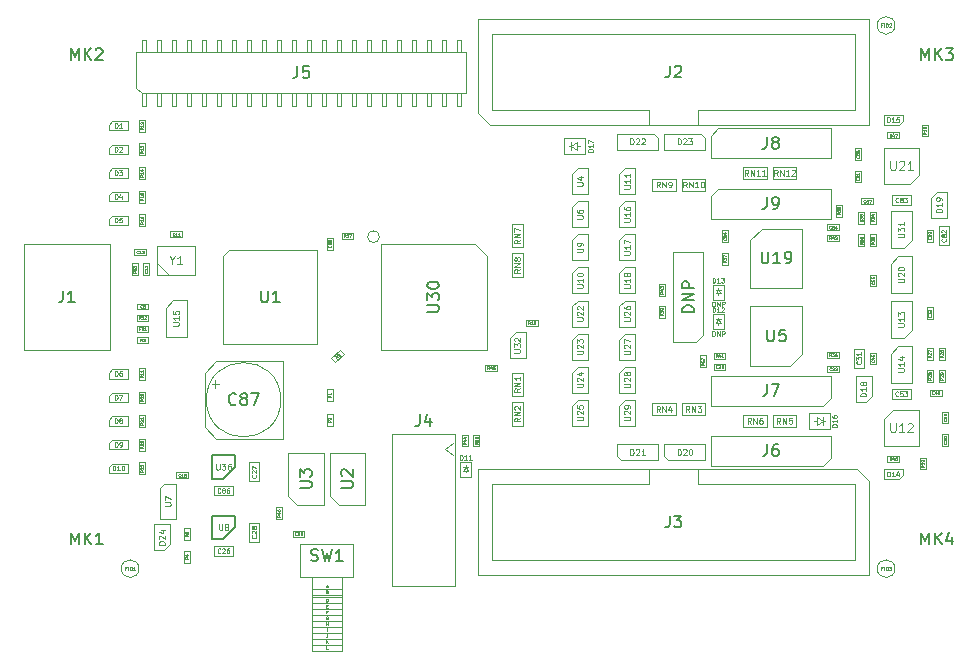
<source format=gbr>
G04 #@! TF.GenerationSoftware,KiCad,Pcbnew,5.1.8*
G04 #@! TF.CreationDate,2020-12-26T16:11:21-08:00*
G04 #@! TF.ProjectId,glasgow,676c6173-676f-4772-9e6b-696361645f70,C2*
G04 #@! TF.SameCoordinates,Original*
G04 #@! TF.FileFunction,Other,Fab,Top*
%FSLAX46Y46*%
G04 Gerber Fmt 4.6, Leading zero omitted, Abs format (unit mm)*
G04 Created by KiCad (PCBNEW 5.1.8) date 2020-12-26 16:11:21*
%MOMM*%
%LPD*%
G01*
G04 APERTURE LIST*
%ADD10C,0.100000*%
%ADD11C,0.150000*%
%ADD12C,0.075000*%
%ADD13C,0.062500*%
%ADD14C,0.060000*%
%ADD15C,0.050000*%
%ADD16C,0.040000*%
%ADD17C,0.110000*%
%ADD18C,0.105000*%
G04 APERTURE END LIST*
D10*
X90300000Y-103900000D02*
X90300000Y-101900000D01*
X91300000Y-103900000D02*
X90300000Y-103900000D01*
X91300000Y-101900000D02*
X91300000Y-103900000D01*
X90300000Y-101900000D02*
X91300000Y-101900000D01*
X112400000Y-84500000D02*
X114400000Y-84500000D01*
X112400000Y-85500000D02*
X112400000Y-84500000D01*
X114400000Y-85500000D02*
X112400000Y-85500000D01*
X114400000Y-84500000D02*
X114400000Y-85500000D01*
X109900000Y-84500000D02*
X111900000Y-84500000D01*
X109900000Y-85500000D02*
X109900000Y-84500000D01*
X111900000Y-85500000D02*
X109900000Y-85500000D01*
X111900000Y-84500000D02*
X111900000Y-85500000D01*
X106700000Y-86500000D02*
X104700000Y-86500000D01*
X106700000Y-85500000D02*
X106700000Y-86500000D01*
X104700000Y-85500000D02*
X106700000Y-85500000D01*
X104700000Y-86500000D02*
X104700000Y-85500000D01*
X104200000Y-86500000D02*
X102200000Y-86500000D01*
X104200000Y-85500000D02*
X104200000Y-86500000D01*
X102200000Y-85500000D02*
X104200000Y-85500000D01*
X102200000Y-86500000D02*
X102200000Y-85500000D01*
X90300000Y-93800000D02*
X90300000Y-91800000D01*
X91300000Y-93800000D02*
X90300000Y-93800000D01*
X91300000Y-91800000D02*
X91300000Y-93800000D01*
X90300000Y-91800000D02*
X91300000Y-91800000D01*
X90300000Y-91300000D02*
X90300000Y-89300000D01*
X91300000Y-91300000D02*
X90300000Y-91300000D01*
X91300000Y-89300000D02*
X91300000Y-91300000D01*
X90300000Y-89300000D02*
X91300000Y-89300000D01*
X111900000Y-106500000D02*
X109900000Y-106500000D01*
X111900000Y-105500000D02*
X111900000Y-106500000D01*
X109900000Y-105500000D02*
X111900000Y-105500000D01*
X109900000Y-106500000D02*
X109900000Y-105500000D01*
X114400000Y-106500000D02*
X112400000Y-106500000D01*
X114400000Y-105500000D02*
X114400000Y-106500000D01*
X112400000Y-105500000D02*
X114400000Y-105500000D01*
X112400000Y-106500000D02*
X112400000Y-105500000D01*
X102200000Y-104500000D02*
X104200000Y-104500000D01*
X102200000Y-105500000D02*
X102200000Y-104500000D01*
X104200000Y-105500000D02*
X102200000Y-105500000D01*
X104200000Y-104500000D02*
X104200000Y-105500000D01*
X104700000Y-104500000D02*
X106700000Y-104500000D01*
X104700000Y-105500000D02*
X104700000Y-104500000D01*
X106700000Y-105500000D02*
X104700000Y-105500000D01*
X106700000Y-104500000D02*
X106700000Y-105500000D01*
X90300000Y-106400000D02*
X90300000Y-104400000D01*
X91300000Y-106400000D02*
X90300000Y-106400000D01*
X91300000Y-104400000D02*
X91300000Y-106400000D01*
X90300000Y-104400000D02*
X91300000Y-104400000D01*
X60550000Y-111650000D02*
X60900000Y-111300000D01*
X60900000Y-111300000D02*
X61850000Y-111300000D01*
X60550000Y-114300000D02*
X60550000Y-111650000D01*
X61850000Y-114300000D02*
X60550000Y-114300000D01*
X61850000Y-111300000D02*
X61850000Y-114300000D01*
X75900000Y-125430000D02*
X75900000Y-119230000D01*
X73400000Y-125430000D02*
X73400000Y-119230000D01*
X75900000Y-120230000D02*
X73400000Y-120230000D01*
X76900000Y-116430000D02*
X72400000Y-116430000D01*
X72400000Y-116430000D02*
X72400000Y-119230000D01*
X76900000Y-119230000D02*
X72400000Y-119230000D01*
X76900000Y-119230000D02*
X76900000Y-116430000D01*
X75900000Y-120730000D02*
X73400000Y-120730000D01*
X75900000Y-120930000D02*
X73400000Y-120930000D01*
X75900000Y-121430000D02*
X73400000Y-121430000D01*
X75900000Y-121930000D02*
X73400000Y-121930000D01*
X75900000Y-122430000D02*
X73400000Y-122430000D01*
X75900000Y-122930000D02*
X73400000Y-122930000D01*
X75900000Y-123430000D02*
X73400000Y-123430000D01*
X75900000Y-123930000D02*
X73400000Y-123930000D01*
X75900000Y-124430000D02*
X73400000Y-124430000D01*
X75900000Y-124930000D02*
X73400000Y-124930000D01*
X75900000Y-125430000D02*
X73400000Y-125430000D01*
X56300000Y-99970000D02*
X49000000Y-99970000D01*
X49000000Y-91030000D02*
X49000000Y-99970000D01*
X56300000Y-91030000D02*
X49000000Y-91030000D01*
X56300000Y-91030000D02*
X56300000Y-99970000D01*
X86035000Y-73700000D02*
X86035000Y-74745000D01*
X85635000Y-73700000D02*
X86035000Y-73700000D01*
X85635000Y-74745000D02*
X85635000Y-73700000D01*
X86035000Y-79300000D02*
X86035000Y-78255000D01*
X85635000Y-79300000D02*
X86035000Y-79300000D01*
X85635000Y-78255000D02*
X85635000Y-79300000D01*
X84765000Y-73700000D02*
X84765000Y-74745000D01*
X84365000Y-73700000D02*
X84765000Y-73700000D01*
X84365000Y-74745000D02*
X84365000Y-73700000D01*
X84765000Y-79300000D02*
X84765000Y-78255000D01*
X84365000Y-79300000D02*
X84765000Y-79300000D01*
X84365000Y-78255000D02*
X84365000Y-79300000D01*
X83495000Y-73700000D02*
X83495000Y-74745000D01*
X83095000Y-73700000D02*
X83495000Y-73700000D01*
X83095000Y-74745000D02*
X83095000Y-73700000D01*
X83495000Y-79300000D02*
X83495000Y-78255000D01*
X83095000Y-79300000D02*
X83495000Y-79300000D01*
X83095000Y-78255000D02*
X83095000Y-79300000D01*
X82225000Y-73700000D02*
X82225000Y-74745000D01*
X81825000Y-73700000D02*
X82225000Y-73700000D01*
X81825000Y-74745000D02*
X81825000Y-73700000D01*
X82225000Y-79300000D02*
X82225000Y-78255000D01*
X81825000Y-79300000D02*
X82225000Y-79300000D01*
X81825000Y-78255000D02*
X81825000Y-79300000D01*
X80955000Y-73700000D02*
X80955000Y-74745000D01*
X80555000Y-73700000D02*
X80955000Y-73700000D01*
X80555000Y-74745000D02*
X80555000Y-73700000D01*
X80955000Y-79300000D02*
X80955000Y-78255000D01*
X80555000Y-79300000D02*
X80955000Y-79300000D01*
X80555000Y-78255000D02*
X80555000Y-79300000D01*
X79685000Y-73700000D02*
X79685000Y-74745000D01*
X79285000Y-73700000D02*
X79685000Y-73700000D01*
X79285000Y-74745000D02*
X79285000Y-73700000D01*
X79685000Y-79300000D02*
X79685000Y-78255000D01*
X79285000Y-79300000D02*
X79685000Y-79300000D01*
X79285000Y-78255000D02*
X79285000Y-79300000D01*
X78415000Y-73700000D02*
X78415000Y-74745000D01*
X78015000Y-73700000D02*
X78415000Y-73700000D01*
X78015000Y-74745000D02*
X78015000Y-73700000D01*
X78415000Y-79300000D02*
X78415000Y-78255000D01*
X78015000Y-79300000D02*
X78415000Y-79300000D01*
X78015000Y-78255000D02*
X78015000Y-79300000D01*
X77145000Y-73700000D02*
X77145000Y-74745000D01*
X76745000Y-73700000D02*
X77145000Y-73700000D01*
X76745000Y-74745000D02*
X76745000Y-73700000D01*
X77145000Y-79300000D02*
X77145000Y-78255000D01*
X76745000Y-79300000D02*
X77145000Y-79300000D01*
X76745000Y-78255000D02*
X76745000Y-79300000D01*
X75875000Y-73700000D02*
X75875000Y-74745000D01*
X75475000Y-73700000D02*
X75875000Y-73700000D01*
X75475000Y-74745000D02*
X75475000Y-73700000D01*
X75875000Y-79300000D02*
X75875000Y-78255000D01*
X75475000Y-79300000D02*
X75875000Y-79300000D01*
X75475000Y-78255000D02*
X75475000Y-79300000D01*
X74605000Y-73700000D02*
X74605000Y-74745000D01*
X74205000Y-73700000D02*
X74605000Y-73700000D01*
X74205000Y-74745000D02*
X74205000Y-73700000D01*
X74605000Y-79300000D02*
X74605000Y-78255000D01*
X74205000Y-79300000D02*
X74605000Y-79300000D01*
X74205000Y-78255000D02*
X74205000Y-79300000D01*
X73335000Y-73700000D02*
X73335000Y-74745000D01*
X72935000Y-73700000D02*
X73335000Y-73700000D01*
X72935000Y-74745000D02*
X72935000Y-73700000D01*
X73335000Y-79300000D02*
X73335000Y-78255000D01*
X72935000Y-79300000D02*
X73335000Y-79300000D01*
X72935000Y-78255000D02*
X72935000Y-79300000D01*
X72065000Y-73700000D02*
X72065000Y-74745000D01*
X71665000Y-73700000D02*
X72065000Y-73700000D01*
X71665000Y-74745000D02*
X71665000Y-73700000D01*
X72065000Y-79300000D02*
X72065000Y-78255000D01*
X71665000Y-79300000D02*
X72065000Y-79300000D01*
X71665000Y-78255000D02*
X71665000Y-79300000D01*
X70795000Y-73700000D02*
X70795000Y-74745000D01*
X70395000Y-73700000D02*
X70795000Y-73700000D01*
X70395000Y-74745000D02*
X70395000Y-73700000D01*
X70795000Y-79300000D02*
X70795000Y-78255000D01*
X70395000Y-79300000D02*
X70795000Y-79300000D01*
X70395000Y-78255000D02*
X70395000Y-79300000D01*
X69525000Y-73700000D02*
X69525000Y-74745000D01*
X69125000Y-73700000D02*
X69525000Y-73700000D01*
X69125000Y-74745000D02*
X69125000Y-73700000D01*
X69525000Y-79300000D02*
X69525000Y-78255000D01*
X69125000Y-79300000D02*
X69525000Y-79300000D01*
X69125000Y-78255000D02*
X69125000Y-79300000D01*
X68255000Y-73700000D02*
X68255000Y-74745000D01*
X67855000Y-73700000D02*
X68255000Y-73700000D01*
X67855000Y-74745000D02*
X67855000Y-73700000D01*
X68255000Y-79300000D02*
X68255000Y-78255000D01*
X67855000Y-79300000D02*
X68255000Y-79300000D01*
X67855000Y-78255000D02*
X67855000Y-79300000D01*
X66985000Y-73700000D02*
X66985000Y-74745000D01*
X66585000Y-73700000D02*
X66985000Y-73700000D01*
X66585000Y-74745000D02*
X66585000Y-73700000D01*
X66985000Y-79300000D02*
X66985000Y-78255000D01*
X66585000Y-79300000D02*
X66985000Y-79300000D01*
X66585000Y-78255000D02*
X66585000Y-79300000D01*
X65715000Y-73700000D02*
X65715000Y-74745000D01*
X65315000Y-73700000D02*
X65715000Y-73700000D01*
X65315000Y-74745000D02*
X65315000Y-73700000D01*
X65715000Y-79300000D02*
X65715000Y-78255000D01*
X65315000Y-79300000D02*
X65715000Y-79300000D01*
X65315000Y-78255000D02*
X65315000Y-79300000D01*
X64445000Y-73700000D02*
X64445000Y-74745000D01*
X64045000Y-73700000D02*
X64445000Y-73700000D01*
X64045000Y-74745000D02*
X64045000Y-73700000D01*
X64445000Y-79300000D02*
X64445000Y-78255000D01*
X64045000Y-79300000D02*
X64445000Y-79300000D01*
X64045000Y-78255000D02*
X64045000Y-79300000D01*
X63175000Y-73700000D02*
X63175000Y-74745000D01*
X62775000Y-73700000D02*
X63175000Y-73700000D01*
X62775000Y-74745000D02*
X62775000Y-73700000D01*
X63175000Y-79300000D02*
X63175000Y-78255000D01*
X62775000Y-79300000D02*
X63175000Y-79300000D01*
X62775000Y-78255000D02*
X62775000Y-79300000D01*
X61905000Y-73700000D02*
X61905000Y-74745000D01*
X61505000Y-73700000D02*
X61905000Y-73700000D01*
X61505000Y-74745000D02*
X61505000Y-73700000D01*
X61905000Y-79300000D02*
X61905000Y-78255000D01*
X61505000Y-79300000D02*
X61905000Y-79300000D01*
X61505000Y-78255000D02*
X61505000Y-79300000D01*
X60635000Y-73700000D02*
X60635000Y-74745000D01*
X60235000Y-73700000D02*
X60635000Y-73700000D01*
X60235000Y-74745000D02*
X60235000Y-73700000D01*
X60635000Y-79300000D02*
X60635000Y-78255000D01*
X60235000Y-79300000D02*
X60635000Y-79300000D01*
X60235000Y-78255000D02*
X60235000Y-79300000D01*
X59365000Y-73700000D02*
X59365000Y-74745000D01*
X58965000Y-73700000D02*
X59365000Y-73700000D01*
X58965000Y-74745000D02*
X58965000Y-73700000D01*
X59365000Y-79300000D02*
X59365000Y-78205000D01*
X58965000Y-79300000D02*
X59365000Y-79300000D01*
X58965000Y-78205000D02*
X58965000Y-79300000D01*
X58530000Y-74795000D02*
X86470000Y-74795000D01*
X58965000Y-78205000D02*
X58530000Y-77770000D01*
X86470000Y-78205000D02*
X58965000Y-78205000D01*
X58530000Y-77770000D02*
X58530000Y-74795000D01*
X86470000Y-74795000D02*
X86470000Y-78205000D01*
X88470000Y-80900000D02*
X87470000Y-79900000D01*
X87470000Y-79900000D02*
X87470000Y-72000000D01*
X87470000Y-72000000D02*
X120530000Y-72000000D01*
X120530000Y-72000000D02*
X120530000Y-80900000D01*
X120530000Y-80900000D02*
X88470000Y-80900000D01*
X101950000Y-80900000D02*
X101950000Y-79700000D01*
X101950000Y-79700000D02*
X88660000Y-79700000D01*
X88660000Y-79700000D02*
X88660000Y-73200000D01*
X88660000Y-73200000D02*
X119340000Y-73200000D01*
X119340000Y-73200000D02*
X119340000Y-79700000D01*
X119340000Y-79700000D02*
X106050000Y-79700000D01*
X106050000Y-79700000D02*
X106050000Y-79700000D01*
X106050000Y-79700000D02*
X106050000Y-80900000D01*
X119530000Y-110100000D02*
X120530000Y-111100000D01*
X120530000Y-111100000D02*
X120530000Y-119000000D01*
X120530000Y-119000000D02*
X87470000Y-119000000D01*
X87470000Y-119000000D02*
X87470000Y-110100000D01*
X87470000Y-110100000D02*
X119530000Y-110100000D01*
X106050000Y-110100000D02*
X106050000Y-111300000D01*
X106050000Y-111300000D02*
X119340000Y-111300000D01*
X119340000Y-111300000D02*
X119340000Y-117800000D01*
X119340000Y-117800000D02*
X88660000Y-117800000D01*
X88660000Y-117800000D02*
X88660000Y-111300000D01*
X88660000Y-111300000D02*
X101950000Y-111300000D01*
X101950000Y-111300000D02*
X101950000Y-111300000D01*
X101950000Y-111300000D02*
X101950000Y-110100000D01*
X122500000Y-87700000D02*
X122500000Y-86900000D01*
X122500000Y-86900000D02*
X124100000Y-86900000D01*
X124100000Y-86900000D02*
X124100000Y-87700000D01*
X124100000Y-87700000D02*
X122500000Y-87700000D01*
X107165000Y-88870000D02*
X107165000Y-86965000D01*
X107165000Y-86965000D02*
X107800000Y-86330000D01*
X107800000Y-86330000D02*
X117325000Y-86330000D01*
X117325000Y-86330000D02*
X117325000Y-88870000D01*
X117325000Y-88870000D02*
X107165000Y-88870000D01*
X107165000Y-83770000D02*
X107165000Y-81865000D01*
X107165000Y-81865000D02*
X107800000Y-81230000D01*
X107800000Y-81230000D02*
X117325000Y-81230000D01*
X117325000Y-81230000D02*
X117325000Y-83770000D01*
X117325000Y-83770000D02*
X107165000Y-83770000D01*
X117335000Y-102150000D02*
X117335000Y-104055000D01*
X117335000Y-104055000D02*
X116700000Y-104690000D01*
X116700000Y-104690000D02*
X107175000Y-104690000D01*
X107175000Y-104690000D02*
X107175000Y-102150000D01*
X107175000Y-102150000D02*
X117335000Y-102150000D01*
X117335000Y-107230000D02*
X117335000Y-109135000D01*
X117335000Y-109135000D02*
X116700000Y-109770000D01*
X116700000Y-109770000D02*
X107175000Y-109770000D01*
X107175000Y-109770000D02*
X107175000Y-107230000D01*
X107175000Y-107230000D02*
X117335000Y-107230000D01*
X126320000Y-86600000D02*
X125820000Y-87100000D01*
X127170000Y-88800000D02*
X125820000Y-88800000D01*
X127170000Y-86600000D02*
X127170000Y-88800000D01*
X125820000Y-87100000D02*
X125820000Y-88800000D01*
X127170000Y-86600000D02*
X126320000Y-86600000D01*
X105905000Y-99310000D02*
X104000000Y-99310000D01*
X104000000Y-99310000D02*
X104000000Y-91690000D01*
X104000000Y-91690000D02*
X106540000Y-91690000D01*
X106540000Y-91690000D02*
X106540000Y-98675000D01*
X106540000Y-98675000D02*
X105905000Y-99310000D01*
X122750000Y-118500000D02*
G75*
G03*
X122750000Y-118500000I-750000J0D01*
G01*
X122750000Y-72500000D02*
G75*
G03*
X122750000Y-72500000I-750000J0D01*
G01*
X58750000Y-118500000D02*
G75*
G03*
X58750000Y-118500000I-750000J0D01*
G01*
X59250000Y-80500000D02*
X59250000Y-81500000D01*
X58750000Y-80500000D02*
X59250000Y-80500000D01*
X58750000Y-81500000D02*
X58750000Y-80500000D01*
X59250000Y-81500000D02*
X58750000Y-81500000D01*
X59250000Y-82500000D02*
X59250000Y-83500000D01*
X58750000Y-82500000D02*
X59250000Y-82500000D01*
X58750000Y-83500000D02*
X58750000Y-82500000D01*
X59250000Y-83500000D02*
X58750000Y-83500000D01*
X59250000Y-84500000D02*
X59250000Y-85500000D01*
X58750000Y-84500000D02*
X59250000Y-84500000D01*
X58750000Y-85500000D02*
X58750000Y-84500000D01*
X59250000Y-85500000D02*
X58750000Y-85500000D01*
X59250000Y-86500000D02*
X59250000Y-87500000D01*
X58750000Y-86500000D02*
X59250000Y-86500000D01*
X58750000Y-87500000D02*
X58750000Y-86500000D01*
X59250000Y-87500000D02*
X58750000Y-87500000D01*
X59250000Y-88500000D02*
X59250000Y-89500000D01*
X58750000Y-88500000D02*
X59250000Y-88500000D01*
X58750000Y-89500000D02*
X58750000Y-88500000D01*
X59250000Y-89500000D02*
X58750000Y-89500000D01*
X124200000Y-92050000D02*
X124200000Y-95150000D01*
X124200000Y-95150000D02*
X122400000Y-95150000D01*
X122400000Y-92700000D02*
X122400000Y-95150000D01*
X124200000Y-92050000D02*
X123050000Y-92050000D01*
X122400000Y-92700000D02*
X123050000Y-92050000D01*
X84662893Y-108400000D02*
X85370000Y-107900000D01*
X85370000Y-108900000D02*
X84662893Y-108400000D01*
X80163000Y-119957000D02*
X85497000Y-119957000D01*
X80163000Y-107130000D02*
X80163000Y-119957000D01*
X85497000Y-107130000D02*
X80163000Y-107130000D01*
X85497000Y-119957000D02*
X85497000Y-107130000D01*
X57800000Y-80600000D02*
X56500000Y-80600000D01*
X56500000Y-80600000D02*
X56200000Y-80900000D01*
X56200000Y-80900000D02*
X56200000Y-81400000D01*
X56200000Y-81400000D02*
X57800000Y-81400000D01*
X57800000Y-81400000D02*
X57800000Y-80600000D01*
X57800000Y-82600000D02*
X56500000Y-82600000D01*
X56500000Y-82600000D02*
X56200000Y-82900000D01*
X56200000Y-82900000D02*
X56200000Y-83400000D01*
X56200000Y-83400000D02*
X57800000Y-83400000D01*
X57800000Y-83400000D02*
X57800000Y-82600000D01*
X57800000Y-86600000D02*
X56500000Y-86600000D01*
X56500000Y-86600000D02*
X56200000Y-86900000D01*
X56200000Y-86900000D02*
X56200000Y-87400000D01*
X56200000Y-87400000D02*
X57800000Y-87400000D01*
X57800000Y-87400000D02*
X57800000Y-86600000D01*
X57800000Y-88600000D02*
X56500000Y-88600000D01*
X56500000Y-88600000D02*
X56200000Y-88900000D01*
X56200000Y-88900000D02*
X56200000Y-89400000D01*
X56200000Y-89400000D02*
X57800000Y-89400000D01*
X57800000Y-89400000D02*
X57800000Y-88600000D01*
X57800000Y-101600000D02*
X56500000Y-101600000D01*
X56500000Y-101600000D02*
X56200000Y-101900000D01*
X56200000Y-101900000D02*
X56200000Y-102400000D01*
X56200000Y-102400000D02*
X57800000Y-102400000D01*
X57800000Y-102400000D02*
X57800000Y-101600000D01*
X57800000Y-103600000D02*
X56500000Y-103600000D01*
X56500000Y-103600000D02*
X56200000Y-103900000D01*
X56200000Y-103900000D02*
X56200000Y-104400000D01*
X56200000Y-104400000D02*
X57800000Y-104400000D01*
X57800000Y-104400000D02*
X57800000Y-103600000D01*
X57800000Y-105600000D02*
X56500000Y-105600000D01*
X56500000Y-105600000D02*
X56200000Y-105900000D01*
X56200000Y-105900000D02*
X56200000Y-106400000D01*
X56200000Y-106400000D02*
X57800000Y-106400000D01*
X57800000Y-106400000D02*
X57800000Y-105600000D01*
X121800000Y-110900000D02*
X123100000Y-110900000D01*
X123100000Y-110900000D02*
X123400000Y-110600000D01*
X123400000Y-110600000D02*
X123400000Y-110100000D01*
X123400000Y-110100000D02*
X121800000Y-110100000D01*
X121800000Y-110100000D02*
X121800000Y-110900000D01*
X121800000Y-80900000D02*
X123100000Y-80900000D01*
X123100000Y-80900000D02*
X123400000Y-80600000D01*
X123400000Y-80600000D02*
X123400000Y-80100000D01*
X123400000Y-80100000D02*
X121800000Y-80100000D01*
X121800000Y-80100000D02*
X121800000Y-80900000D01*
X57800000Y-84600000D02*
X56500000Y-84600000D01*
X56500000Y-84600000D02*
X56200000Y-84900000D01*
X56200000Y-84900000D02*
X56200000Y-85400000D01*
X56200000Y-85400000D02*
X57800000Y-85400000D01*
X57800000Y-85400000D02*
X57800000Y-84600000D01*
X57800000Y-109600000D02*
X56500000Y-109600000D01*
X56500000Y-109600000D02*
X56200000Y-109900000D01*
X56200000Y-109900000D02*
X56200000Y-110400000D01*
X56200000Y-110400000D02*
X57800000Y-110400000D01*
X57800000Y-110400000D02*
X57800000Y-109600000D01*
X57800000Y-107600000D02*
X56500000Y-107600000D01*
X56500000Y-107600000D02*
X56200000Y-107900000D01*
X56200000Y-107900000D02*
X56200000Y-108400000D01*
X56200000Y-108400000D02*
X57800000Y-108400000D01*
X57800000Y-108400000D02*
X57800000Y-107600000D01*
X70350000Y-113300000D02*
X70850000Y-113300000D01*
X70850000Y-113300000D02*
X70850000Y-114300000D01*
X70850000Y-114300000D02*
X70350000Y-114300000D01*
X70350000Y-114300000D02*
X70350000Y-113300000D01*
X119850000Y-85800000D02*
X119350000Y-85800000D01*
X119350000Y-85800000D02*
X119350000Y-84800000D01*
X119350000Y-84800000D02*
X119850000Y-84800000D01*
X119850000Y-84800000D02*
X119850000Y-85800000D01*
X126750000Y-105200000D02*
X127250000Y-105200000D01*
X127250000Y-105200000D02*
X127250000Y-106200000D01*
X127250000Y-106200000D02*
X126750000Y-106200000D01*
X126750000Y-106200000D02*
X126750000Y-105200000D01*
X122550000Y-105100000D02*
X124800000Y-105100000D01*
X124800000Y-105100000D02*
X124800000Y-108100000D01*
X124800000Y-108100000D02*
X121800000Y-108100000D01*
X121800000Y-108100000D02*
X121800000Y-105850000D01*
X121800000Y-105850000D02*
X122550000Y-105100000D01*
X92500000Y-97450000D02*
X92500000Y-97950000D01*
X92500000Y-97950000D02*
X91500000Y-97950000D01*
X91500000Y-97950000D02*
X91500000Y-97450000D01*
X91500000Y-97450000D02*
X92500000Y-97450000D01*
X99200000Y-81675000D02*
X99200000Y-83025000D01*
X99200000Y-81675000D02*
X102362500Y-81675000D01*
X99200000Y-83025000D02*
X102700000Y-83025000D01*
X102700000Y-82012500D02*
X102700000Y-83025000D01*
X102362500Y-81675000D02*
X102700000Y-82012500D01*
X103200000Y-81675000D02*
X103200000Y-83025000D01*
X103200000Y-81675000D02*
X106362500Y-81675000D01*
X103200000Y-83025000D02*
X106700000Y-83025000D01*
X106700000Y-82012500D02*
X106700000Y-83025000D01*
X106362500Y-81675000D02*
X106700000Y-82012500D01*
X102700000Y-109325000D02*
X102700000Y-107975000D01*
X102700000Y-109325000D02*
X99537500Y-109325000D01*
X102700000Y-107975000D02*
X99200000Y-107975000D01*
X99200000Y-108987500D02*
X99200000Y-107975000D01*
X99537500Y-109325000D02*
X99200000Y-108987500D01*
X106700000Y-109325000D02*
X106700000Y-107975000D01*
X106700000Y-109325000D02*
X103537500Y-109325000D01*
X106700000Y-107975000D02*
X103200000Y-107975000D01*
X103200000Y-108987500D02*
X103200000Y-107975000D01*
X103537500Y-109325000D02*
X103200000Y-108987500D01*
X66700000Y-111500000D02*
X66700000Y-112300000D01*
X66700000Y-112300000D02*
X65100000Y-112300000D01*
X65100000Y-112300000D02*
X65100000Y-111500000D01*
X65100000Y-111500000D02*
X66700000Y-111500000D01*
X127300000Y-89500000D02*
X127300000Y-91100000D01*
X126500000Y-89500000D02*
X127300000Y-89500000D01*
X126500000Y-91100000D02*
X126500000Y-89500000D01*
X127300000Y-91100000D02*
X126500000Y-91100000D01*
X124100000Y-103300000D02*
X124100000Y-104100000D01*
X124100000Y-104100000D02*
X122500000Y-104100000D01*
X122500000Y-104100000D02*
X122500000Y-103300000D01*
X122500000Y-103300000D02*
X124100000Y-103300000D01*
X119300000Y-99900000D02*
X120100000Y-99900000D01*
X120100000Y-99900000D02*
X120100000Y-101500000D01*
X120100000Y-101500000D02*
X119300000Y-101500000D01*
X119300000Y-101500000D02*
X119300000Y-99900000D01*
X68900000Y-116200000D02*
X68100000Y-116200000D01*
X68100000Y-116200000D02*
X68100000Y-114600000D01*
X68100000Y-114600000D02*
X68900000Y-114600000D01*
X68900000Y-114600000D02*
X68900000Y-116200000D01*
X68900000Y-111100000D02*
X68100000Y-111100000D01*
X68100000Y-111100000D02*
X68100000Y-109500000D01*
X68100000Y-109500000D02*
X68900000Y-109500000D01*
X68900000Y-109500000D02*
X68900000Y-111100000D01*
X66700000Y-116600000D02*
X66700000Y-117400000D01*
X66700000Y-117400000D02*
X65100000Y-117400000D01*
X65100000Y-117400000D02*
X65100000Y-116600000D01*
X65100000Y-116600000D02*
X66700000Y-116600000D01*
X70750000Y-104200000D02*
G75*
G03*
X70750000Y-104200000I-3150000J0D01*
G01*
X70900000Y-100900000D02*
X70900000Y-107500000D01*
X65300000Y-100900000D02*
X70900000Y-100900000D01*
X65300000Y-107500000D02*
X70900000Y-107500000D01*
X64300000Y-101900000D02*
X64300000Y-106500000D01*
X64300000Y-101900000D02*
X65300000Y-100900000D01*
X64300000Y-106500000D02*
X65300000Y-107500000D01*
X64895162Y-102870000D02*
X65525162Y-102870000D01*
X65210162Y-102555000D02*
X65210162Y-103185000D01*
X72750000Y-115300000D02*
X72750000Y-115800000D01*
X72750000Y-115800000D02*
X71750000Y-115800000D01*
X71750000Y-115800000D02*
X71750000Y-115300000D01*
X71750000Y-115300000D02*
X72750000Y-115300000D01*
X71400000Y-112350000D02*
X71400000Y-108700000D01*
X71400000Y-108700000D02*
X74400000Y-108700000D01*
X74400000Y-108700000D02*
X74400000Y-113100000D01*
X74400000Y-113100000D02*
X72150000Y-113100000D01*
X72150000Y-113100000D02*
X71400000Y-112350000D01*
X74900000Y-112350000D02*
X74900000Y-108700000D01*
X74900000Y-108700000D02*
X77900000Y-108700000D01*
X77900000Y-108700000D02*
X77900000Y-113100000D01*
X77900000Y-113100000D02*
X75650000Y-113100000D01*
X75650000Y-113100000D02*
X74900000Y-112350000D01*
X118250000Y-88700000D02*
X117750000Y-88700000D01*
X117750000Y-88700000D02*
X117750000Y-87700000D01*
X117750000Y-87700000D02*
X118250000Y-87700000D01*
X118250000Y-87700000D02*
X118250000Y-88700000D01*
X106250000Y-100450000D02*
X106750000Y-100450000D01*
X106750000Y-100450000D02*
X106750000Y-101450000D01*
X106750000Y-101450000D02*
X106250000Y-101450000D01*
X106250000Y-101450000D02*
X106250000Y-100450000D01*
X63050000Y-116085000D02*
X62550000Y-116085000D01*
X62550000Y-116085000D02*
X62550000Y-115085000D01*
X62550000Y-115085000D02*
X63050000Y-115085000D01*
X63050000Y-115085000D02*
X63050000Y-116085000D01*
X63050000Y-117985000D02*
X62550000Y-117985000D01*
X62550000Y-117985000D02*
X62550000Y-116985000D01*
X62550000Y-116985000D02*
X63050000Y-116985000D01*
X63050000Y-116985000D02*
X63050000Y-117985000D01*
X60880000Y-116950000D02*
X61380000Y-116450000D01*
X60030000Y-114750000D02*
X61380000Y-114750000D01*
X60030000Y-116950000D02*
X60030000Y-114750000D01*
X61380000Y-116450000D02*
X61380000Y-114750000D01*
X60030000Y-116950000D02*
X60880000Y-116950000D01*
X75150000Y-91485000D02*
X74650000Y-91485000D01*
X74650000Y-91485000D02*
X74650000Y-90485000D01*
X74650000Y-90485000D02*
X75150000Y-90485000D01*
X75150000Y-90485000D02*
X75150000Y-91485000D01*
X62900000Y-110350000D02*
X62900000Y-110850000D01*
X62900000Y-110850000D02*
X61900000Y-110850000D01*
X61900000Y-110850000D02*
X61900000Y-110350000D01*
X61900000Y-110350000D02*
X62900000Y-110350000D01*
X124050000Y-85900000D02*
X121800000Y-85900000D01*
X121800000Y-85900000D02*
X121800000Y-82900000D01*
X121800000Y-82900000D02*
X124800000Y-82900000D01*
X124800000Y-82900000D02*
X124800000Y-85150000D01*
X124800000Y-85150000D02*
X124050000Y-85900000D01*
X120150000Y-91200000D02*
X119650000Y-91200000D01*
X119650000Y-91200000D02*
X119650000Y-90200000D01*
X119650000Y-90200000D02*
X120150000Y-90200000D01*
X120150000Y-90200000D02*
X120150000Y-91200000D01*
X126450000Y-99800000D02*
X126950000Y-99800000D01*
X126950000Y-99800000D02*
X126950000Y-100800000D01*
X126950000Y-100800000D02*
X126450000Y-100800000D01*
X126450000Y-100800000D02*
X126450000Y-99800000D01*
X120280000Y-104400000D02*
X120780000Y-103900000D01*
X119430000Y-102200000D02*
X120780000Y-102200000D01*
X119430000Y-104400000D02*
X119430000Y-102200000D01*
X120780000Y-103900000D02*
X120780000Y-102200000D01*
X119430000Y-104400000D02*
X120280000Y-104400000D01*
X94750000Y-82000000D02*
X96550000Y-82000000D01*
X96550000Y-82000000D02*
X96550000Y-83400000D01*
X96550000Y-83400000D02*
X94750000Y-83400000D01*
X94750000Y-83400000D02*
X94750000Y-82000000D01*
X95350000Y-82350000D02*
X95350000Y-83050000D01*
X95350000Y-82700000D02*
X95150000Y-82700000D01*
X95350000Y-82700000D02*
X95850000Y-82350000D01*
X95850000Y-82350000D02*
X95850000Y-83050000D01*
X95850000Y-83050000D02*
X95350000Y-82700000D01*
X95850000Y-82700000D02*
X96100000Y-82700000D01*
X117250000Y-106700000D02*
X115450000Y-106700000D01*
X115450000Y-106700000D02*
X115450000Y-105300000D01*
X115450000Y-105300000D02*
X117250000Y-105300000D01*
X117250000Y-105300000D02*
X117250000Y-106700000D01*
X116650000Y-106350000D02*
X116650000Y-105650000D01*
X116650000Y-106000000D02*
X116850000Y-106000000D01*
X116650000Y-106000000D02*
X116150000Y-106350000D01*
X116150000Y-106350000D02*
X116150000Y-105650000D01*
X116150000Y-105650000D02*
X116650000Y-106000000D01*
X116150000Y-106000000D02*
X115900000Y-106000000D01*
X59550000Y-97000000D02*
X59550000Y-97500000D01*
X59550000Y-97500000D02*
X58550000Y-97500000D01*
X58550000Y-97500000D02*
X58550000Y-97000000D01*
X58550000Y-97000000D02*
X59550000Y-97000000D01*
X58150000Y-92650000D02*
X58650000Y-92650000D01*
X58650000Y-92650000D02*
X58650000Y-93650000D01*
X58650000Y-93650000D02*
X58150000Y-93650000D01*
X58150000Y-93650000D02*
X58150000Y-92650000D01*
X95925000Y-84600000D02*
X95425000Y-85100000D01*
X96775000Y-86800000D02*
X95425000Y-86800000D01*
X96775000Y-84600000D02*
X96775000Y-86800000D01*
X95425000Y-85100000D02*
X95425000Y-86800000D01*
X96775000Y-84600000D02*
X95925000Y-84600000D01*
X95925000Y-90200000D02*
X95425000Y-90700000D01*
X96775000Y-92400000D02*
X95425000Y-92400000D01*
X96775000Y-90200000D02*
X96775000Y-92400000D01*
X95425000Y-90700000D02*
X95425000Y-92400000D01*
X96775000Y-90200000D02*
X95925000Y-90200000D01*
X89050000Y-101250000D02*
X89050000Y-101750000D01*
X89050000Y-101750000D02*
X88050000Y-101750000D01*
X88050000Y-101750000D02*
X88050000Y-101250000D01*
X88050000Y-101250000D02*
X89050000Y-101250000D01*
X90625000Y-98500000D02*
X90125000Y-99000000D01*
X91475000Y-100700000D02*
X90125000Y-100700000D01*
X91475000Y-98500000D02*
X91475000Y-100700000D01*
X90125000Y-99000000D02*
X90125000Y-100700000D01*
X91475000Y-98500000D02*
X90625000Y-98500000D01*
X99925000Y-104200000D02*
X99425000Y-104700000D01*
X100775000Y-106400000D02*
X99425000Y-106400000D01*
X100775000Y-104200000D02*
X100775000Y-106400000D01*
X99425000Y-104700000D02*
X99425000Y-106400000D01*
X100775000Y-104200000D02*
X99925000Y-104200000D01*
X99925000Y-101400000D02*
X99425000Y-101900000D01*
X100775000Y-103600000D02*
X99425000Y-103600000D01*
X100775000Y-101400000D02*
X100775000Y-103600000D01*
X99425000Y-101900000D02*
X99425000Y-103600000D01*
X100775000Y-101400000D02*
X99925000Y-101400000D01*
X99925000Y-98600000D02*
X99425000Y-99100000D01*
X100775000Y-100800000D02*
X99425000Y-100800000D01*
X100775000Y-98600000D02*
X100775000Y-100800000D01*
X99425000Y-99100000D02*
X99425000Y-100800000D01*
X100775000Y-98600000D02*
X99925000Y-98600000D01*
X99925000Y-95800000D02*
X99425000Y-96300000D01*
X100775000Y-98000000D02*
X99425000Y-98000000D01*
X100775000Y-95800000D02*
X100775000Y-98000000D01*
X99425000Y-96300000D02*
X99425000Y-98000000D01*
X100775000Y-95800000D02*
X99925000Y-95800000D01*
X95925000Y-104200000D02*
X95425000Y-104700000D01*
X96775000Y-106400000D02*
X95425000Y-106400000D01*
X96775000Y-104200000D02*
X96775000Y-106400000D01*
X95425000Y-104700000D02*
X95425000Y-106400000D01*
X96775000Y-104200000D02*
X95925000Y-104200000D01*
X95925000Y-101400000D02*
X95425000Y-101900000D01*
X96775000Y-103600000D02*
X95425000Y-103600000D01*
X96775000Y-101400000D02*
X96775000Y-103600000D01*
X95425000Y-101900000D02*
X95425000Y-103600000D01*
X96775000Y-101400000D02*
X95925000Y-101400000D01*
X95925000Y-98600000D02*
X95425000Y-99100000D01*
X96775000Y-100800000D02*
X95425000Y-100800000D01*
X96775000Y-98600000D02*
X96775000Y-100800000D01*
X95425000Y-99100000D02*
X95425000Y-100800000D01*
X96775000Y-98600000D02*
X95925000Y-98600000D01*
X95925000Y-95800000D02*
X95425000Y-96300000D01*
X96775000Y-98000000D02*
X95425000Y-98000000D01*
X96775000Y-95800000D02*
X96775000Y-98000000D01*
X95425000Y-96300000D02*
X95425000Y-98000000D01*
X96775000Y-95800000D02*
X95925000Y-95800000D01*
X99925000Y-93000000D02*
X99425000Y-93500000D01*
X100775000Y-95200000D02*
X99425000Y-95200000D01*
X100775000Y-93000000D02*
X100775000Y-95200000D01*
X99425000Y-93500000D02*
X99425000Y-95200000D01*
X100775000Y-93000000D02*
X99925000Y-93000000D01*
X99925000Y-90200000D02*
X99425000Y-90700000D01*
X100775000Y-92400000D02*
X99425000Y-92400000D01*
X100775000Y-90200000D02*
X100775000Y-92400000D01*
X99425000Y-90700000D02*
X99425000Y-92400000D01*
X100775000Y-90200000D02*
X99925000Y-90200000D01*
X99925000Y-87400000D02*
X99425000Y-87900000D01*
X100775000Y-89600000D02*
X99425000Y-89600000D01*
X100775000Y-87400000D02*
X100775000Y-89600000D01*
X99425000Y-87900000D02*
X99425000Y-89600000D01*
X100775000Y-87400000D02*
X99925000Y-87400000D01*
X99925000Y-84600000D02*
X99425000Y-85100000D01*
X100775000Y-86800000D02*
X99425000Y-86800000D01*
X100775000Y-84600000D02*
X100775000Y-86800000D01*
X99425000Y-85100000D02*
X99425000Y-86800000D01*
X100775000Y-84600000D02*
X99925000Y-84600000D01*
X95925000Y-93000000D02*
X95425000Y-93500000D01*
X96775000Y-95200000D02*
X95425000Y-95200000D01*
X96775000Y-93000000D02*
X96775000Y-95200000D01*
X95425000Y-93500000D02*
X95425000Y-95200000D01*
X96775000Y-93000000D02*
X95925000Y-93000000D01*
X95925000Y-87400000D02*
X95425000Y-87900000D01*
X96775000Y-89600000D02*
X95425000Y-89600000D01*
X96775000Y-87400000D02*
X96775000Y-89600000D01*
X95425000Y-87900000D02*
X95425000Y-89600000D01*
X96775000Y-87400000D02*
X95925000Y-87400000D01*
X85950000Y-110750000D02*
X85950000Y-109450000D01*
X85950000Y-109450000D02*
X86850000Y-109450000D01*
X86850000Y-109450000D02*
X86850000Y-110750000D01*
X86850000Y-110750000D02*
X85950000Y-110750000D01*
X86200000Y-109900000D02*
X86600000Y-109900000D01*
X86400000Y-109900000D02*
X86400000Y-109750000D01*
X86400000Y-109900000D02*
X86200000Y-110200000D01*
X86200000Y-110200000D02*
X86600000Y-110200000D01*
X86600000Y-110200000D02*
X86400000Y-109900000D01*
X86400000Y-110200000D02*
X86400000Y-110350000D01*
X107350000Y-98250000D02*
X107350000Y-96950000D01*
X107350000Y-96950000D02*
X108250000Y-96950000D01*
X108250000Y-96950000D02*
X108250000Y-98250000D01*
X108250000Y-98250000D02*
X107350000Y-98250000D01*
X107600000Y-97400000D02*
X108000000Y-97400000D01*
X107800000Y-97400000D02*
X107800000Y-97250000D01*
X107800000Y-97400000D02*
X107600000Y-97700000D01*
X107600000Y-97700000D02*
X108000000Y-97700000D01*
X108000000Y-97700000D02*
X107800000Y-97400000D01*
X107800000Y-97700000D02*
X107800000Y-97850000D01*
X107350000Y-95750000D02*
X107350000Y-94450000D01*
X107350000Y-94450000D02*
X108250000Y-94450000D01*
X108250000Y-94450000D02*
X108250000Y-95750000D01*
X108250000Y-95750000D02*
X107350000Y-95750000D01*
X107600000Y-94900000D02*
X108000000Y-94900000D01*
X107800000Y-94900000D02*
X107800000Y-94750000D01*
X107800000Y-94900000D02*
X107600000Y-95200000D01*
X107600000Y-95200000D02*
X108000000Y-95200000D01*
X108000000Y-95200000D02*
X107800000Y-94900000D01*
X107800000Y-95200000D02*
X107800000Y-95350000D01*
X122400000Y-91350000D02*
X122400000Y-88250000D01*
X122400000Y-88250000D02*
X124200000Y-88250000D01*
X124200000Y-90700000D02*
X124200000Y-88250000D01*
X122400000Y-91350000D02*
X123550000Y-91350000D01*
X124200000Y-90700000D02*
X123550000Y-91350000D01*
X122400000Y-100300000D02*
X123050000Y-99650000D01*
X124200000Y-99650000D02*
X123050000Y-99650000D01*
X122400000Y-100300000D02*
X122400000Y-102750000D01*
X124200000Y-102750000D02*
X122400000Y-102750000D01*
X124200000Y-99650000D02*
X124200000Y-102750000D01*
X122400000Y-98950000D02*
X122400000Y-95850000D01*
X122400000Y-95850000D02*
X124200000Y-95850000D01*
X124200000Y-98300000D02*
X124200000Y-95850000D01*
X122400000Y-98950000D02*
X123550000Y-98950000D01*
X124200000Y-98300000D02*
X123550000Y-98950000D01*
X62800000Y-95750000D02*
X62800000Y-98850000D01*
X62800000Y-98850000D02*
X61000000Y-98850000D01*
X61000000Y-96400000D02*
X61000000Y-98850000D01*
X62800000Y-95750000D02*
X61650000Y-95750000D01*
X61000000Y-96400000D02*
X61650000Y-95750000D01*
X60300000Y-92650000D02*
X61300000Y-93650000D01*
X63500000Y-91150000D02*
X60300000Y-91150000D01*
X63500000Y-93650000D02*
X63500000Y-91150000D01*
X60300000Y-93650000D02*
X63500000Y-93650000D01*
X60300000Y-91150000D02*
X60300000Y-93650000D01*
X111500000Y-89700000D02*
X114900000Y-89700000D01*
X114900000Y-89700000D02*
X114900000Y-94700000D01*
X114900000Y-94700000D02*
X110500000Y-94700000D01*
X110500000Y-94700000D02*
X110500000Y-90700000D01*
X110500000Y-90700000D02*
X111500000Y-89700000D01*
X113900000Y-101300000D02*
X110500000Y-101300000D01*
X110500000Y-101300000D02*
X110500000Y-96300000D01*
X110500000Y-96300000D02*
X114900000Y-96300000D01*
X114900000Y-96300000D02*
X114900000Y-100300000D01*
X114900000Y-100300000D02*
X113900000Y-101300000D01*
D11*
X66900000Y-109900000D02*
X65900000Y-110900000D01*
X66900000Y-108900000D02*
X66900000Y-109900000D01*
X64900000Y-108900000D02*
X66900000Y-108900000D01*
X64900000Y-110900000D02*
X64900000Y-108900000D01*
X65900000Y-110900000D02*
X64900000Y-110900000D01*
X66900000Y-115000000D02*
X65900000Y-116000000D01*
X66900000Y-114000000D02*
X66900000Y-115000000D01*
X64900000Y-114000000D02*
X66900000Y-114000000D01*
X64900000Y-116000000D02*
X64900000Y-114000000D01*
X65900000Y-116000000D02*
X64900000Y-116000000D01*
D10*
X123100000Y-81550000D02*
X123100000Y-82050000D01*
X123100000Y-82050000D02*
X122100000Y-82050000D01*
X122100000Y-82050000D02*
X122100000Y-81550000D01*
X122100000Y-81550000D02*
X123100000Y-81550000D01*
X123100000Y-108950000D02*
X123100000Y-109450000D01*
X123100000Y-109450000D02*
X122100000Y-109450000D01*
X122100000Y-109450000D02*
X122100000Y-108950000D01*
X122100000Y-108950000D02*
X123100000Y-108950000D01*
X86600000Y-108150000D02*
X86100000Y-108150000D01*
X86100000Y-108150000D02*
X86100000Y-107150000D01*
X86100000Y-107150000D02*
X86600000Y-107150000D01*
X86600000Y-107150000D02*
X86600000Y-108150000D01*
X87550000Y-108150000D02*
X87050000Y-108150000D01*
X87050000Y-108150000D02*
X87050000Y-107150000D01*
X87050000Y-107150000D02*
X87550000Y-107150000D01*
X87550000Y-107150000D02*
X87550000Y-108150000D01*
X102750000Y-94400000D02*
X103250000Y-94400000D01*
X103250000Y-94400000D02*
X103250000Y-95400000D01*
X103250000Y-95400000D02*
X102750000Y-95400000D01*
X102750000Y-95400000D02*
X102750000Y-94400000D01*
X103250000Y-97250000D02*
X102750000Y-97250000D01*
X102750000Y-97250000D02*
X102750000Y-96250000D01*
X102750000Y-96250000D02*
X103250000Y-96250000D01*
X103250000Y-96250000D02*
X103250000Y-97250000D01*
X87200000Y-91000000D02*
X79200000Y-91000000D01*
X88200000Y-92000000D02*
X88200000Y-100000000D01*
X79200000Y-91000000D02*
X79200000Y-100000000D01*
X79200000Y-100000000D02*
X88200000Y-100000000D01*
X88200000Y-92000000D02*
X87200000Y-91000000D01*
X117015000Y-101850000D02*
X117015000Y-101350000D01*
X117015000Y-101350000D02*
X118015000Y-101350000D01*
X118015000Y-101350000D02*
X118015000Y-101850000D01*
X118015000Y-101850000D02*
X117015000Y-101850000D01*
X107400000Y-100750000D02*
X107400000Y-100250000D01*
X107400000Y-100250000D02*
X108400000Y-100250000D01*
X108400000Y-100250000D02*
X108400000Y-100750000D01*
X108400000Y-100750000D02*
X107400000Y-100750000D01*
X118000000Y-90250000D02*
X118000000Y-90750000D01*
X118000000Y-90750000D02*
X117000000Y-90750000D01*
X117000000Y-90750000D02*
X117000000Y-90250000D01*
X117000000Y-90250000D02*
X118000000Y-90250000D01*
X58550000Y-98450000D02*
X58550000Y-97950000D01*
X58550000Y-97950000D02*
X59550000Y-97950000D01*
X59550000Y-97950000D02*
X59550000Y-98450000D01*
X59550000Y-98450000D02*
X58550000Y-98450000D01*
X125950000Y-90800000D02*
X125450000Y-90800000D01*
X125450000Y-90800000D02*
X125450000Y-89800000D01*
X125450000Y-89800000D02*
X125950000Y-89800000D01*
X125950000Y-89800000D02*
X125950000Y-90800000D01*
X119350000Y-82900000D02*
X119850000Y-82900000D01*
X119850000Y-82900000D02*
X119850000Y-83900000D01*
X119850000Y-83900000D02*
X119350000Y-83900000D01*
X119350000Y-83900000D02*
X119350000Y-82900000D01*
X108100000Y-89850000D02*
X108600000Y-89850000D01*
X108600000Y-89850000D02*
X108600000Y-90850000D01*
X108600000Y-90850000D02*
X108100000Y-90850000D01*
X108100000Y-90850000D02*
X108100000Y-89850000D01*
X117000000Y-100650000D02*
X117000000Y-100150000D01*
X117000000Y-100150000D02*
X118000000Y-100150000D01*
X118000000Y-100150000D02*
X118000000Y-100650000D01*
X118000000Y-100650000D02*
X117000000Y-100650000D01*
X108100000Y-91750000D02*
X108600000Y-91750000D01*
X108600000Y-91750000D02*
X108600000Y-92750000D01*
X108600000Y-92750000D02*
X108100000Y-92750000D01*
X108100000Y-92750000D02*
X108100000Y-91750000D01*
X125550000Y-81900000D02*
X125050000Y-81900000D01*
X125050000Y-81900000D02*
X125050000Y-80900000D01*
X125050000Y-80900000D02*
X125550000Y-80900000D01*
X125550000Y-80900000D02*
X125550000Y-81900000D01*
X108400000Y-101150000D02*
X108400000Y-101650000D01*
X108400000Y-101650000D02*
X107400000Y-101650000D01*
X107400000Y-101650000D02*
X107400000Y-101150000D01*
X107400000Y-101150000D02*
X108400000Y-101150000D01*
X125700000Y-103850000D02*
X125700000Y-103350000D01*
X125700000Y-103350000D02*
X126700000Y-103350000D01*
X126700000Y-103350000D02*
X126700000Y-103850000D01*
X126700000Y-103850000D02*
X125700000Y-103850000D01*
X118000000Y-89850000D02*
X117000000Y-89850000D01*
X118000000Y-89350000D02*
X118000000Y-89850000D01*
X117000000Y-89350000D02*
X118000000Y-89350000D01*
X117000000Y-89850000D02*
X117000000Y-89350000D01*
X120900000Y-87150000D02*
X120900000Y-87650000D01*
X120900000Y-87650000D02*
X119900000Y-87650000D01*
X119900000Y-87650000D02*
X119900000Y-87150000D01*
X119900000Y-87150000D02*
X120900000Y-87150000D01*
X59600000Y-93650000D02*
X59100000Y-93650000D01*
X59100000Y-93650000D02*
X59100000Y-92650000D01*
X59100000Y-92650000D02*
X59600000Y-92650000D01*
X59600000Y-92650000D02*
X59600000Y-93650000D01*
X62400000Y-89950000D02*
X62400000Y-90450000D01*
X62400000Y-90450000D02*
X61400000Y-90450000D01*
X61400000Y-90450000D02*
X61400000Y-89950000D01*
X61400000Y-89950000D02*
X62400000Y-89950000D01*
X59550000Y-98900000D02*
X59550000Y-99400000D01*
X59550000Y-99400000D02*
X58550000Y-99400000D01*
X58550000Y-99400000D02*
X58550000Y-98900000D01*
X58550000Y-98900000D02*
X59550000Y-98900000D01*
X58750000Y-101500000D02*
X59250000Y-101500000D01*
X59250000Y-101500000D02*
X59250000Y-102500000D01*
X59250000Y-102500000D02*
X58750000Y-102500000D01*
X58750000Y-102500000D02*
X58750000Y-101500000D01*
X58750000Y-109500000D02*
X59250000Y-109500000D01*
X59250000Y-109500000D02*
X59250000Y-110500000D01*
X59250000Y-110500000D02*
X58750000Y-110500000D01*
X58750000Y-110500000D02*
X58750000Y-109500000D01*
X125450000Y-100800000D02*
X125450000Y-99800000D01*
X125950000Y-100800000D02*
X125450000Y-100800000D01*
X125950000Y-99800000D02*
X125950000Y-100800000D01*
X125450000Y-99800000D02*
X125950000Y-99800000D01*
X125450000Y-102700000D02*
X125450000Y-101700000D01*
X125950000Y-102700000D02*
X125450000Y-102700000D01*
X125950000Y-101700000D02*
X125950000Y-102700000D01*
X125450000Y-101700000D02*
X125950000Y-101700000D01*
X126950000Y-102700000D02*
X126450000Y-102700000D01*
X126450000Y-102700000D02*
X126450000Y-101700000D01*
X126450000Y-101700000D02*
X126950000Y-101700000D01*
X126950000Y-101700000D02*
X126950000Y-102700000D01*
X58750000Y-107500000D02*
X59250000Y-107500000D01*
X59250000Y-107500000D02*
X59250000Y-108500000D01*
X59250000Y-108500000D02*
X58750000Y-108500000D01*
X58750000Y-108500000D02*
X58750000Y-107500000D01*
X74650000Y-103300000D02*
X75150000Y-103300000D01*
X75150000Y-103300000D02*
X75150000Y-104300000D01*
X75150000Y-104300000D02*
X74650000Y-104300000D01*
X74650000Y-104300000D02*
X74650000Y-103300000D01*
X58750000Y-105500000D02*
X59250000Y-105500000D01*
X59250000Y-105500000D02*
X59250000Y-106500000D01*
X59250000Y-106500000D02*
X58750000Y-106500000D01*
X58750000Y-106500000D02*
X58750000Y-105500000D01*
X58750000Y-103500000D02*
X59250000Y-103500000D01*
X59250000Y-103500000D02*
X59250000Y-104500000D01*
X59250000Y-104500000D02*
X58750000Y-104500000D01*
X58750000Y-104500000D02*
X58750000Y-103500000D01*
X124850000Y-109100000D02*
X125350000Y-109100000D01*
X125350000Y-109100000D02*
X125350000Y-110100000D01*
X125350000Y-110100000D02*
X124850000Y-110100000D01*
X124850000Y-110100000D02*
X124850000Y-109100000D01*
X75900000Y-90550000D02*
X75900000Y-90050000D01*
X75900000Y-90050000D02*
X76900000Y-90050000D01*
X76900000Y-90050000D02*
X76900000Y-90550000D01*
X76900000Y-90550000D02*
X75900000Y-90550000D01*
X119650000Y-88300000D02*
X120150000Y-88300000D01*
X120150000Y-88300000D02*
X120150000Y-89300000D01*
X120150000Y-89300000D02*
X119650000Y-89300000D01*
X119650000Y-89300000D02*
X119650000Y-88300000D01*
X121150000Y-89300000D02*
X120650000Y-89300000D01*
X120650000Y-89300000D02*
X120650000Y-88300000D01*
X120650000Y-88300000D02*
X121150000Y-88300000D01*
X121150000Y-88300000D02*
X121150000Y-89300000D01*
X121150000Y-91200000D02*
X120650000Y-91200000D01*
X120650000Y-91200000D02*
X120650000Y-90200000D01*
X120650000Y-90200000D02*
X121150000Y-90200000D01*
X121150000Y-90200000D02*
X121150000Y-91200000D01*
X75150000Y-106400000D02*
X74650000Y-106400000D01*
X74650000Y-106400000D02*
X74650000Y-105400000D01*
X74650000Y-105400000D02*
X75150000Y-105400000D01*
X75150000Y-105400000D02*
X75150000Y-106400000D01*
X75373223Y-101030330D02*
X75019670Y-100676777D01*
X75019670Y-100676777D02*
X75726777Y-99969670D01*
X75726777Y-99969670D02*
X76080330Y-100323223D01*
X76080330Y-100323223D02*
X75373223Y-101030330D01*
X65850000Y-99500000D02*
X65850000Y-92000000D01*
X73850000Y-99500000D02*
X65850000Y-99500000D01*
X73850000Y-91500000D02*
X73850000Y-99500000D01*
X66350000Y-91500000D02*
X73850000Y-91500000D01*
X65850000Y-92000000D02*
X66350000Y-91500000D01*
X59550000Y-96050000D02*
X59550000Y-96550000D01*
X59550000Y-96550000D02*
X58550000Y-96550000D01*
X58550000Y-96550000D02*
X58550000Y-96050000D01*
X58550000Y-96050000D02*
X59550000Y-96050000D01*
X59350000Y-91450000D02*
X59350000Y-91950000D01*
X59350000Y-91950000D02*
X58350000Y-91950000D01*
X58350000Y-91950000D02*
X58350000Y-91450000D01*
X58350000Y-91450000D02*
X59350000Y-91450000D01*
X127250000Y-108100000D02*
X126750000Y-108100000D01*
X126750000Y-108100000D02*
X126750000Y-107100000D01*
X126750000Y-107100000D02*
X127250000Y-107100000D01*
X127250000Y-107100000D02*
X127250000Y-108100000D01*
X120650000Y-100200000D02*
X121150000Y-100200000D01*
X121150000Y-100200000D02*
X121150000Y-101200000D01*
X121150000Y-101200000D02*
X120650000Y-101200000D01*
X120650000Y-101200000D02*
X120650000Y-100200000D01*
X125950000Y-97385000D02*
X125450000Y-97385000D01*
X125450000Y-97385000D02*
X125450000Y-96385000D01*
X125450000Y-96385000D02*
X125950000Y-96385000D01*
X125950000Y-96385000D02*
X125950000Y-97385000D01*
X120650000Y-93600000D02*
X121150000Y-93600000D01*
X121150000Y-93600000D02*
X121150000Y-94600000D01*
X121150000Y-94600000D02*
X120650000Y-94600000D01*
X120650000Y-94600000D02*
X120650000Y-93600000D01*
X79100000Y-90400000D02*
G75*
G03*
X79100000Y-90400000I-500000J0D01*
G01*
D12*
X91026190Y-103245238D02*
X90788095Y-103411904D01*
X91026190Y-103530952D02*
X90526190Y-103530952D01*
X90526190Y-103340476D01*
X90550000Y-103292857D01*
X90573809Y-103269047D01*
X90621428Y-103245238D01*
X90692857Y-103245238D01*
X90740476Y-103269047D01*
X90764285Y-103292857D01*
X90788095Y-103340476D01*
X90788095Y-103530952D01*
X91026190Y-103030952D02*
X90526190Y-103030952D01*
X91026190Y-102745238D01*
X90526190Y-102745238D01*
X91026190Y-102245238D02*
X91026190Y-102530952D01*
X91026190Y-102388095D02*
X90526190Y-102388095D01*
X90597619Y-102435714D01*
X90645238Y-102483333D01*
X90669047Y-102530952D01*
X112816666Y-85226190D02*
X112650000Y-84988095D01*
X112530952Y-85226190D02*
X112530952Y-84726190D01*
X112721428Y-84726190D01*
X112769047Y-84750000D01*
X112792857Y-84773809D01*
X112816666Y-84821428D01*
X112816666Y-84892857D01*
X112792857Y-84940476D01*
X112769047Y-84964285D01*
X112721428Y-84988095D01*
X112530952Y-84988095D01*
X113030952Y-85226190D02*
X113030952Y-84726190D01*
X113316666Y-85226190D01*
X113316666Y-84726190D01*
X113816666Y-85226190D02*
X113530952Y-85226190D01*
X113673809Y-85226190D02*
X113673809Y-84726190D01*
X113626190Y-84797619D01*
X113578571Y-84845238D01*
X113530952Y-84869047D01*
X114007142Y-84773809D02*
X114030952Y-84750000D01*
X114078571Y-84726190D01*
X114197619Y-84726190D01*
X114245238Y-84750000D01*
X114269047Y-84773809D01*
X114292857Y-84821428D01*
X114292857Y-84869047D01*
X114269047Y-84940476D01*
X113983333Y-85226190D01*
X114292857Y-85226190D01*
X110316666Y-85226190D02*
X110150000Y-84988095D01*
X110030952Y-85226190D02*
X110030952Y-84726190D01*
X110221428Y-84726190D01*
X110269047Y-84750000D01*
X110292857Y-84773809D01*
X110316666Y-84821428D01*
X110316666Y-84892857D01*
X110292857Y-84940476D01*
X110269047Y-84964285D01*
X110221428Y-84988095D01*
X110030952Y-84988095D01*
X110530952Y-85226190D02*
X110530952Y-84726190D01*
X110816666Y-85226190D01*
X110816666Y-84726190D01*
X111316666Y-85226190D02*
X111030952Y-85226190D01*
X111173809Y-85226190D02*
X111173809Y-84726190D01*
X111126190Y-84797619D01*
X111078571Y-84845238D01*
X111030952Y-84869047D01*
X111792857Y-85226190D02*
X111507142Y-85226190D01*
X111650000Y-85226190D02*
X111650000Y-84726190D01*
X111602380Y-84797619D01*
X111554761Y-84845238D01*
X111507142Y-84869047D01*
X105116666Y-86226190D02*
X104950000Y-85988095D01*
X104830952Y-86226190D02*
X104830952Y-85726190D01*
X105021428Y-85726190D01*
X105069047Y-85750000D01*
X105092857Y-85773809D01*
X105116666Y-85821428D01*
X105116666Y-85892857D01*
X105092857Y-85940476D01*
X105069047Y-85964285D01*
X105021428Y-85988095D01*
X104830952Y-85988095D01*
X105330952Y-86226190D02*
X105330952Y-85726190D01*
X105616666Y-86226190D01*
X105616666Y-85726190D01*
X106116666Y-86226190D02*
X105830952Y-86226190D01*
X105973809Y-86226190D02*
X105973809Y-85726190D01*
X105926190Y-85797619D01*
X105878571Y-85845238D01*
X105830952Y-85869047D01*
X106426190Y-85726190D02*
X106473809Y-85726190D01*
X106521428Y-85750000D01*
X106545238Y-85773809D01*
X106569047Y-85821428D01*
X106592857Y-85916666D01*
X106592857Y-86035714D01*
X106569047Y-86130952D01*
X106545238Y-86178571D01*
X106521428Y-86202380D01*
X106473809Y-86226190D01*
X106426190Y-86226190D01*
X106378571Y-86202380D01*
X106354761Y-86178571D01*
X106330952Y-86130952D01*
X106307142Y-86035714D01*
X106307142Y-85916666D01*
X106330952Y-85821428D01*
X106354761Y-85773809D01*
X106378571Y-85750000D01*
X106426190Y-85726190D01*
X102854761Y-86226190D02*
X102688095Y-85988095D01*
X102569047Y-86226190D02*
X102569047Y-85726190D01*
X102759523Y-85726190D01*
X102807142Y-85750000D01*
X102830952Y-85773809D01*
X102854761Y-85821428D01*
X102854761Y-85892857D01*
X102830952Y-85940476D01*
X102807142Y-85964285D01*
X102759523Y-85988095D01*
X102569047Y-85988095D01*
X103069047Y-86226190D02*
X103069047Y-85726190D01*
X103354761Y-86226190D01*
X103354761Y-85726190D01*
X103616666Y-86226190D02*
X103711904Y-86226190D01*
X103759523Y-86202380D01*
X103783333Y-86178571D01*
X103830952Y-86107142D01*
X103854761Y-86011904D01*
X103854761Y-85821428D01*
X103830952Y-85773809D01*
X103807142Y-85750000D01*
X103759523Y-85726190D01*
X103664285Y-85726190D01*
X103616666Y-85750000D01*
X103592857Y-85773809D01*
X103569047Y-85821428D01*
X103569047Y-85940476D01*
X103592857Y-85988095D01*
X103616666Y-86011904D01*
X103664285Y-86035714D01*
X103759523Y-86035714D01*
X103807142Y-86011904D01*
X103830952Y-85988095D01*
X103854761Y-85940476D01*
X91026190Y-93145238D02*
X90788095Y-93311904D01*
X91026190Y-93430952D02*
X90526190Y-93430952D01*
X90526190Y-93240476D01*
X90550000Y-93192857D01*
X90573809Y-93169047D01*
X90621428Y-93145238D01*
X90692857Y-93145238D01*
X90740476Y-93169047D01*
X90764285Y-93192857D01*
X90788095Y-93240476D01*
X90788095Y-93430952D01*
X91026190Y-92930952D02*
X90526190Y-92930952D01*
X91026190Y-92645238D01*
X90526190Y-92645238D01*
X90740476Y-92335714D02*
X90716666Y-92383333D01*
X90692857Y-92407142D01*
X90645238Y-92430952D01*
X90621428Y-92430952D01*
X90573809Y-92407142D01*
X90550000Y-92383333D01*
X90526190Y-92335714D01*
X90526190Y-92240476D01*
X90550000Y-92192857D01*
X90573809Y-92169047D01*
X90621428Y-92145238D01*
X90645238Y-92145238D01*
X90692857Y-92169047D01*
X90716666Y-92192857D01*
X90740476Y-92240476D01*
X90740476Y-92335714D01*
X90764285Y-92383333D01*
X90788095Y-92407142D01*
X90835714Y-92430952D01*
X90930952Y-92430952D01*
X90978571Y-92407142D01*
X91002380Y-92383333D01*
X91026190Y-92335714D01*
X91026190Y-92240476D01*
X91002380Y-92192857D01*
X90978571Y-92169047D01*
X90930952Y-92145238D01*
X90835714Y-92145238D01*
X90788095Y-92169047D01*
X90764285Y-92192857D01*
X90740476Y-92240476D01*
X91026190Y-90645238D02*
X90788095Y-90811904D01*
X91026190Y-90930952D02*
X90526190Y-90930952D01*
X90526190Y-90740476D01*
X90550000Y-90692857D01*
X90573809Y-90669047D01*
X90621428Y-90645238D01*
X90692857Y-90645238D01*
X90740476Y-90669047D01*
X90764285Y-90692857D01*
X90788095Y-90740476D01*
X90788095Y-90930952D01*
X91026190Y-90430952D02*
X90526190Y-90430952D01*
X91026190Y-90145238D01*
X90526190Y-90145238D01*
X90526190Y-89954761D02*
X90526190Y-89621428D01*
X91026190Y-89835714D01*
X110554761Y-106226190D02*
X110388095Y-105988095D01*
X110269047Y-106226190D02*
X110269047Y-105726190D01*
X110459523Y-105726190D01*
X110507142Y-105750000D01*
X110530952Y-105773809D01*
X110554761Y-105821428D01*
X110554761Y-105892857D01*
X110530952Y-105940476D01*
X110507142Y-105964285D01*
X110459523Y-105988095D01*
X110269047Y-105988095D01*
X110769047Y-106226190D02*
X110769047Y-105726190D01*
X111054761Y-106226190D01*
X111054761Y-105726190D01*
X111507142Y-105726190D02*
X111411904Y-105726190D01*
X111364285Y-105750000D01*
X111340476Y-105773809D01*
X111292857Y-105845238D01*
X111269047Y-105940476D01*
X111269047Y-106130952D01*
X111292857Y-106178571D01*
X111316666Y-106202380D01*
X111364285Y-106226190D01*
X111459523Y-106226190D01*
X111507142Y-106202380D01*
X111530952Y-106178571D01*
X111554761Y-106130952D01*
X111554761Y-106011904D01*
X111530952Y-105964285D01*
X111507142Y-105940476D01*
X111459523Y-105916666D01*
X111364285Y-105916666D01*
X111316666Y-105940476D01*
X111292857Y-105964285D01*
X111269047Y-106011904D01*
X113054761Y-106226190D02*
X112888095Y-105988095D01*
X112769047Y-106226190D02*
X112769047Y-105726190D01*
X112959523Y-105726190D01*
X113007142Y-105750000D01*
X113030952Y-105773809D01*
X113054761Y-105821428D01*
X113054761Y-105892857D01*
X113030952Y-105940476D01*
X113007142Y-105964285D01*
X112959523Y-105988095D01*
X112769047Y-105988095D01*
X113269047Y-106226190D02*
X113269047Y-105726190D01*
X113554761Y-106226190D01*
X113554761Y-105726190D01*
X114030952Y-105726190D02*
X113792857Y-105726190D01*
X113769047Y-105964285D01*
X113792857Y-105940476D01*
X113840476Y-105916666D01*
X113959523Y-105916666D01*
X114007142Y-105940476D01*
X114030952Y-105964285D01*
X114054761Y-106011904D01*
X114054761Y-106130952D01*
X114030952Y-106178571D01*
X114007142Y-106202380D01*
X113959523Y-106226190D01*
X113840476Y-106226190D01*
X113792857Y-106202380D01*
X113769047Y-106178571D01*
X102854761Y-105226190D02*
X102688095Y-104988095D01*
X102569047Y-105226190D02*
X102569047Y-104726190D01*
X102759523Y-104726190D01*
X102807142Y-104750000D01*
X102830952Y-104773809D01*
X102854761Y-104821428D01*
X102854761Y-104892857D01*
X102830952Y-104940476D01*
X102807142Y-104964285D01*
X102759523Y-104988095D01*
X102569047Y-104988095D01*
X103069047Y-105226190D02*
X103069047Y-104726190D01*
X103354761Y-105226190D01*
X103354761Y-104726190D01*
X103807142Y-104892857D02*
X103807142Y-105226190D01*
X103688095Y-104702380D02*
X103569047Y-105059523D01*
X103878571Y-105059523D01*
X105354761Y-105226190D02*
X105188095Y-104988095D01*
X105069047Y-105226190D02*
X105069047Y-104726190D01*
X105259523Y-104726190D01*
X105307142Y-104750000D01*
X105330952Y-104773809D01*
X105354761Y-104821428D01*
X105354761Y-104892857D01*
X105330952Y-104940476D01*
X105307142Y-104964285D01*
X105259523Y-104988095D01*
X105069047Y-104988095D01*
X105569047Y-105226190D02*
X105569047Y-104726190D01*
X105854761Y-105226190D01*
X105854761Y-104726190D01*
X106045238Y-104726190D02*
X106354761Y-104726190D01*
X106188095Y-104916666D01*
X106259523Y-104916666D01*
X106307142Y-104940476D01*
X106330952Y-104964285D01*
X106354761Y-105011904D01*
X106354761Y-105130952D01*
X106330952Y-105178571D01*
X106307142Y-105202380D01*
X106259523Y-105226190D01*
X106116666Y-105226190D01*
X106069047Y-105202380D01*
X106045238Y-105178571D01*
X91026190Y-105745238D02*
X90788095Y-105911904D01*
X91026190Y-106030952D02*
X90526190Y-106030952D01*
X90526190Y-105840476D01*
X90550000Y-105792857D01*
X90573809Y-105769047D01*
X90621428Y-105745238D01*
X90692857Y-105745238D01*
X90740476Y-105769047D01*
X90764285Y-105792857D01*
X90788095Y-105840476D01*
X90788095Y-106030952D01*
X91026190Y-105530952D02*
X90526190Y-105530952D01*
X91026190Y-105245238D01*
X90526190Y-105245238D01*
X90573809Y-105030952D02*
X90550000Y-105007142D01*
X90526190Y-104959523D01*
X90526190Y-104840476D01*
X90550000Y-104792857D01*
X90573809Y-104769047D01*
X90621428Y-104745238D01*
X90669047Y-104745238D01*
X90740476Y-104769047D01*
X91026190Y-105054761D01*
X91026190Y-104745238D01*
X60926190Y-113180952D02*
X61330952Y-113180952D01*
X61378571Y-113157142D01*
X61402380Y-113133333D01*
X61426190Y-113085714D01*
X61426190Y-112990476D01*
X61402380Y-112942857D01*
X61378571Y-112919047D01*
X61330952Y-112895238D01*
X60926190Y-112895238D01*
X60926190Y-112704761D02*
X60926190Y-112371428D01*
X61426190Y-112585714D01*
D11*
X73316666Y-117804761D02*
X73459523Y-117852380D01*
X73697619Y-117852380D01*
X73792857Y-117804761D01*
X73840476Y-117757142D01*
X73888095Y-117661904D01*
X73888095Y-117566666D01*
X73840476Y-117471428D01*
X73792857Y-117423809D01*
X73697619Y-117376190D01*
X73507142Y-117328571D01*
X73411904Y-117280952D01*
X73364285Y-117233333D01*
X73316666Y-117138095D01*
X73316666Y-117042857D01*
X73364285Y-116947619D01*
X73411904Y-116900000D01*
X73507142Y-116852380D01*
X73745238Y-116852380D01*
X73888095Y-116900000D01*
X74221428Y-116852380D02*
X74459523Y-117852380D01*
X74650000Y-117138095D01*
X74840476Y-117852380D01*
X75078571Y-116852380D01*
X75983333Y-117852380D02*
X75411904Y-117852380D01*
X75697619Y-117852380D02*
X75697619Y-116852380D01*
X75602380Y-116995238D01*
X75507142Y-117090476D01*
X75411904Y-117138095D01*
D13*
X74727380Y-125293095D02*
X74608333Y-125293095D01*
X74608333Y-125043095D01*
X74584523Y-124793095D02*
X74584523Y-124543095D01*
X74727380Y-124793095D02*
X74620238Y-124650238D01*
X74727380Y-124543095D02*
X74584523Y-124685952D01*
X74685714Y-124043095D02*
X74685714Y-124221666D01*
X74673809Y-124257380D01*
X74650000Y-124281190D01*
X74614285Y-124293095D01*
X74590476Y-124293095D01*
X74650000Y-123793095D02*
X74650000Y-123543095D01*
X74578571Y-123293095D02*
X74578571Y-123043095D01*
X74578571Y-123162142D02*
X74721428Y-123162142D01*
X74721428Y-123293095D02*
X74721428Y-123043095D01*
X74715476Y-122555000D02*
X74691666Y-122543095D01*
X74655952Y-122543095D01*
X74620238Y-122555000D01*
X74596428Y-122578809D01*
X74584523Y-122602619D01*
X74572619Y-122650238D01*
X74572619Y-122685952D01*
X74584523Y-122733571D01*
X74596428Y-122757380D01*
X74620238Y-122781190D01*
X74655952Y-122793095D01*
X74679761Y-122793095D01*
X74715476Y-122781190D01*
X74727380Y-122769285D01*
X74727380Y-122685952D01*
X74679761Y-122685952D01*
X74685714Y-122162142D02*
X74602380Y-122162142D01*
X74602380Y-122293095D02*
X74602380Y-122043095D01*
X74721428Y-122043095D01*
X74596428Y-121662142D02*
X74679761Y-121662142D01*
X74715476Y-121793095D02*
X74596428Y-121793095D01*
X74596428Y-121543095D01*
X74715476Y-121543095D01*
X74584523Y-121293095D02*
X74584523Y-121043095D01*
X74644047Y-121043095D01*
X74679761Y-121055000D01*
X74703571Y-121078809D01*
X74715476Y-121102619D01*
X74727380Y-121150238D01*
X74727380Y-121185952D01*
X74715476Y-121233571D01*
X74703571Y-121257380D01*
X74679761Y-121281190D01*
X74644047Y-121293095D01*
X74584523Y-121293095D01*
X74667857Y-120462142D02*
X74703571Y-120474047D01*
X74715476Y-120485952D01*
X74727380Y-120509761D01*
X74727380Y-120545476D01*
X74715476Y-120569285D01*
X74703571Y-120581190D01*
X74679761Y-120593095D01*
X74584523Y-120593095D01*
X74584523Y-120343095D01*
X74667857Y-120343095D01*
X74691666Y-120355000D01*
X74703571Y-120366904D01*
X74715476Y-120390714D01*
X74715476Y-120414523D01*
X74703571Y-120438333D01*
X74691666Y-120450238D01*
X74667857Y-120462142D01*
X74584523Y-120462142D01*
X74590476Y-120021666D02*
X74709523Y-120021666D01*
X74566666Y-120093095D02*
X74650000Y-119843095D01*
X74733333Y-120093095D01*
D11*
X52316666Y-94952380D02*
X52316666Y-95666666D01*
X52269047Y-95809523D01*
X52173809Y-95904761D01*
X52030952Y-95952380D01*
X51935714Y-95952380D01*
X53316666Y-95952380D02*
X52745238Y-95952380D01*
X53030952Y-95952380D02*
X53030952Y-94952380D01*
X52935714Y-95095238D01*
X52840476Y-95190476D01*
X52745238Y-95238095D01*
X72166666Y-75952380D02*
X72166666Y-76666666D01*
X72119047Y-76809523D01*
X72023809Y-76904761D01*
X71880952Y-76952380D01*
X71785714Y-76952380D01*
X73119047Y-75952380D02*
X72642857Y-75952380D01*
X72595238Y-76428571D01*
X72642857Y-76380952D01*
X72738095Y-76333333D01*
X72976190Y-76333333D01*
X73071428Y-76380952D01*
X73119047Y-76428571D01*
X73166666Y-76523809D01*
X73166666Y-76761904D01*
X73119047Y-76857142D01*
X73071428Y-76904761D01*
X72976190Y-76952380D01*
X72738095Y-76952380D01*
X72642857Y-76904761D01*
X72595238Y-76857142D01*
X103666666Y-75902380D02*
X103666666Y-76616666D01*
X103619047Y-76759523D01*
X103523809Y-76854761D01*
X103380952Y-76902380D01*
X103285714Y-76902380D01*
X104095238Y-75997619D02*
X104142857Y-75950000D01*
X104238095Y-75902380D01*
X104476190Y-75902380D01*
X104571428Y-75950000D01*
X104619047Y-75997619D01*
X104666666Y-76092857D01*
X104666666Y-76188095D01*
X104619047Y-76330952D01*
X104047619Y-76902380D01*
X104666666Y-76902380D01*
X103666666Y-114002380D02*
X103666666Y-114716666D01*
X103619047Y-114859523D01*
X103523809Y-114954761D01*
X103380952Y-115002380D01*
X103285714Y-115002380D01*
X104047619Y-114002380D02*
X104666666Y-114002380D01*
X104333333Y-114383333D01*
X104476190Y-114383333D01*
X104571428Y-114430952D01*
X104619047Y-114478571D01*
X104666666Y-114573809D01*
X104666666Y-114811904D01*
X104619047Y-114907142D01*
X104571428Y-114954761D01*
X104476190Y-115002380D01*
X104190476Y-115002380D01*
X104095238Y-114954761D01*
X104047619Y-114907142D01*
D14*
X123042857Y-87442857D02*
X123023809Y-87461904D01*
X122966666Y-87480952D01*
X122928571Y-87480952D01*
X122871428Y-87461904D01*
X122833333Y-87423809D01*
X122814285Y-87385714D01*
X122795238Y-87309523D01*
X122795238Y-87252380D01*
X122814285Y-87176190D01*
X122833333Y-87138095D01*
X122871428Y-87100000D01*
X122928571Y-87080952D01*
X122966666Y-87080952D01*
X123023809Y-87100000D01*
X123042857Y-87119047D01*
X123271428Y-87252380D02*
X123233333Y-87233333D01*
X123214285Y-87214285D01*
X123195238Y-87176190D01*
X123195238Y-87157142D01*
X123214285Y-87119047D01*
X123233333Y-87100000D01*
X123271428Y-87080952D01*
X123347619Y-87080952D01*
X123385714Y-87100000D01*
X123404761Y-87119047D01*
X123423809Y-87157142D01*
X123423809Y-87176190D01*
X123404761Y-87214285D01*
X123385714Y-87233333D01*
X123347619Y-87252380D01*
X123271428Y-87252380D01*
X123233333Y-87271428D01*
X123214285Y-87290476D01*
X123195238Y-87328571D01*
X123195238Y-87404761D01*
X123214285Y-87442857D01*
X123233333Y-87461904D01*
X123271428Y-87480952D01*
X123347619Y-87480952D01*
X123385714Y-87461904D01*
X123404761Y-87442857D01*
X123423809Y-87404761D01*
X123423809Y-87328571D01*
X123404761Y-87290476D01*
X123385714Y-87271428D01*
X123347619Y-87252380D01*
X123557142Y-87080952D02*
X123804761Y-87080952D01*
X123671428Y-87233333D01*
X123728571Y-87233333D01*
X123766666Y-87252380D01*
X123785714Y-87271428D01*
X123804761Y-87309523D01*
X123804761Y-87404761D01*
X123785714Y-87442857D01*
X123766666Y-87461904D01*
X123728571Y-87480952D01*
X123614285Y-87480952D01*
X123576190Y-87461904D01*
X123557142Y-87442857D01*
D11*
X111911666Y-87052380D02*
X111911666Y-87766666D01*
X111864047Y-87909523D01*
X111768809Y-88004761D01*
X111625952Y-88052380D01*
X111530714Y-88052380D01*
X112435476Y-88052380D02*
X112625952Y-88052380D01*
X112721190Y-88004761D01*
X112768809Y-87957142D01*
X112864047Y-87814285D01*
X112911666Y-87623809D01*
X112911666Y-87242857D01*
X112864047Y-87147619D01*
X112816428Y-87100000D01*
X112721190Y-87052380D01*
X112530714Y-87052380D01*
X112435476Y-87100000D01*
X112387857Y-87147619D01*
X112340238Y-87242857D01*
X112340238Y-87480952D01*
X112387857Y-87576190D01*
X112435476Y-87623809D01*
X112530714Y-87671428D01*
X112721190Y-87671428D01*
X112816428Y-87623809D01*
X112864047Y-87576190D01*
X112911666Y-87480952D01*
X111911666Y-81952380D02*
X111911666Y-82666666D01*
X111864047Y-82809523D01*
X111768809Y-82904761D01*
X111625952Y-82952380D01*
X111530714Y-82952380D01*
X112530714Y-82380952D02*
X112435476Y-82333333D01*
X112387857Y-82285714D01*
X112340238Y-82190476D01*
X112340238Y-82142857D01*
X112387857Y-82047619D01*
X112435476Y-82000000D01*
X112530714Y-81952380D01*
X112721190Y-81952380D01*
X112816428Y-82000000D01*
X112864047Y-82047619D01*
X112911666Y-82142857D01*
X112911666Y-82190476D01*
X112864047Y-82285714D01*
X112816428Y-82333333D01*
X112721190Y-82380952D01*
X112530714Y-82380952D01*
X112435476Y-82428571D01*
X112387857Y-82476190D01*
X112340238Y-82571428D01*
X112340238Y-82761904D01*
X112387857Y-82857142D01*
X112435476Y-82904761D01*
X112530714Y-82952380D01*
X112721190Y-82952380D01*
X112816428Y-82904761D01*
X112864047Y-82857142D01*
X112911666Y-82761904D01*
X112911666Y-82571428D01*
X112864047Y-82476190D01*
X112816428Y-82428571D01*
X112721190Y-82380952D01*
X111921666Y-102872380D02*
X111921666Y-103586666D01*
X111874047Y-103729523D01*
X111778809Y-103824761D01*
X111635952Y-103872380D01*
X111540714Y-103872380D01*
X112302619Y-102872380D02*
X112969285Y-102872380D01*
X112540714Y-103872380D01*
X111921666Y-107952380D02*
X111921666Y-108666666D01*
X111874047Y-108809523D01*
X111778809Y-108904761D01*
X111635952Y-108952380D01*
X111540714Y-108952380D01*
X112826428Y-107952380D02*
X112635952Y-107952380D01*
X112540714Y-108000000D01*
X112493095Y-108047619D01*
X112397857Y-108190476D01*
X112350238Y-108380952D01*
X112350238Y-108761904D01*
X112397857Y-108857142D01*
X112445476Y-108904761D01*
X112540714Y-108952380D01*
X112731190Y-108952380D01*
X112826428Y-108904761D01*
X112874047Y-108857142D01*
X112921666Y-108761904D01*
X112921666Y-108523809D01*
X112874047Y-108428571D01*
X112826428Y-108380952D01*
X112731190Y-108333333D01*
X112540714Y-108333333D01*
X112445476Y-108380952D01*
X112397857Y-108428571D01*
X112350238Y-108523809D01*
D12*
X126726190Y-88307142D02*
X126226190Y-88307142D01*
X126226190Y-88188095D01*
X126250000Y-88116666D01*
X126297619Y-88069047D01*
X126345238Y-88045238D01*
X126440476Y-88021428D01*
X126511904Y-88021428D01*
X126607142Y-88045238D01*
X126654761Y-88069047D01*
X126702380Y-88116666D01*
X126726190Y-88188095D01*
X126726190Y-88307142D01*
X126726190Y-87545238D02*
X126726190Y-87830952D01*
X126726190Y-87688095D02*
X126226190Y-87688095D01*
X126297619Y-87735714D01*
X126345238Y-87783333D01*
X126369047Y-87830952D01*
X126726190Y-87307142D02*
X126726190Y-87211904D01*
X126702380Y-87164285D01*
X126678571Y-87140476D01*
X126607142Y-87092857D01*
X126511904Y-87069047D01*
X126321428Y-87069047D01*
X126273809Y-87092857D01*
X126250000Y-87116666D01*
X126226190Y-87164285D01*
X126226190Y-87259523D01*
X126250000Y-87307142D01*
X126273809Y-87330952D01*
X126321428Y-87354761D01*
X126440476Y-87354761D01*
X126488095Y-87330952D01*
X126511904Y-87307142D01*
X126535714Y-87259523D01*
X126535714Y-87164285D01*
X126511904Y-87116666D01*
X126488095Y-87092857D01*
X126440476Y-87069047D01*
D11*
X105752380Y-96785714D02*
X104752380Y-96785714D01*
X104752380Y-96547619D01*
X104800000Y-96404761D01*
X104895238Y-96309523D01*
X104990476Y-96261904D01*
X105180952Y-96214285D01*
X105323809Y-96214285D01*
X105514285Y-96261904D01*
X105609523Y-96309523D01*
X105704761Y-96404761D01*
X105752380Y-96547619D01*
X105752380Y-96785714D01*
X105752380Y-95785714D02*
X104752380Y-95785714D01*
X105752380Y-95214285D01*
X104752380Y-95214285D01*
X105752380Y-94738095D02*
X104752380Y-94738095D01*
X104752380Y-94357142D01*
X104800000Y-94261904D01*
X104847619Y-94214285D01*
X104942857Y-94166666D01*
X105085714Y-94166666D01*
X105180952Y-94214285D01*
X105228571Y-94261904D01*
X105276190Y-94357142D01*
X105276190Y-94738095D01*
D15*
X121678571Y-118478571D02*
X121578571Y-118478571D01*
X121578571Y-118635714D02*
X121578571Y-118335714D01*
X121721428Y-118335714D01*
X121835714Y-118635714D02*
X121835714Y-118335714D01*
X121978571Y-118635714D02*
X121978571Y-118335714D01*
X122050000Y-118335714D01*
X122092857Y-118350000D01*
X122121428Y-118378571D01*
X122135714Y-118407142D01*
X122150000Y-118464285D01*
X122150000Y-118507142D01*
X122135714Y-118564285D01*
X122121428Y-118592857D01*
X122092857Y-118621428D01*
X122050000Y-118635714D01*
X121978571Y-118635714D01*
X122250000Y-118335714D02*
X122435714Y-118335714D01*
X122335714Y-118450000D01*
X122378571Y-118450000D01*
X122407142Y-118464285D01*
X122421428Y-118478571D01*
X122435714Y-118507142D01*
X122435714Y-118578571D01*
X122421428Y-118607142D01*
X122407142Y-118621428D01*
X122378571Y-118635714D01*
X122292857Y-118635714D01*
X122264285Y-118621428D01*
X122250000Y-118607142D01*
X121678571Y-72478571D02*
X121578571Y-72478571D01*
X121578571Y-72635714D02*
X121578571Y-72335714D01*
X121721428Y-72335714D01*
X121835714Y-72635714D02*
X121835714Y-72335714D01*
X121978571Y-72635714D02*
X121978571Y-72335714D01*
X122050000Y-72335714D01*
X122092857Y-72350000D01*
X122121428Y-72378571D01*
X122135714Y-72407142D01*
X122150000Y-72464285D01*
X122150000Y-72507142D01*
X122135714Y-72564285D01*
X122121428Y-72592857D01*
X122092857Y-72621428D01*
X122050000Y-72635714D01*
X121978571Y-72635714D01*
X122264285Y-72364285D02*
X122278571Y-72350000D01*
X122307142Y-72335714D01*
X122378571Y-72335714D01*
X122407142Y-72350000D01*
X122421428Y-72364285D01*
X122435714Y-72392857D01*
X122435714Y-72421428D01*
X122421428Y-72464285D01*
X122250000Y-72635714D01*
X122435714Y-72635714D01*
X57678571Y-118478571D02*
X57578571Y-118478571D01*
X57578571Y-118635714D02*
X57578571Y-118335714D01*
X57721428Y-118335714D01*
X57835714Y-118635714D02*
X57835714Y-118335714D01*
X57978571Y-118635714D02*
X57978571Y-118335714D01*
X58050000Y-118335714D01*
X58092857Y-118350000D01*
X58121428Y-118378571D01*
X58135714Y-118407142D01*
X58150000Y-118464285D01*
X58150000Y-118507142D01*
X58135714Y-118564285D01*
X58121428Y-118592857D01*
X58092857Y-118621428D01*
X58050000Y-118635714D01*
X57978571Y-118635714D01*
X58435714Y-118635714D02*
X58264285Y-118635714D01*
X58350000Y-118635714D02*
X58350000Y-118335714D01*
X58321428Y-118378571D01*
X58292857Y-118407142D01*
X58264285Y-118421428D01*
D16*
X59113095Y-81160714D02*
X58994047Y-81244047D01*
X59113095Y-81303571D02*
X58863095Y-81303571D01*
X58863095Y-81208333D01*
X58875000Y-81184523D01*
X58886904Y-81172619D01*
X58910714Y-81160714D01*
X58946428Y-81160714D01*
X58970238Y-81172619D01*
X58982142Y-81184523D01*
X58994047Y-81208333D01*
X58994047Y-81303571D01*
X59113095Y-80922619D02*
X59113095Y-81065476D01*
X59113095Y-80994047D02*
X58863095Y-80994047D01*
X58898809Y-81017857D01*
X58922619Y-81041666D01*
X58934523Y-81065476D01*
X58886904Y-80827380D02*
X58875000Y-80815476D01*
X58863095Y-80791666D01*
X58863095Y-80732142D01*
X58875000Y-80708333D01*
X58886904Y-80696428D01*
X58910714Y-80684523D01*
X58934523Y-80684523D01*
X58970238Y-80696428D01*
X59113095Y-80839285D01*
X59113095Y-80684523D01*
X59113095Y-83160714D02*
X58994047Y-83244047D01*
X59113095Y-83303571D02*
X58863095Y-83303571D01*
X58863095Y-83208333D01*
X58875000Y-83184523D01*
X58886904Y-83172619D01*
X58910714Y-83160714D01*
X58946428Y-83160714D01*
X58970238Y-83172619D01*
X58982142Y-83184523D01*
X58994047Y-83208333D01*
X58994047Y-83303571D01*
X59113095Y-82922619D02*
X59113095Y-83065476D01*
X59113095Y-82994047D02*
X58863095Y-82994047D01*
X58898809Y-83017857D01*
X58922619Y-83041666D01*
X58934523Y-83065476D01*
X58863095Y-82839285D02*
X58863095Y-82684523D01*
X58958333Y-82767857D01*
X58958333Y-82732142D01*
X58970238Y-82708333D01*
X58982142Y-82696428D01*
X59005952Y-82684523D01*
X59065476Y-82684523D01*
X59089285Y-82696428D01*
X59101190Y-82708333D01*
X59113095Y-82732142D01*
X59113095Y-82803571D01*
X59101190Y-82827380D01*
X59089285Y-82839285D01*
X59113095Y-85160714D02*
X58994047Y-85244047D01*
X59113095Y-85303571D02*
X58863095Y-85303571D01*
X58863095Y-85208333D01*
X58875000Y-85184523D01*
X58886904Y-85172619D01*
X58910714Y-85160714D01*
X58946428Y-85160714D01*
X58970238Y-85172619D01*
X58982142Y-85184523D01*
X58994047Y-85208333D01*
X58994047Y-85303571D01*
X59113095Y-84922619D02*
X59113095Y-85065476D01*
X59113095Y-84994047D02*
X58863095Y-84994047D01*
X58898809Y-85017857D01*
X58922619Y-85041666D01*
X58934523Y-85065476D01*
X58946428Y-84708333D02*
X59113095Y-84708333D01*
X58851190Y-84767857D02*
X59029761Y-84827380D01*
X59029761Y-84672619D01*
X59113095Y-87160714D02*
X58994047Y-87244047D01*
X59113095Y-87303571D02*
X58863095Y-87303571D01*
X58863095Y-87208333D01*
X58875000Y-87184523D01*
X58886904Y-87172619D01*
X58910714Y-87160714D01*
X58946428Y-87160714D01*
X58970238Y-87172619D01*
X58982142Y-87184523D01*
X58994047Y-87208333D01*
X58994047Y-87303571D01*
X59113095Y-86922619D02*
X59113095Y-87065476D01*
X59113095Y-86994047D02*
X58863095Y-86994047D01*
X58898809Y-87017857D01*
X58922619Y-87041666D01*
X58934523Y-87065476D01*
X58863095Y-86696428D02*
X58863095Y-86815476D01*
X58982142Y-86827380D01*
X58970238Y-86815476D01*
X58958333Y-86791666D01*
X58958333Y-86732142D01*
X58970238Y-86708333D01*
X58982142Y-86696428D01*
X59005952Y-86684523D01*
X59065476Y-86684523D01*
X59089285Y-86696428D01*
X59101190Y-86708333D01*
X59113095Y-86732142D01*
X59113095Y-86791666D01*
X59101190Y-86815476D01*
X59089285Y-86827380D01*
X59113095Y-89160714D02*
X58994047Y-89244047D01*
X59113095Y-89303571D02*
X58863095Y-89303571D01*
X58863095Y-89208333D01*
X58875000Y-89184523D01*
X58886904Y-89172619D01*
X58910714Y-89160714D01*
X58946428Y-89160714D01*
X58970238Y-89172619D01*
X58982142Y-89184523D01*
X58994047Y-89208333D01*
X58994047Y-89303571D01*
X59113095Y-88922619D02*
X59113095Y-89065476D01*
X59113095Y-88994047D02*
X58863095Y-88994047D01*
X58898809Y-89017857D01*
X58922619Y-89041666D01*
X58934523Y-89065476D01*
X58863095Y-88708333D02*
X58863095Y-88755952D01*
X58875000Y-88779761D01*
X58886904Y-88791666D01*
X58922619Y-88815476D01*
X58970238Y-88827380D01*
X59065476Y-88827380D01*
X59089285Y-88815476D01*
X59101190Y-88803571D01*
X59113095Y-88779761D01*
X59113095Y-88732142D01*
X59101190Y-88708333D01*
X59089285Y-88696428D01*
X59065476Y-88684523D01*
X59005952Y-88684523D01*
X58982142Y-88696428D01*
X58970238Y-88708333D01*
X58958333Y-88732142D01*
X58958333Y-88779761D01*
X58970238Y-88803571D01*
X58982142Y-88815476D01*
X59005952Y-88827380D01*
D12*
X123026190Y-94219047D02*
X123430952Y-94219047D01*
X123478571Y-94195238D01*
X123502380Y-94171428D01*
X123526190Y-94123809D01*
X123526190Y-94028571D01*
X123502380Y-93980952D01*
X123478571Y-93957142D01*
X123430952Y-93933333D01*
X123026190Y-93933333D01*
X123073809Y-93719047D02*
X123050000Y-93695238D01*
X123026190Y-93647619D01*
X123026190Y-93528571D01*
X123050000Y-93480952D01*
X123073809Y-93457142D01*
X123121428Y-93433333D01*
X123169047Y-93433333D01*
X123240476Y-93457142D01*
X123526190Y-93742857D01*
X123526190Y-93433333D01*
X123026190Y-93123809D02*
X123026190Y-93076190D01*
X123050000Y-93028571D01*
X123073809Y-93004761D01*
X123121428Y-92980952D01*
X123216666Y-92957142D01*
X123335714Y-92957142D01*
X123430952Y-92980952D01*
X123478571Y-93004761D01*
X123502380Y-93028571D01*
X123526190Y-93076190D01*
X123526190Y-93123809D01*
X123502380Y-93171428D01*
X123478571Y-93195238D01*
X123430952Y-93219047D01*
X123335714Y-93242857D01*
X123216666Y-93242857D01*
X123121428Y-93219047D01*
X123073809Y-93195238D01*
X123050000Y-93171428D01*
X123026190Y-93123809D01*
D11*
X82496666Y-105439380D02*
X82496666Y-106153666D01*
X82449047Y-106296523D01*
X82353809Y-106391761D01*
X82210952Y-106439380D01*
X82115714Y-106439380D01*
X83401428Y-105772714D02*
X83401428Y-106439380D01*
X83163333Y-105391761D02*
X82925238Y-106106047D01*
X83544285Y-106106047D01*
D14*
X56704761Y-81180952D02*
X56704761Y-80780952D01*
X56800000Y-80780952D01*
X56857142Y-80800000D01*
X56895238Y-80838095D01*
X56914285Y-80876190D01*
X56933333Y-80952380D01*
X56933333Y-81009523D01*
X56914285Y-81085714D01*
X56895238Y-81123809D01*
X56857142Y-81161904D01*
X56800000Y-81180952D01*
X56704761Y-81180952D01*
X57314285Y-81180952D02*
X57085714Y-81180952D01*
X57200000Y-81180952D02*
X57200000Y-80780952D01*
X57161904Y-80838095D01*
X57123809Y-80876190D01*
X57085714Y-80895238D01*
X56704761Y-83180952D02*
X56704761Y-82780952D01*
X56800000Y-82780952D01*
X56857142Y-82800000D01*
X56895238Y-82838095D01*
X56914285Y-82876190D01*
X56933333Y-82952380D01*
X56933333Y-83009523D01*
X56914285Y-83085714D01*
X56895238Y-83123809D01*
X56857142Y-83161904D01*
X56800000Y-83180952D01*
X56704761Y-83180952D01*
X57085714Y-82819047D02*
X57104761Y-82800000D01*
X57142857Y-82780952D01*
X57238095Y-82780952D01*
X57276190Y-82800000D01*
X57295238Y-82819047D01*
X57314285Y-82857142D01*
X57314285Y-82895238D01*
X57295238Y-82952380D01*
X57066666Y-83180952D01*
X57314285Y-83180952D01*
X56704761Y-87180952D02*
X56704761Y-86780952D01*
X56800000Y-86780952D01*
X56857142Y-86800000D01*
X56895238Y-86838095D01*
X56914285Y-86876190D01*
X56933333Y-86952380D01*
X56933333Y-87009523D01*
X56914285Y-87085714D01*
X56895238Y-87123809D01*
X56857142Y-87161904D01*
X56800000Y-87180952D01*
X56704761Y-87180952D01*
X57276190Y-86914285D02*
X57276190Y-87180952D01*
X57180952Y-86761904D02*
X57085714Y-87047619D01*
X57333333Y-87047619D01*
X56704761Y-89180952D02*
X56704761Y-88780952D01*
X56800000Y-88780952D01*
X56857142Y-88800000D01*
X56895238Y-88838095D01*
X56914285Y-88876190D01*
X56933333Y-88952380D01*
X56933333Y-89009523D01*
X56914285Y-89085714D01*
X56895238Y-89123809D01*
X56857142Y-89161904D01*
X56800000Y-89180952D01*
X56704761Y-89180952D01*
X57295238Y-88780952D02*
X57104761Y-88780952D01*
X57085714Y-88971428D01*
X57104761Y-88952380D01*
X57142857Y-88933333D01*
X57238095Y-88933333D01*
X57276190Y-88952380D01*
X57295238Y-88971428D01*
X57314285Y-89009523D01*
X57314285Y-89104761D01*
X57295238Y-89142857D01*
X57276190Y-89161904D01*
X57238095Y-89180952D01*
X57142857Y-89180952D01*
X57104761Y-89161904D01*
X57085714Y-89142857D01*
X56704761Y-102180952D02*
X56704761Y-101780952D01*
X56800000Y-101780952D01*
X56857142Y-101800000D01*
X56895238Y-101838095D01*
X56914285Y-101876190D01*
X56933333Y-101952380D01*
X56933333Y-102009523D01*
X56914285Y-102085714D01*
X56895238Y-102123809D01*
X56857142Y-102161904D01*
X56800000Y-102180952D01*
X56704761Y-102180952D01*
X57276190Y-101780952D02*
X57200000Y-101780952D01*
X57161904Y-101800000D01*
X57142857Y-101819047D01*
X57104761Y-101876190D01*
X57085714Y-101952380D01*
X57085714Y-102104761D01*
X57104761Y-102142857D01*
X57123809Y-102161904D01*
X57161904Y-102180952D01*
X57238095Y-102180952D01*
X57276190Y-102161904D01*
X57295238Y-102142857D01*
X57314285Y-102104761D01*
X57314285Y-102009523D01*
X57295238Y-101971428D01*
X57276190Y-101952380D01*
X57238095Y-101933333D01*
X57161904Y-101933333D01*
X57123809Y-101952380D01*
X57104761Y-101971428D01*
X57085714Y-102009523D01*
X56704761Y-104180952D02*
X56704761Y-103780952D01*
X56800000Y-103780952D01*
X56857142Y-103800000D01*
X56895238Y-103838095D01*
X56914285Y-103876190D01*
X56933333Y-103952380D01*
X56933333Y-104009523D01*
X56914285Y-104085714D01*
X56895238Y-104123809D01*
X56857142Y-104161904D01*
X56800000Y-104180952D01*
X56704761Y-104180952D01*
X57066666Y-103780952D02*
X57333333Y-103780952D01*
X57161904Y-104180952D01*
X56704761Y-106180952D02*
X56704761Y-105780952D01*
X56800000Y-105780952D01*
X56857142Y-105800000D01*
X56895238Y-105838095D01*
X56914285Y-105876190D01*
X56933333Y-105952380D01*
X56933333Y-106009523D01*
X56914285Y-106085714D01*
X56895238Y-106123809D01*
X56857142Y-106161904D01*
X56800000Y-106180952D01*
X56704761Y-106180952D01*
X57161904Y-105952380D02*
X57123809Y-105933333D01*
X57104761Y-105914285D01*
X57085714Y-105876190D01*
X57085714Y-105857142D01*
X57104761Y-105819047D01*
X57123809Y-105800000D01*
X57161904Y-105780952D01*
X57238095Y-105780952D01*
X57276190Y-105800000D01*
X57295238Y-105819047D01*
X57314285Y-105857142D01*
X57314285Y-105876190D01*
X57295238Y-105914285D01*
X57276190Y-105933333D01*
X57238095Y-105952380D01*
X57161904Y-105952380D01*
X57123809Y-105971428D01*
X57104761Y-105990476D01*
X57085714Y-106028571D01*
X57085714Y-106104761D01*
X57104761Y-106142857D01*
X57123809Y-106161904D01*
X57161904Y-106180952D01*
X57238095Y-106180952D01*
X57276190Y-106161904D01*
X57295238Y-106142857D01*
X57314285Y-106104761D01*
X57314285Y-106028571D01*
X57295238Y-105990476D01*
X57276190Y-105971428D01*
X57238095Y-105952380D01*
X122114285Y-110680952D02*
X122114285Y-110280952D01*
X122209523Y-110280952D01*
X122266666Y-110300000D01*
X122304761Y-110338095D01*
X122323809Y-110376190D01*
X122342857Y-110452380D01*
X122342857Y-110509523D01*
X122323809Y-110585714D01*
X122304761Y-110623809D01*
X122266666Y-110661904D01*
X122209523Y-110680952D01*
X122114285Y-110680952D01*
X122723809Y-110680952D02*
X122495238Y-110680952D01*
X122609523Y-110680952D02*
X122609523Y-110280952D01*
X122571428Y-110338095D01*
X122533333Y-110376190D01*
X122495238Y-110395238D01*
X123066666Y-110414285D02*
X123066666Y-110680952D01*
X122971428Y-110261904D02*
X122876190Y-110547619D01*
X123123809Y-110547619D01*
X122114285Y-80680952D02*
X122114285Y-80280952D01*
X122209523Y-80280952D01*
X122266666Y-80300000D01*
X122304761Y-80338095D01*
X122323809Y-80376190D01*
X122342857Y-80452380D01*
X122342857Y-80509523D01*
X122323809Y-80585714D01*
X122304761Y-80623809D01*
X122266666Y-80661904D01*
X122209523Y-80680952D01*
X122114285Y-80680952D01*
X122723809Y-80680952D02*
X122495238Y-80680952D01*
X122609523Y-80680952D02*
X122609523Y-80280952D01*
X122571428Y-80338095D01*
X122533333Y-80376190D01*
X122495238Y-80395238D01*
X123085714Y-80280952D02*
X122895238Y-80280952D01*
X122876190Y-80471428D01*
X122895238Y-80452380D01*
X122933333Y-80433333D01*
X123028571Y-80433333D01*
X123066666Y-80452380D01*
X123085714Y-80471428D01*
X123104761Y-80509523D01*
X123104761Y-80604761D01*
X123085714Y-80642857D01*
X123066666Y-80661904D01*
X123028571Y-80680952D01*
X122933333Y-80680952D01*
X122895238Y-80661904D01*
X122876190Y-80642857D01*
X56704761Y-85180952D02*
X56704761Y-84780952D01*
X56800000Y-84780952D01*
X56857142Y-84800000D01*
X56895238Y-84838095D01*
X56914285Y-84876190D01*
X56933333Y-84952380D01*
X56933333Y-85009523D01*
X56914285Y-85085714D01*
X56895238Y-85123809D01*
X56857142Y-85161904D01*
X56800000Y-85180952D01*
X56704761Y-85180952D01*
X57066666Y-84780952D02*
X57314285Y-84780952D01*
X57180952Y-84933333D01*
X57238095Y-84933333D01*
X57276190Y-84952380D01*
X57295238Y-84971428D01*
X57314285Y-85009523D01*
X57314285Y-85104761D01*
X57295238Y-85142857D01*
X57276190Y-85161904D01*
X57238095Y-85180952D01*
X57123809Y-85180952D01*
X57085714Y-85161904D01*
X57066666Y-85142857D01*
X56514285Y-110180952D02*
X56514285Y-109780952D01*
X56609523Y-109780952D01*
X56666666Y-109800000D01*
X56704761Y-109838095D01*
X56723809Y-109876190D01*
X56742857Y-109952380D01*
X56742857Y-110009523D01*
X56723809Y-110085714D01*
X56704761Y-110123809D01*
X56666666Y-110161904D01*
X56609523Y-110180952D01*
X56514285Y-110180952D01*
X57123809Y-110180952D02*
X56895238Y-110180952D01*
X57009523Y-110180952D02*
X57009523Y-109780952D01*
X56971428Y-109838095D01*
X56933333Y-109876190D01*
X56895238Y-109895238D01*
X57371428Y-109780952D02*
X57409523Y-109780952D01*
X57447619Y-109800000D01*
X57466666Y-109819047D01*
X57485714Y-109857142D01*
X57504761Y-109933333D01*
X57504761Y-110028571D01*
X57485714Y-110104761D01*
X57466666Y-110142857D01*
X57447619Y-110161904D01*
X57409523Y-110180952D01*
X57371428Y-110180952D01*
X57333333Y-110161904D01*
X57314285Y-110142857D01*
X57295238Y-110104761D01*
X57276190Y-110028571D01*
X57276190Y-109933333D01*
X57295238Y-109857142D01*
X57314285Y-109819047D01*
X57333333Y-109800000D01*
X57371428Y-109780952D01*
X56704761Y-108180952D02*
X56704761Y-107780952D01*
X56800000Y-107780952D01*
X56857142Y-107800000D01*
X56895238Y-107838095D01*
X56914285Y-107876190D01*
X56933333Y-107952380D01*
X56933333Y-108009523D01*
X56914285Y-108085714D01*
X56895238Y-108123809D01*
X56857142Y-108161904D01*
X56800000Y-108180952D01*
X56704761Y-108180952D01*
X57123809Y-108180952D02*
X57200000Y-108180952D01*
X57238095Y-108161904D01*
X57257142Y-108142857D01*
X57295238Y-108085714D01*
X57314285Y-108009523D01*
X57314285Y-107857142D01*
X57295238Y-107819047D01*
X57276190Y-107800000D01*
X57238095Y-107780952D01*
X57161904Y-107780952D01*
X57123809Y-107800000D01*
X57104761Y-107819047D01*
X57085714Y-107857142D01*
X57085714Y-107952380D01*
X57104761Y-107990476D01*
X57123809Y-108009523D01*
X57161904Y-108028571D01*
X57238095Y-108028571D01*
X57276190Y-108009523D01*
X57295238Y-107990476D01*
X57314285Y-107952380D01*
D16*
X70713095Y-113960714D02*
X70594047Y-114044047D01*
X70713095Y-114103571D02*
X70463095Y-114103571D01*
X70463095Y-114008333D01*
X70475000Y-113984523D01*
X70486904Y-113972619D01*
X70510714Y-113960714D01*
X70546428Y-113960714D01*
X70570238Y-113972619D01*
X70582142Y-113984523D01*
X70594047Y-114008333D01*
X70594047Y-114103571D01*
X70546428Y-113746428D02*
X70713095Y-113746428D01*
X70451190Y-113805952D02*
X70629761Y-113865476D01*
X70629761Y-113710714D01*
X70463095Y-113567857D02*
X70463095Y-113544047D01*
X70475000Y-113520238D01*
X70486904Y-113508333D01*
X70510714Y-113496428D01*
X70558333Y-113484523D01*
X70617857Y-113484523D01*
X70665476Y-113496428D01*
X70689285Y-113508333D01*
X70701190Y-113520238D01*
X70713095Y-113544047D01*
X70713095Y-113567857D01*
X70701190Y-113591666D01*
X70689285Y-113603571D01*
X70665476Y-113615476D01*
X70617857Y-113627380D01*
X70558333Y-113627380D01*
X70510714Y-113615476D01*
X70486904Y-113603571D01*
X70475000Y-113591666D01*
X70463095Y-113567857D01*
X119689285Y-85460714D02*
X119701190Y-85472619D01*
X119713095Y-85508333D01*
X119713095Y-85532142D01*
X119701190Y-85567857D01*
X119677380Y-85591666D01*
X119653571Y-85603571D01*
X119605952Y-85615476D01*
X119570238Y-85615476D01*
X119522619Y-85603571D01*
X119498809Y-85591666D01*
X119475000Y-85567857D01*
X119463095Y-85532142D01*
X119463095Y-85508333D01*
X119475000Y-85472619D01*
X119486904Y-85460714D01*
X119713095Y-85341666D02*
X119713095Y-85294047D01*
X119701190Y-85270238D01*
X119689285Y-85258333D01*
X119653571Y-85234523D01*
X119605952Y-85222619D01*
X119510714Y-85222619D01*
X119486904Y-85234523D01*
X119475000Y-85246428D01*
X119463095Y-85270238D01*
X119463095Y-85317857D01*
X119475000Y-85341666D01*
X119486904Y-85353571D01*
X119510714Y-85365476D01*
X119570238Y-85365476D01*
X119594047Y-85353571D01*
X119605952Y-85341666D01*
X119617857Y-85317857D01*
X119617857Y-85270238D01*
X119605952Y-85246428D01*
X119594047Y-85234523D01*
X119570238Y-85222619D01*
X119713095Y-84984523D02*
X119713095Y-85127380D01*
X119713095Y-85055952D02*
X119463095Y-85055952D01*
X119498809Y-85079761D01*
X119522619Y-85103571D01*
X119534523Y-85127380D01*
X127089285Y-105860714D02*
X127101190Y-105872619D01*
X127113095Y-105908333D01*
X127113095Y-105932142D01*
X127101190Y-105967857D01*
X127077380Y-105991666D01*
X127053571Y-106003571D01*
X127005952Y-106015476D01*
X126970238Y-106015476D01*
X126922619Y-106003571D01*
X126898809Y-105991666D01*
X126875000Y-105967857D01*
X126863095Y-105932142D01*
X126863095Y-105908333D01*
X126875000Y-105872619D01*
X126886904Y-105860714D01*
X127113095Y-105741666D02*
X127113095Y-105694047D01*
X127101190Y-105670238D01*
X127089285Y-105658333D01*
X127053571Y-105634523D01*
X127005952Y-105622619D01*
X126910714Y-105622619D01*
X126886904Y-105634523D01*
X126875000Y-105646428D01*
X126863095Y-105670238D01*
X126863095Y-105717857D01*
X126875000Y-105741666D01*
X126886904Y-105753571D01*
X126910714Y-105765476D01*
X126970238Y-105765476D01*
X126994047Y-105753571D01*
X127005952Y-105741666D01*
X127017857Y-105717857D01*
X127017857Y-105670238D01*
X127005952Y-105646428D01*
X126994047Y-105634523D01*
X126970238Y-105622619D01*
X126863095Y-105467857D02*
X126863095Y-105444047D01*
X126875000Y-105420238D01*
X126886904Y-105408333D01*
X126910714Y-105396428D01*
X126958333Y-105384523D01*
X127017857Y-105384523D01*
X127065476Y-105396428D01*
X127089285Y-105408333D01*
X127101190Y-105420238D01*
X127113095Y-105444047D01*
X127113095Y-105467857D01*
X127101190Y-105491666D01*
X127089285Y-105503571D01*
X127065476Y-105515476D01*
X127017857Y-105527380D01*
X126958333Y-105527380D01*
X126910714Y-105515476D01*
X126886904Y-105503571D01*
X126875000Y-105491666D01*
X126863095Y-105467857D01*
D17*
X122371428Y-106189285D02*
X122371428Y-106796428D01*
X122407142Y-106867857D01*
X122442857Y-106903571D01*
X122514285Y-106939285D01*
X122657142Y-106939285D01*
X122728571Y-106903571D01*
X122764285Y-106867857D01*
X122800000Y-106796428D01*
X122800000Y-106189285D01*
X123550000Y-106939285D02*
X123121428Y-106939285D01*
X123335714Y-106939285D02*
X123335714Y-106189285D01*
X123264285Y-106296428D01*
X123192857Y-106367857D01*
X123121428Y-106403571D01*
X123835714Y-106260714D02*
X123871428Y-106225000D01*
X123942857Y-106189285D01*
X124121428Y-106189285D01*
X124192857Y-106225000D01*
X124228571Y-106260714D01*
X124264285Y-106332142D01*
X124264285Y-106403571D01*
X124228571Y-106510714D01*
X123800000Y-106939285D01*
X124264285Y-106939285D01*
D16*
X91839285Y-97813095D02*
X91755952Y-97694047D01*
X91696428Y-97813095D02*
X91696428Y-97563095D01*
X91791666Y-97563095D01*
X91815476Y-97575000D01*
X91827380Y-97586904D01*
X91839285Y-97610714D01*
X91839285Y-97646428D01*
X91827380Y-97670238D01*
X91815476Y-97682142D01*
X91791666Y-97694047D01*
X91696428Y-97694047D01*
X92077380Y-97813095D02*
X91934523Y-97813095D01*
X92005952Y-97813095D02*
X92005952Y-97563095D01*
X91982142Y-97598809D01*
X91958333Y-97622619D01*
X91934523Y-97634523D01*
X92232142Y-97563095D02*
X92255952Y-97563095D01*
X92279761Y-97575000D01*
X92291666Y-97586904D01*
X92303571Y-97610714D01*
X92315476Y-97658333D01*
X92315476Y-97717857D01*
X92303571Y-97765476D01*
X92291666Y-97789285D01*
X92279761Y-97801190D01*
X92255952Y-97813095D01*
X92232142Y-97813095D01*
X92208333Y-97801190D01*
X92196428Y-97789285D01*
X92184523Y-97765476D01*
X92172619Y-97717857D01*
X92172619Y-97658333D01*
X92184523Y-97610714D01*
X92196428Y-97586904D01*
X92208333Y-97575000D01*
X92232142Y-97563095D01*
D12*
X100342857Y-82576190D02*
X100342857Y-82076190D01*
X100461904Y-82076190D01*
X100533333Y-82100000D01*
X100580952Y-82147619D01*
X100604761Y-82195238D01*
X100628571Y-82290476D01*
X100628571Y-82361904D01*
X100604761Y-82457142D01*
X100580952Y-82504761D01*
X100533333Y-82552380D01*
X100461904Y-82576190D01*
X100342857Y-82576190D01*
X100819047Y-82123809D02*
X100842857Y-82100000D01*
X100890476Y-82076190D01*
X101009523Y-82076190D01*
X101057142Y-82100000D01*
X101080952Y-82123809D01*
X101104761Y-82171428D01*
X101104761Y-82219047D01*
X101080952Y-82290476D01*
X100795238Y-82576190D01*
X101104761Y-82576190D01*
X101295238Y-82123809D02*
X101319047Y-82100000D01*
X101366666Y-82076190D01*
X101485714Y-82076190D01*
X101533333Y-82100000D01*
X101557142Y-82123809D01*
X101580952Y-82171428D01*
X101580952Y-82219047D01*
X101557142Y-82290476D01*
X101271428Y-82576190D01*
X101580952Y-82576190D01*
X104342857Y-82576190D02*
X104342857Y-82076190D01*
X104461904Y-82076190D01*
X104533333Y-82100000D01*
X104580952Y-82147619D01*
X104604761Y-82195238D01*
X104628571Y-82290476D01*
X104628571Y-82361904D01*
X104604761Y-82457142D01*
X104580952Y-82504761D01*
X104533333Y-82552380D01*
X104461904Y-82576190D01*
X104342857Y-82576190D01*
X104819047Y-82123809D02*
X104842857Y-82100000D01*
X104890476Y-82076190D01*
X105009523Y-82076190D01*
X105057142Y-82100000D01*
X105080952Y-82123809D01*
X105104761Y-82171428D01*
X105104761Y-82219047D01*
X105080952Y-82290476D01*
X104795238Y-82576190D01*
X105104761Y-82576190D01*
X105271428Y-82076190D02*
X105580952Y-82076190D01*
X105414285Y-82266666D01*
X105485714Y-82266666D01*
X105533333Y-82290476D01*
X105557142Y-82314285D01*
X105580952Y-82361904D01*
X105580952Y-82480952D01*
X105557142Y-82528571D01*
X105533333Y-82552380D01*
X105485714Y-82576190D01*
X105342857Y-82576190D01*
X105295238Y-82552380D01*
X105271428Y-82528571D01*
X100342857Y-108876190D02*
X100342857Y-108376190D01*
X100461904Y-108376190D01*
X100533333Y-108400000D01*
X100580952Y-108447619D01*
X100604761Y-108495238D01*
X100628571Y-108590476D01*
X100628571Y-108661904D01*
X100604761Y-108757142D01*
X100580952Y-108804761D01*
X100533333Y-108852380D01*
X100461904Y-108876190D01*
X100342857Y-108876190D01*
X100819047Y-108423809D02*
X100842857Y-108400000D01*
X100890476Y-108376190D01*
X101009523Y-108376190D01*
X101057142Y-108400000D01*
X101080952Y-108423809D01*
X101104761Y-108471428D01*
X101104761Y-108519047D01*
X101080952Y-108590476D01*
X100795238Y-108876190D01*
X101104761Y-108876190D01*
X101580952Y-108876190D02*
X101295238Y-108876190D01*
X101438095Y-108876190D02*
X101438095Y-108376190D01*
X101390476Y-108447619D01*
X101342857Y-108495238D01*
X101295238Y-108519047D01*
X104342857Y-108876190D02*
X104342857Y-108376190D01*
X104461904Y-108376190D01*
X104533333Y-108400000D01*
X104580952Y-108447619D01*
X104604761Y-108495238D01*
X104628571Y-108590476D01*
X104628571Y-108661904D01*
X104604761Y-108757142D01*
X104580952Y-108804761D01*
X104533333Y-108852380D01*
X104461904Y-108876190D01*
X104342857Y-108876190D01*
X104819047Y-108423809D02*
X104842857Y-108400000D01*
X104890476Y-108376190D01*
X105009523Y-108376190D01*
X105057142Y-108400000D01*
X105080952Y-108423809D01*
X105104761Y-108471428D01*
X105104761Y-108519047D01*
X105080952Y-108590476D01*
X104795238Y-108876190D01*
X105104761Y-108876190D01*
X105414285Y-108376190D02*
X105461904Y-108376190D01*
X105509523Y-108400000D01*
X105533333Y-108423809D01*
X105557142Y-108471428D01*
X105580952Y-108566666D01*
X105580952Y-108685714D01*
X105557142Y-108780952D01*
X105533333Y-108828571D01*
X105509523Y-108852380D01*
X105461904Y-108876190D01*
X105414285Y-108876190D01*
X105366666Y-108852380D01*
X105342857Y-108828571D01*
X105319047Y-108780952D01*
X105295238Y-108685714D01*
X105295238Y-108566666D01*
X105319047Y-108471428D01*
X105342857Y-108423809D01*
X105366666Y-108400000D01*
X105414285Y-108376190D01*
D14*
X65642857Y-112042857D02*
X65623809Y-112061904D01*
X65566666Y-112080952D01*
X65528571Y-112080952D01*
X65471428Y-112061904D01*
X65433333Y-112023809D01*
X65414285Y-111985714D01*
X65395238Y-111909523D01*
X65395238Y-111852380D01*
X65414285Y-111776190D01*
X65433333Y-111738095D01*
X65471428Y-111700000D01*
X65528571Y-111680952D01*
X65566666Y-111680952D01*
X65623809Y-111700000D01*
X65642857Y-111719047D01*
X65871428Y-111852380D02*
X65833333Y-111833333D01*
X65814285Y-111814285D01*
X65795238Y-111776190D01*
X65795238Y-111757142D01*
X65814285Y-111719047D01*
X65833333Y-111700000D01*
X65871428Y-111680952D01*
X65947619Y-111680952D01*
X65985714Y-111700000D01*
X66004761Y-111719047D01*
X66023809Y-111757142D01*
X66023809Y-111776190D01*
X66004761Y-111814285D01*
X65985714Y-111833333D01*
X65947619Y-111852380D01*
X65871428Y-111852380D01*
X65833333Y-111871428D01*
X65814285Y-111890476D01*
X65795238Y-111928571D01*
X65795238Y-112004761D01*
X65814285Y-112042857D01*
X65833333Y-112061904D01*
X65871428Y-112080952D01*
X65947619Y-112080952D01*
X65985714Y-112061904D01*
X66004761Y-112042857D01*
X66023809Y-112004761D01*
X66023809Y-111928571D01*
X66004761Y-111890476D01*
X65985714Y-111871428D01*
X65947619Y-111852380D01*
X66366666Y-111680952D02*
X66290476Y-111680952D01*
X66252380Y-111700000D01*
X66233333Y-111719047D01*
X66195238Y-111776190D01*
X66176190Y-111852380D01*
X66176190Y-112004761D01*
X66195238Y-112042857D01*
X66214285Y-112061904D01*
X66252380Y-112080952D01*
X66328571Y-112080952D01*
X66366666Y-112061904D01*
X66385714Y-112042857D01*
X66404761Y-112004761D01*
X66404761Y-111909523D01*
X66385714Y-111871428D01*
X66366666Y-111852380D01*
X66328571Y-111833333D01*
X66252380Y-111833333D01*
X66214285Y-111852380D01*
X66195238Y-111871428D01*
X66176190Y-111909523D01*
X127042857Y-90557142D02*
X127061904Y-90576190D01*
X127080952Y-90633333D01*
X127080952Y-90671428D01*
X127061904Y-90728571D01*
X127023809Y-90766666D01*
X126985714Y-90785714D01*
X126909523Y-90804761D01*
X126852380Y-90804761D01*
X126776190Y-90785714D01*
X126738095Y-90766666D01*
X126700000Y-90728571D01*
X126680952Y-90671428D01*
X126680952Y-90633333D01*
X126700000Y-90576190D01*
X126719047Y-90557142D01*
X126852380Y-90328571D02*
X126833333Y-90366666D01*
X126814285Y-90385714D01*
X126776190Y-90404761D01*
X126757142Y-90404761D01*
X126719047Y-90385714D01*
X126700000Y-90366666D01*
X126680952Y-90328571D01*
X126680952Y-90252380D01*
X126700000Y-90214285D01*
X126719047Y-90195238D01*
X126757142Y-90176190D01*
X126776190Y-90176190D01*
X126814285Y-90195238D01*
X126833333Y-90214285D01*
X126852380Y-90252380D01*
X126852380Y-90328571D01*
X126871428Y-90366666D01*
X126890476Y-90385714D01*
X126928571Y-90404761D01*
X127004761Y-90404761D01*
X127042857Y-90385714D01*
X127061904Y-90366666D01*
X127080952Y-90328571D01*
X127080952Y-90252380D01*
X127061904Y-90214285D01*
X127042857Y-90195238D01*
X127004761Y-90176190D01*
X126928571Y-90176190D01*
X126890476Y-90195238D01*
X126871428Y-90214285D01*
X126852380Y-90252380D01*
X126719047Y-90023809D02*
X126700000Y-90004761D01*
X126680952Y-89966666D01*
X126680952Y-89871428D01*
X126700000Y-89833333D01*
X126719047Y-89814285D01*
X126757142Y-89795238D01*
X126795238Y-89795238D01*
X126852380Y-89814285D01*
X127080952Y-90042857D01*
X127080952Y-89795238D01*
X123042857Y-103842857D02*
X123023809Y-103861904D01*
X122966666Y-103880952D01*
X122928571Y-103880952D01*
X122871428Y-103861904D01*
X122833333Y-103823809D01*
X122814285Y-103785714D01*
X122795238Y-103709523D01*
X122795238Y-103652380D01*
X122814285Y-103576190D01*
X122833333Y-103538095D01*
X122871428Y-103500000D01*
X122928571Y-103480952D01*
X122966666Y-103480952D01*
X123023809Y-103500000D01*
X123042857Y-103519047D01*
X123404761Y-103480952D02*
X123214285Y-103480952D01*
X123195238Y-103671428D01*
X123214285Y-103652380D01*
X123252380Y-103633333D01*
X123347619Y-103633333D01*
X123385714Y-103652380D01*
X123404761Y-103671428D01*
X123423809Y-103709523D01*
X123423809Y-103804761D01*
X123404761Y-103842857D01*
X123385714Y-103861904D01*
X123347619Y-103880952D01*
X123252380Y-103880952D01*
X123214285Y-103861904D01*
X123195238Y-103842857D01*
X123557142Y-103480952D02*
X123804761Y-103480952D01*
X123671428Y-103633333D01*
X123728571Y-103633333D01*
X123766666Y-103652380D01*
X123785714Y-103671428D01*
X123804761Y-103709523D01*
X123804761Y-103804761D01*
X123785714Y-103842857D01*
X123766666Y-103861904D01*
X123728571Y-103880952D01*
X123614285Y-103880952D01*
X123576190Y-103861904D01*
X123557142Y-103842857D01*
X119842857Y-100957142D02*
X119861904Y-100976190D01*
X119880952Y-101033333D01*
X119880952Y-101071428D01*
X119861904Y-101128571D01*
X119823809Y-101166666D01*
X119785714Y-101185714D01*
X119709523Y-101204761D01*
X119652380Y-101204761D01*
X119576190Y-101185714D01*
X119538095Y-101166666D01*
X119500000Y-101128571D01*
X119480952Y-101071428D01*
X119480952Y-101033333D01*
X119500000Y-100976190D01*
X119519047Y-100957142D01*
X119480952Y-100823809D02*
X119480952Y-100576190D01*
X119633333Y-100709523D01*
X119633333Y-100652380D01*
X119652380Y-100614285D01*
X119671428Y-100595238D01*
X119709523Y-100576190D01*
X119804761Y-100576190D01*
X119842857Y-100595238D01*
X119861904Y-100614285D01*
X119880952Y-100652380D01*
X119880952Y-100766666D01*
X119861904Y-100804761D01*
X119842857Y-100823809D01*
X119880952Y-100195238D02*
X119880952Y-100423809D01*
X119880952Y-100309523D02*
X119480952Y-100309523D01*
X119538095Y-100347619D01*
X119576190Y-100385714D01*
X119595238Y-100423809D01*
X68642857Y-115657142D02*
X68661904Y-115676190D01*
X68680952Y-115733333D01*
X68680952Y-115771428D01*
X68661904Y-115828571D01*
X68623809Y-115866666D01*
X68585714Y-115885714D01*
X68509523Y-115904761D01*
X68452380Y-115904761D01*
X68376190Y-115885714D01*
X68338095Y-115866666D01*
X68300000Y-115828571D01*
X68280952Y-115771428D01*
X68280952Y-115733333D01*
X68300000Y-115676190D01*
X68319047Y-115657142D01*
X68319047Y-115504761D02*
X68300000Y-115485714D01*
X68280952Y-115447619D01*
X68280952Y-115352380D01*
X68300000Y-115314285D01*
X68319047Y-115295238D01*
X68357142Y-115276190D01*
X68395238Y-115276190D01*
X68452380Y-115295238D01*
X68680952Y-115523809D01*
X68680952Y-115276190D01*
X68452380Y-115047619D02*
X68433333Y-115085714D01*
X68414285Y-115104761D01*
X68376190Y-115123809D01*
X68357142Y-115123809D01*
X68319047Y-115104761D01*
X68300000Y-115085714D01*
X68280952Y-115047619D01*
X68280952Y-114971428D01*
X68300000Y-114933333D01*
X68319047Y-114914285D01*
X68357142Y-114895238D01*
X68376190Y-114895238D01*
X68414285Y-114914285D01*
X68433333Y-114933333D01*
X68452380Y-114971428D01*
X68452380Y-115047619D01*
X68471428Y-115085714D01*
X68490476Y-115104761D01*
X68528571Y-115123809D01*
X68604761Y-115123809D01*
X68642857Y-115104761D01*
X68661904Y-115085714D01*
X68680952Y-115047619D01*
X68680952Y-114971428D01*
X68661904Y-114933333D01*
X68642857Y-114914285D01*
X68604761Y-114895238D01*
X68528571Y-114895238D01*
X68490476Y-114914285D01*
X68471428Y-114933333D01*
X68452380Y-114971428D01*
X68642857Y-110557142D02*
X68661904Y-110576190D01*
X68680952Y-110633333D01*
X68680952Y-110671428D01*
X68661904Y-110728571D01*
X68623809Y-110766666D01*
X68585714Y-110785714D01*
X68509523Y-110804761D01*
X68452380Y-110804761D01*
X68376190Y-110785714D01*
X68338095Y-110766666D01*
X68300000Y-110728571D01*
X68280952Y-110671428D01*
X68280952Y-110633333D01*
X68300000Y-110576190D01*
X68319047Y-110557142D01*
X68319047Y-110404761D02*
X68300000Y-110385714D01*
X68280952Y-110347619D01*
X68280952Y-110252380D01*
X68300000Y-110214285D01*
X68319047Y-110195238D01*
X68357142Y-110176190D01*
X68395238Y-110176190D01*
X68452380Y-110195238D01*
X68680952Y-110423809D01*
X68680952Y-110176190D01*
X68280952Y-110042857D02*
X68280952Y-109776190D01*
X68680952Y-109947619D01*
X65642857Y-117142857D02*
X65623809Y-117161904D01*
X65566666Y-117180952D01*
X65528571Y-117180952D01*
X65471428Y-117161904D01*
X65433333Y-117123809D01*
X65414285Y-117085714D01*
X65395238Y-117009523D01*
X65395238Y-116952380D01*
X65414285Y-116876190D01*
X65433333Y-116838095D01*
X65471428Y-116800000D01*
X65528571Y-116780952D01*
X65566666Y-116780952D01*
X65623809Y-116800000D01*
X65642857Y-116819047D01*
X65795238Y-116819047D02*
X65814285Y-116800000D01*
X65852380Y-116780952D01*
X65947619Y-116780952D01*
X65985714Y-116800000D01*
X66004761Y-116819047D01*
X66023809Y-116857142D01*
X66023809Y-116895238D01*
X66004761Y-116952380D01*
X65776190Y-117180952D01*
X66023809Y-117180952D01*
X66366666Y-116780952D02*
X66290476Y-116780952D01*
X66252380Y-116800000D01*
X66233333Y-116819047D01*
X66195238Y-116876190D01*
X66176190Y-116952380D01*
X66176190Y-117104761D01*
X66195238Y-117142857D01*
X66214285Y-117161904D01*
X66252380Y-117180952D01*
X66328571Y-117180952D01*
X66366666Y-117161904D01*
X66385714Y-117142857D01*
X66404761Y-117104761D01*
X66404761Y-117009523D01*
X66385714Y-116971428D01*
X66366666Y-116952380D01*
X66328571Y-116933333D01*
X66252380Y-116933333D01*
X66214285Y-116952380D01*
X66195238Y-116971428D01*
X66176190Y-117009523D01*
D11*
X124990476Y-75452380D02*
X124990476Y-74452380D01*
X125323809Y-75166666D01*
X125657142Y-74452380D01*
X125657142Y-75452380D01*
X126133333Y-75452380D02*
X126133333Y-74452380D01*
X126704761Y-75452380D02*
X126276190Y-74880952D01*
X126704761Y-74452380D02*
X126133333Y-75023809D01*
X127038095Y-74452380D02*
X127657142Y-74452380D01*
X127323809Y-74833333D01*
X127466666Y-74833333D01*
X127561904Y-74880952D01*
X127609523Y-74928571D01*
X127657142Y-75023809D01*
X127657142Y-75261904D01*
X127609523Y-75357142D01*
X127561904Y-75404761D01*
X127466666Y-75452380D01*
X127180952Y-75452380D01*
X127085714Y-75404761D01*
X127038095Y-75357142D01*
X66957142Y-104557142D02*
X66909523Y-104604761D01*
X66766666Y-104652380D01*
X66671428Y-104652380D01*
X66528571Y-104604761D01*
X66433333Y-104509523D01*
X66385714Y-104414285D01*
X66338095Y-104223809D01*
X66338095Y-104080952D01*
X66385714Y-103890476D01*
X66433333Y-103795238D01*
X66528571Y-103700000D01*
X66671428Y-103652380D01*
X66766666Y-103652380D01*
X66909523Y-103700000D01*
X66957142Y-103747619D01*
X67528571Y-104080952D02*
X67433333Y-104033333D01*
X67385714Y-103985714D01*
X67338095Y-103890476D01*
X67338095Y-103842857D01*
X67385714Y-103747619D01*
X67433333Y-103700000D01*
X67528571Y-103652380D01*
X67719047Y-103652380D01*
X67814285Y-103700000D01*
X67861904Y-103747619D01*
X67909523Y-103842857D01*
X67909523Y-103890476D01*
X67861904Y-103985714D01*
X67814285Y-104033333D01*
X67719047Y-104080952D01*
X67528571Y-104080952D01*
X67433333Y-104128571D01*
X67385714Y-104176190D01*
X67338095Y-104271428D01*
X67338095Y-104461904D01*
X67385714Y-104557142D01*
X67433333Y-104604761D01*
X67528571Y-104652380D01*
X67719047Y-104652380D01*
X67814285Y-104604761D01*
X67861904Y-104557142D01*
X67909523Y-104461904D01*
X67909523Y-104271428D01*
X67861904Y-104176190D01*
X67814285Y-104128571D01*
X67719047Y-104080952D01*
X68242857Y-103652380D02*
X68909523Y-103652380D01*
X68480952Y-104652380D01*
D16*
X72089285Y-115639285D02*
X72077380Y-115651190D01*
X72041666Y-115663095D01*
X72017857Y-115663095D01*
X71982142Y-115651190D01*
X71958333Y-115627380D01*
X71946428Y-115603571D01*
X71934523Y-115555952D01*
X71934523Y-115520238D01*
X71946428Y-115472619D01*
X71958333Y-115448809D01*
X71982142Y-115425000D01*
X72017857Y-115413095D01*
X72041666Y-115413095D01*
X72077380Y-115425000D01*
X72089285Y-115436904D01*
X72232142Y-115520238D02*
X72208333Y-115508333D01*
X72196428Y-115496428D01*
X72184523Y-115472619D01*
X72184523Y-115460714D01*
X72196428Y-115436904D01*
X72208333Y-115425000D01*
X72232142Y-115413095D01*
X72279761Y-115413095D01*
X72303571Y-115425000D01*
X72315476Y-115436904D01*
X72327380Y-115460714D01*
X72327380Y-115472619D01*
X72315476Y-115496428D01*
X72303571Y-115508333D01*
X72279761Y-115520238D01*
X72232142Y-115520238D01*
X72208333Y-115532142D01*
X72196428Y-115544047D01*
X72184523Y-115567857D01*
X72184523Y-115615476D01*
X72196428Y-115639285D01*
X72208333Y-115651190D01*
X72232142Y-115663095D01*
X72279761Y-115663095D01*
X72303571Y-115651190D01*
X72315476Y-115639285D01*
X72327380Y-115615476D01*
X72327380Y-115567857D01*
X72315476Y-115544047D01*
X72303571Y-115532142D01*
X72279761Y-115520238D01*
X72446428Y-115663095D02*
X72494047Y-115663095D01*
X72517857Y-115651190D01*
X72529761Y-115639285D01*
X72553571Y-115603571D01*
X72565476Y-115555952D01*
X72565476Y-115460714D01*
X72553571Y-115436904D01*
X72541666Y-115425000D01*
X72517857Y-115413095D01*
X72470238Y-115413095D01*
X72446428Y-115425000D01*
X72434523Y-115436904D01*
X72422619Y-115460714D01*
X72422619Y-115520238D01*
X72434523Y-115544047D01*
X72446428Y-115555952D01*
X72470238Y-115567857D01*
X72517857Y-115567857D01*
X72541666Y-115555952D01*
X72553571Y-115544047D01*
X72565476Y-115520238D01*
D11*
X72352380Y-111661904D02*
X73161904Y-111661904D01*
X73257142Y-111614285D01*
X73304761Y-111566666D01*
X73352380Y-111471428D01*
X73352380Y-111280952D01*
X73304761Y-111185714D01*
X73257142Y-111138095D01*
X73161904Y-111090476D01*
X72352380Y-111090476D01*
X72352380Y-110709523D02*
X72352380Y-110090476D01*
X72733333Y-110423809D01*
X72733333Y-110280952D01*
X72780952Y-110185714D01*
X72828571Y-110138095D01*
X72923809Y-110090476D01*
X73161904Y-110090476D01*
X73257142Y-110138095D01*
X73304761Y-110185714D01*
X73352380Y-110280952D01*
X73352380Y-110566666D01*
X73304761Y-110661904D01*
X73257142Y-110709523D01*
X75852380Y-111661904D02*
X76661904Y-111661904D01*
X76757142Y-111614285D01*
X76804761Y-111566666D01*
X76852380Y-111471428D01*
X76852380Y-111280952D01*
X76804761Y-111185714D01*
X76757142Y-111138095D01*
X76661904Y-111090476D01*
X75852380Y-111090476D01*
X75947619Y-110661904D02*
X75900000Y-110614285D01*
X75852380Y-110519047D01*
X75852380Y-110280952D01*
X75900000Y-110185714D01*
X75947619Y-110138095D01*
X76042857Y-110090476D01*
X76138095Y-110090476D01*
X76280952Y-110138095D01*
X76852380Y-110709523D01*
X76852380Y-110090476D01*
D16*
X118113095Y-88360714D02*
X117994047Y-88444047D01*
X118113095Y-88503571D02*
X117863095Y-88503571D01*
X117863095Y-88408333D01*
X117875000Y-88384523D01*
X117886904Y-88372619D01*
X117910714Y-88360714D01*
X117946428Y-88360714D01*
X117970238Y-88372619D01*
X117982142Y-88384523D01*
X117994047Y-88408333D01*
X117994047Y-88503571D01*
X117863095Y-88134523D02*
X117863095Y-88253571D01*
X117982142Y-88265476D01*
X117970238Y-88253571D01*
X117958333Y-88229761D01*
X117958333Y-88170238D01*
X117970238Y-88146428D01*
X117982142Y-88134523D01*
X118005952Y-88122619D01*
X118065476Y-88122619D01*
X118089285Y-88134523D01*
X118101190Y-88146428D01*
X118113095Y-88170238D01*
X118113095Y-88229761D01*
X118101190Y-88253571D01*
X118089285Y-88265476D01*
X117970238Y-87979761D02*
X117958333Y-88003571D01*
X117946428Y-88015476D01*
X117922619Y-88027380D01*
X117910714Y-88027380D01*
X117886904Y-88015476D01*
X117875000Y-88003571D01*
X117863095Y-87979761D01*
X117863095Y-87932142D01*
X117875000Y-87908333D01*
X117886904Y-87896428D01*
X117910714Y-87884523D01*
X117922619Y-87884523D01*
X117946428Y-87896428D01*
X117958333Y-87908333D01*
X117970238Y-87932142D01*
X117970238Y-87979761D01*
X117982142Y-88003571D01*
X117994047Y-88015476D01*
X118017857Y-88027380D01*
X118065476Y-88027380D01*
X118089285Y-88015476D01*
X118101190Y-88003571D01*
X118113095Y-87979761D01*
X118113095Y-87932142D01*
X118101190Y-87908333D01*
X118089285Y-87896428D01*
X118065476Y-87884523D01*
X118017857Y-87884523D01*
X117994047Y-87896428D01*
X117982142Y-87908333D01*
X117970238Y-87932142D01*
X106613095Y-101110714D02*
X106494047Y-101194047D01*
X106613095Y-101253571D02*
X106363095Y-101253571D01*
X106363095Y-101158333D01*
X106375000Y-101134523D01*
X106386904Y-101122619D01*
X106410714Y-101110714D01*
X106446428Y-101110714D01*
X106470238Y-101122619D01*
X106482142Y-101134523D01*
X106494047Y-101158333D01*
X106494047Y-101253571D01*
X106363095Y-100884523D02*
X106363095Y-101003571D01*
X106482142Y-101015476D01*
X106470238Y-101003571D01*
X106458333Y-100979761D01*
X106458333Y-100920238D01*
X106470238Y-100896428D01*
X106482142Y-100884523D01*
X106505952Y-100872619D01*
X106565476Y-100872619D01*
X106589285Y-100884523D01*
X106601190Y-100896428D01*
X106613095Y-100920238D01*
X106613095Y-100979761D01*
X106601190Y-101003571D01*
X106589285Y-101015476D01*
X106363095Y-100789285D02*
X106363095Y-100622619D01*
X106613095Y-100729761D01*
X62913095Y-115626666D02*
X62794047Y-115710000D01*
X62913095Y-115769523D02*
X62663095Y-115769523D01*
X62663095Y-115674285D01*
X62675000Y-115650476D01*
X62686904Y-115638571D01*
X62710714Y-115626666D01*
X62746428Y-115626666D01*
X62770238Y-115638571D01*
X62782142Y-115650476D01*
X62794047Y-115674285D01*
X62794047Y-115769523D01*
X62663095Y-115400476D02*
X62663095Y-115519523D01*
X62782142Y-115531428D01*
X62770238Y-115519523D01*
X62758333Y-115495714D01*
X62758333Y-115436190D01*
X62770238Y-115412380D01*
X62782142Y-115400476D01*
X62805952Y-115388571D01*
X62865476Y-115388571D01*
X62889285Y-115400476D01*
X62901190Y-115412380D01*
X62913095Y-115436190D01*
X62913095Y-115495714D01*
X62901190Y-115519523D01*
X62889285Y-115531428D01*
X62913095Y-117526666D02*
X62794047Y-117610000D01*
X62913095Y-117669523D02*
X62663095Y-117669523D01*
X62663095Y-117574285D01*
X62675000Y-117550476D01*
X62686904Y-117538571D01*
X62710714Y-117526666D01*
X62746428Y-117526666D01*
X62770238Y-117538571D01*
X62782142Y-117550476D01*
X62794047Y-117574285D01*
X62794047Y-117669523D01*
X62746428Y-117312380D02*
X62913095Y-117312380D01*
X62651190Y-117371904D02*
X62829761Y-117431428D01*
X62829761Y-117276666D01*
D12*
X60926190Y-116457142D02*
X60426190Y-116457142D01*
X60426190Y-116338095D01*
X60450000Y-116266666D01*
X60497619Y-116219047D01*
X60545238Y-116195238D01*
X60640476Y-116171428D01*
X60711904Y-116171428D01*
X60807142Y-116195238D01*
X60854761Y-116219047D01*
X60902380Y-116266666D01*
X60926190Y-116338095D01*
X60926190Y-116457142D01*
X60473809Y-115980952D02*
X60450000Y-115957142D01*
X60426190Y-115909523D01*
X60426190Y-115790476D01*
X60450000Y-115742857D01*
X60473809Y-115719047D01*
X60521428Y-115695238D01*
X60569047Y-115695238D01*
X60640476Y-115719047D01*
X60926190Y-116004761D01*
X60926190Y-115695238D01*
X60592857Y-115266666D02*
X60926190Y-115266666D01*
X60402380Y-115385714D02*
X60759523Y-115504761D01*
X60759523Y-115195238D01*
D16*
X74989285Y-91145714D02*
X75001190Y-91157619D01*
X75013095Y-91193333D01*
X75013095Y-91217142D01*
X75001190Y-91252857D01*
X74977380Y-91276666D01*
X74953571Y-91288571D01*
X74905952Y-91300476D01*
X74870238Y-91300476D01*
X74822619Y-91288571D01*
X74798809Y-91276666D01*
X74775000Y-91252857D01*
X74763095Y-91217142D01*
X74763095Y-91193333D01*
X74775000Y-91157619D01*
X74786904Y-91145714D01*
X74870238Y-91002857D02*
X74858333Y-91026666D01*
X74846428Y-91038571D01*
X74822619Y-91050476D01*
X74810714Y-91050476D01*
X74786904Y-91038571D01*
X74775000Y-91026666D01*
X74763095Y-91002857D01*
X74763095Y-90955238D01*
X74775000Y-90931428D01*
X74786904Y-90919523D01*
X74810714Y-90907619D01*
X74822619Y-90907619D01*
X74846428Y-90919523D01*
X74858333Y-90931428D01*
X74870238Y-90955238D01*
X74870238Y-91002857D01*
X74882142Y-91026666D01*
X74894047Y-91038571D01*
X74917857Y-91050476D01*
X74965476Y-91050476D01*
X74989285Y-91038571D01*
X75001190Y-91026666D01*
X75013095Y-91002857D01*
X75013095Y-90955238D01*
X75001190Y-90931428D01*
X74989285Y-90919523D01*
X74965476Y-90907619D01*
X74917857Y-90907619D01*
X74894047Y-90919523D01*
X74882142Y-90931428D01*
X74870238Y-90955238D01*
X74870238Y-90764761D02*
X74858333Y-90788571D01*
X74846428Y-90800476D01*
X74822619Y-90812380D01*
X74810714Y-90812380D01*
X74786904Y-90800476D01*
X74775000Y-90788571D01*
X74763095Y-90764761D01*
X74763095Y-90717142D01*
X74775000Y-90693333D01*
X74786904Y-90681428D01*
X74810714Y-90669523D01*
X74822619Y-90669523D01*
X74846428Y-90681428D01*
X74858333Y-90693333D01*
X74870238Y-90717142D01*
X74870238Y-90764761D01*
X74882142Y-90788571D01*
X74894047Y-90800476D01*
X74917857Y-90812380D01*
X74965476Y-90812380D01*
X74989285Y-90800476D01*
X75001190Y-90788571D01*
X75013095Y-90764761D01*
X75013095Y-90717142D01*
X75001190Y-90693333D01*
X74989285Y-90681428D01*
X74965476Y-90669523D01*
X74917857Y-90669523D01*
X74894047Y-90681428D01*
X74882142Y-90693333D01*
X74870238Y-90717142D01*
X62239285Y-110689285D02*
X62227380Y-110701190D01*
X62191666Y-110713095D01*
X62167857Y-110713095D01*
X62132142Y-110701190D01*
X62108333Y-110677380D01*
X62096428Y-110653571D01*
X62084523Y-110605952D01*
X62084523Y-110570238D01*
X62096428Y-110522619D01*
X62108333Y-110498809D01*
X62132142Y-110475000D01*
X62167857Y-110463095D01*
X62191666Y-110463095D01*
X62227380Y-110475000D01*
X62239285Y-110486904D01*
X62477380Y-110713095D02*
X62334523Y-110713095D01*
X62405952Y-110713095D02*
X62405952Y-110463095D01*
X62382142Y-110498809D01*
X62358333Y-110522619D01*
X62334523Y-110534523D01*
X62691666Y-110463095D02*
X62644047Y-110463095D01*
X62620238Y-110475000D01*
X62608333Y-110486904D01*
X62584523Y-110522619D01*
X62572619Y-110570238D01*
X62572619Y-110665476D01*
X62584523Y-110689285D01*
X62596428Y-110701190D01*
X62620238Y-110713095D01*
X62667857Y-110713095D01*
X62691666Y-110701190D01*
X62703571Y-110689285D01*
X62715476Y-110665476D01*
X62715476Y-110605952D01*
X62703571Y-110582142D01*
X62691666Y-110570238D01*
X62667857Y-110558333D01*
X62620238Y-110558333D01*
X62596428Y-110570238D01*
X62584523Y-110582142D01*
X62572619Y-110605952D01*
D17*
X122371428Y-83989285D02*
X122371428Y-84596428D01*
X122407142Y-84667857D01*
X122442857Y-84703571D01*
X122514285Y-84739285D01*
X122657142Y-84739285D01*
X122728571Y-84703571D01*
X122764285Y-84667857D01*
X122800000Y-84596428D01*
X122800000Y-83989285D01*
X123121428Y-84060714D02*
X123157142Y-84025000D01*
X123228571Y-83989285D01*
X123407142Y-83989285D01*
X123478571Y-84025000D01*
X123514285Y-84060714D01*
X123550000Y-84132142D01*
X123550000Y-84203571D01*
X123514285Y-84310714D01*
X123085714Y-84739285D01*
X123550000Y-84739285D01*
X124264285Y-84739285D02*
X123835714Y-84739285D01*
X124050000Y-84739285D02*
X124050000Y-83989285D01*
X123978571Y-84096428D01*
X123907142Y-84167857D01*
X123835714Y-84203571D01*
D16*
X120013095Y-90860714D02*
X119894047Y-90944047D01*
X120013095Y-91003571D02*
X119763095Y-91003571D01*
X119763095Y-90908333D01*
X119775000Y-90884523D01*
X119786904Y-90872619D01*
X119810714Y-90860714D01*
X119846428Y-90860714D01*
X119870238Y-90872619D01*
X119882142Y-90884523D01*
X119894047Y-90908333D01*
X119894047Y-91003571D01*
X119763095Y-90634523D02*
X119763095Y-90753571D01*
X119882142Y-90765476D01*
X119870238Y-90753571D01*
X119858333Y-90729761D01*
X119858333Y-90670238D01*
X119870238Y-90646428D01*
X119882142Y-90634523D01*
X119905952Y-90622619D01*
X119965476Y-90622619D01*
X119989285Y-90634523D01*
X120001190Y-90646428D01*
X120013095Y-90670238D01*
X120013095Y-90729761D01*
X120001190Y-90753571D01*
X119989285Y-90765476D01*
X119763095Y-90396428D02*
X119763095Y-90515476D01*
X119882142Y-90527380D01*
X119870238Y-90515476D01*
X119858333Y-90491666D01*
X119858333Y-90432142D01*
X119870238Y-90408333D01*
X119882142Y-90396428D01*
X119905952Y-90384523D01*
X119965476Y-90384523D01*
X119989285Y-90396428D01*
X120001190Y-90408333D01*
X120013095Y-90432142D01*
X120013095Y-90491666D01*
X120001190Y-90515476D01*
X119989285Y-90527380D01*
X126813095Y-100460714D02*
X126694047Y-100544047D01*
X126813095Y-100603571D02*
X126563095Y-100603571D01*
X126563095Y-100508333D01*
X126575000Y-100484523D01*
X126586904Y-100472619D01*
X126610714Y-100460714D01*
X126646428Y-100460714D01*
X126670238Y-100472619D01*
X126682142Y-100484523D01*
X126694047Y-100508333D01*
X126694047Y-100603571D01*
X126586904Y-100365476D02*
X126575000Y-100353571D01*
X126563095Y-100329761D01*
X126563095Y-100270238D01*
X126575000Y-100246428D01*
X126586904Y-100234523D01*
X126610714Y-100222619D01*
X126634523Y-100222619D01*
X126670238Y-100234523D01*
X126813095Y-100377380D01*
X126813095Y-100222619D01*
X126563095Y-100008333D02*
X126563095Y-100055952D01*
X126575000Y-100079761D01*
X126586904Y-100091666D01*
X126622619Y-100115476D01*
X126670238Y-100127380D01*
X126765476Y-100127380D01*
X126789285Y-100115476D01*
X126801190Y-100103571D01*
X126813095Y-100079761D01*
X126813095Y-100032142D01*
X126801190Y-100008333D01*
X126789285Y-99996428D01*
X126765476Y-99984523D01*
X126705952Y-99984523D01*
X126682142Y-99996428D01*
X126670238Y-100008333D01*
X126658333Y-100032142D01*
X126658333Y-100079761D01*
X126670238Y-100103571D01*
X126682142Y-100115476D01*
X126705952Y-100127380D01*
D12*
X120326190Y-103907142D02*
X119826190Y-103907142D01*
X119826190Y-103788095D01*
X119850000Y-103716666D01*
X119897619Y-103669047D01*
X119945238Y-103645238D01*
X120040476Y-103621428D01*
X120111904Y-103621428D01*
X120207142Y-103645238D01*
X120254761Y-103669047D01*
X120302380Y-103716666D01*
X120326190Y-103788095D01*
X120326190Y-103907142D01*
X120326190Y-103145238D02*
X120326190Y-103430952D01*
X120326190Y-103288095D02*
X119826190Y-103288095D01*
X119897619Y-103335714D01*
X119945238Y-103383333D01*
X119969047Y-103430952D01*
X120040476Y-102859523D02*
X120016666Y-102907142D01*
X119992857Y-102930952D01*
X119945238Y-102954761D01*
X119921428Y-102954761D01*
X119873809Y-102930952D01*
X119850000Y-102907142D01*
X119826190Y-102859523D01*
X119826190Y-102764285D01*
X119850000Y-102716666D01*
X119873809Y-102692857D01*
X119921428Y-102669047D01*
X119945238Y-102669047D01*
X119992857Y-102692857D01*
X120016666Y-102716666D01*
X120040476Y-102764285D01*
X120040476Y-102859523D01*
X120064285Y-102907142D01*
X120088095Y-102930952D01*
X120135714Y-102954761D01*
X120230952Y-102954761D01*
X120278571Y-102930952D01*
X120302380Y-102907142D01*
X120326190Y-102859523D01*
X120326190Y-102764285D01*
X120302380Y-102716666D01*
X120278571Y-102692857D01*
X120230952Y-102669047D01*
X120135714Y-102669047D01*
X120088095Y-102692857D01*
X120064285Y-102716666D01*
X120040476Y-102764285D01*
D14*
X97180952Y-83185714D02*
X96780952Y-83185714D01*
X96780952Y-83090476D01*
X96800000Y-83033333D01*
X96838095Y-82995238D01*
X96876190Y-82976190D01*
X96952380Y-82957142D01*
X97009523Y-82957142D01*
X97085714Y-82976190D01*
X97123809Y-82995238D01*
X97161904Y-83033333D01*
X97180952Y-83090476D01*
X97180952Y-83185714D01*
X97180952Y-82576190D02*
X97180952Y-82804761D01*
X97180952Y-82690476D02*
X96780952Y-82690476D01*
X96838095Y-82728571D01*
X96876190Y-82766666D01*
X96895238Y-82804761D01*
X96780952Y-82442857D02*
X96780952Y-82176190D01*
X97180952Y-82347619D01*
X117830952Y-106485714D02*
X117430952Y-106485714D01*
X117430952Y-106390476D01*
X117450000Y-106333333D01*
X117488095Y-106295238D01*
X117526190Y-106276190D01*
X117602380Y-106257142D01*
X117659523Y-106257142D01*
X117735714Y-106276190D01*
X117773809Y-106295238D01*
X117811904Y-106333333D01*
X117830952Y-106390476D01*
X117830952Y-106485714D01*
X117830952Y-105876190D02*
X117830952Y-106104761D01*
X117830952Y-105990476D02*
X117430952Y-105990476D01*
X117488095Y-106028571D01*
X117526190Y-106066666D01*
X117545238Y-106104761D01*
X117430952Y-105533333D02*
X117430952Y-105609523D01*
X117450000Y-105647619D01*
X117469047Y-105666666D01*
X117526190Y-105704761D01*
X117602380Y-105723809D01*
X117754761Y-105723809D01*
X117792857Y-105704761D01*
X117811904Y-105685714D01*
X117830952Y-105647619D01*
X117830952Y-105571428D01*
X117811904Y-105533333D01*
X117792857Y-105514285D01*
X117754761Y-105495238D01*
X117659523Y-105495238D01*
X117621428Y-105514285D01*
X117602380Y-105533333D01*
X117583333Y-105571428D01*
X117583333Y-105647619D01*
X117602380Y-105685714D01*
X117621428Y-105704761D01*
X117659523Y-105723809D01*
D16*
X58889285Y-97363095D02*
X58805952Y-97244047D01*
X58746428Y-97363095D02*
X58746428Y-97113095D01*
X58841666Y-97113095D01*
X58865476Y-97125000D01*
X58877380Y-97136904D01*
X58889285Y-97160714D01*
X58889285Y-97196428D01*
X58877380Y-97220238D01*
X58865476Y-97232142D01*
X58841666Y-97244047D01*
X58746428Y-97244047D01*
X59115476Y-97113095D02*
X58996428Y-97113095D01*
X58984523Y-97232142D01*
X58996428Y-97220238D01*
X59020238Y-97208333D01*
X59079761Y-97208333D01*
X59103571Y-97220238D01*
X59115476Y-97232142D01*
X59127380Y-97255952D01*
X59127380Y-97315476D01*
X59115476Y-97339285D01*
X59103571Y-97351190D01*
X59079761Y-97363095D01*
X59020238Y-97363095D01*
X58996428Y-97351190D01*
X58984523Y-97339285D01*
X59222619Y-97136904D02*
X59234523Y-97125000D01*
X59258333Y-97113095D01*
X59317857Y-97113095D01*
X59341666Y-97125000D01*
X59353571Y-97136904D01*
X59365476Y-97160714D01*
X59365476Y-97184523D01*
X59353571Y-97220238D01*
X59210714Y-97363095D01*
X59365476Y-97363095D01*
X58513095Y-93310714D02*
X58394047Y-93394047D01*
X58513095Y-93453571D02*
X58263095Y-93453571D01*
X58263095Y-93358333D01*
X58275000Y-93334523D01*
X58286904Y-93322619D01*
X58310714Y-93310714D01*
X58346428Y-93310714D01*
X58370238Y-93322619D01*
X58382142Y-93334523D01*
X58394047Y-93358333D01*
X58394047Y-93453571D01*
X58263095Y-93084523D02*
X58263095Y-93203571D01*
X58382142Y-93215476D01*
X58370238Y-93203571D01*
X58358333Y-93179761D01*
X58358333Y-93120238D01*
X58370238Y-93096428D01*
X58382142Y-93084523D01*
X58405952Y-93072619D01*
X58465476Y-93072619D01*
X58489285Y-93084523D01*
X58501190Y-93096428D01*
X58513095Y-93120238D01*
X58513095Y-93179761D01*
X58501190Y-93203571D01*
X58489285Y-93215476D01*
X58263095Y-92989285D02*
X58263095Y-92834523D01*
X58358333Y-92917857D01*
X58358333Y-92882142D01*
X58370238Y-92858333D01*
X58382142Y-92846428D01*
X58405952Y-92834523D01*
X58465476Y-92834523D01*
X58489285Y-92846428D01*
X58501190Y-92858333D01*
X58513095Y-92882142D01*
X58513095Y-92953571D01*
X58501190Y-92977380D01*
X58489285Y-92989285D01*
D12*
X95826190Y-86080952D02*
X96230952Y-86080952D01*
X96278571Y-86057142D01*
X96302380Y-86033333D01*
X96326190Y-85985714D01*
X96326190Y-85890476D01*
X96302380Y-85842857D01*
X96278571Y-85819047D01*
X96230952Y-85795238D01*
X95826190Y-85795238D01*
X95992857Y-85342857D02*
X96326190Y-85342857D01*
X95802380Y-85461904D02*
X96159523Y-85580952D01*
X96159523Y-85271428D01*
X95826190Y-91680952D02*
X96230952Y-91680952D01*
X96278571Y-91657142D01*
X96302380Y-91633333D01*
X96326190Y-91585714D01*
X96326190Y-91490476D01*
X96302380Y-91442857D01*
X96278571Y-91419047D01*
X96230952Y-91395238D01*
X95826190Y-91395238D01*
X96326190Y-91133333D02*
X96326190Y-91038095D01*
X96302380Y-90990476D01*
X96278571Y-90966666D01*
X96207142Y-90919047D01*
X96111904Y-90895238D01*
X95921428Y-90895238D01*
X95873809Y-90919047D01*
X95850000Y-90942857D01*
X95826190Y-90990476D01*
X95826190Y-91085714D01*
X95850000Y-91133333D01*
X95873809Y-91157142D01*
X95921428Y-91180952D01*
X96040476Y-91180952D01*
X96088095Y-91157142D01*
X96111904Y-91133333D01*
X96135714Y-91085714D01*
X96135714Y-90990476D01*
X96111904Y-90942857D01*
X96088095Y-90919047D01*
X96040476Y-90895238D01*
D16*
X88389285Y-101613095D02*
X88305952Y-101494047D01*
X88246428Y-101613095D02*
X88246428Y-101363095D01*
X88341666Y-101363095D01*
X88365476Y-101375000D01*
X88377380Y-101386904D01*
X88389285Y-101410714D01*
X88389285Y-101446428D01*
X88377380Y-101470238D01*
X88365476Y-101482142D01*
X88341666Y-101494047D01*
X88246428Y-101494047D01*
X88603571Y-101446428D02*
X88603571Y-101613095D01*
X88544047Y-101351190D02*
X88484523Y-101529761D01*
X88639285Y-101529761D01*
X88853571Y-101363095D02*
X88734523Y-101363095D01*
X88722619Y-101482142D01*
X88734523Y-101470238D01*
X88758333Y-101458333D01*
X88817857Y-101458333D01*
X88841666Y-101470238D01*
X88853571Y-101482142D01*
X88865476Y-101505952D01*
X88865476Y-101565476D01*
X88853571Y-101589285D01*
X88841666Y-101601190D01*
X88817857Y-101613095D01*
X88758333Y-101613095D01*
X88734523Y-101601190D01*
X88722619Y-101589285D01*
D12*
X90526190Y-100219047D02*
X90930952Y-100219047D01*
X90978571Y-100195238D01*
X91002380Y-100171428D01*
X91026190Y-100123809D01*
X91026190Y-100028571D01*
X91002380Y-99980952D01*
X90978571Y-99957142D01*
X90930952Y-99933333D01*
X90526190Y-99933333D01*
X90526190Y-99742857D02*
X90526190Y-99433333D01*
X90716666Y-99600000D01*
X90716666Y-99528571D01*
X90740476Y-99480952D01*
X90764285Y-99457142D01*
X90811904Y-99433333D01*
X90930952Y-99433333D01*
X90978571Y-99457142D01*
X91002380Y-99480952D01*
X91026190Y-99528571D01*
X91026190Y-99671428D01*
X91002380Y-99719047D01*
X90978571Y-99742857D01*
X90573809Y-99242857D02*
X90550000Y-99219047D01*
X90526190Y-99171428D01*
X90526190Y-99052380D01*
X90550000Y-99004761D01*
X90573809Y-98980952D01*
X90621428Y-98957142D01*
X90669047Y-98957142D01*
X90740476Y-98980952D01*
X91026190Y-99266666D01*
X91026190Y-98957142D01*
X99826190Y-105919047D02*
X100230952Y-105919047D01*
X100278571Y-105895238D01*
X100302380Y-105871428D01*
X100326190Y-105823809D01*
X100326190Y-105728571D01*
X100302380Y-105680952D01*
X100278571Y-105657142D01*
X100230952Y-105633333D01*
X99826190Y-105633333D01*
X99873809Y-105419047D02*
X99850000Y-105395238D01*
X99826190Y-105347619D01*
X99826190Y-105228571D01*
X99850000Y-105180952D01*
X99873809Y-105157142D01*
X99921428Y-105133333D01*
X99969047Y-105133333D01*
X100040476Y-105157142D01*
X100326190Y-105442857D01*
X100326190Y-105133333D01*
X100326190Y-104895238D02*
X100326190Y-104800000D01*
X100302380Y-104752380D01*
X100278571Y-104728571D01*
X100207142Y-104680952D01*
X100111904Y-104657142D01*
X99921428Y-104657142D01*
X99873809Y-104680952D01*
X99850000Y-104704761D01*
X99826190Y-104752380D01*
X99826190Y-104847619D01*
X99850000Y-104895238D01*
X99873809Y-104919047D01*
X99921428Y-104942857D01*
X100040476Y-104942857D01*
X100088095Y-104919047D01*
X100111904Y-104895238D01*
X100135714Y-104847619D01*
X100135714Y-104752380D01*
X100111904Y-104704761D01*
X100088095Y-104680952D01*
X100040476Y-104657142D01*
X99826190Y-103119047D02*
X100230952Y-103119047D01*
X100278571Y-103095238D01*
X100302380Y-103071428D01*
X100326190Y-103023809D01*
X100326190Y-102928571D01*
X100302380Y-102880952D01*
X100278571Y-102857142D01*
X100230952Y-102833333D01*
X99826190Y-102833333D01*
X99873809Y-102619047D02*
X99850000Y-102595238D01*
X99826190Y-102547619D01*
X99826190Y-102428571D01*
X99850000Y-102380952D01*
X99873809Y-102357142D01*
X99921428Y-102333333D01*
X99969047Y-102333333D01*
X100040476Y-102357142D01*
X100326190Y-102642857D01*
X100326190Y-102333333D01*
X100040476Y-102047619D02*
X100016666Y-102095238D01*
X99992857Y-102119047D01*
X99945238Y-102142857D01*
X99921428Y-102142857D01*
X99873809Y-102119047D01*
X99850000Y-102095238D01*
X99826190Y-102047619D01*
X99826190Y-101952380D01*
X99850000Y-101904761D01*
X99873809Y-101880952D01*
X99921428Y-101857142D01*
X99945238Y-101857142D01*
X99992857Y-101880952D01*
X100016666Y-101904761D01*
X100040476Y-101952380D01*
X100040476Y-102047619D01*
X100064285Y-102095238D01*
X100088095Y-102119047D01*
X100135714Y-102142857D01*
X100230952Y-102142857D01*
X100278571Y-102119047D01*
X100302380Y-102095238D01*
X100326190Y-102047619D01*
X100326190Y-101952380D01*
X100302380Y-101904761D01*
X100278571Y-101880952D01*
X100230952Y-101857142D01*
X100135714Y-101857142D01*
X100088095Y-101880952D01*
X100064285Y-101904761D01*
X100040476Y-101952380D01*
X99826190Y-100319047D02*
X100230952Y-100319047D01*
X100278571Y-100295238D01*
X100302380Y-100271428D01*
X100326190Y-100223809D01*
X100326190Y-100128571D01*
X100302380Y-100080952D01*
X100278571Y-100057142D01*
X100230952Y-100033333D01*
X99826190Y-100033333D01*
X99873809Y-99819047D02*
X99850000Y-99795238D01*
X99826190Y-99747619D01*
X99826190Y-99628571D01*
X99850000Y-99580952D01*
X99873809Y-99557142D01*
X99921428Y-99533333D01*
X99969047Y-99533333D01*
X100040476Y-99557142D01*
X100326190Y-99842857D01*
X100326190Y-99533333D01*
X99826190Y-99366666D02*
X99826190Y-99033333D01*
X100326190Y-99247619D01*
X99826190Y-97519047D02*
X100230952Y-97519047D01*
X100278571Y-97495238D01*
X100302380Y-97471428D01*
X100326190Y-97423809D01*
X100326190Y-97328571D01*
X100302380Y-97280952D01*
X100278571Y-97257142D01*
X100230952Y-97233333D01*
X99826190Y-97233333D01*
X99873809Y-97019047D02*
X99850000Y-96995238D01*
X99826190Y-96947619D01*
X99826190Y-96828571D01*
X99850000Y-96780952D01*
X99873809Y-96757142D01*
X99921428Y-96733333D01*
X99969047Y-96733333D01*
X100040476Y-96757142D01*
X100326190Y-97042857D01*
X100326190Y-96733333D01*
X99826190Y-96304761D02*
X99826190Y-96400000D01*
X99850000Y-96447619D01*
X99873809Y-96471428D01*
X99945238Y-96519047D01*
X100040476Y-96542857D01*
X100230952Y-96542857D01*
X100278571Y-96519047D01*
X100302380Y-96495238D01*
X100326190Y-96447619D01*
X100326190Y-96352380D01*
X100302380Y-96304761D01*
X100278571Y-96280952D01*
X100230952Y-96257142D01*
X100111904Y-96257142D01*
X100064285Y-96280952D01*
X100040476Y-96304761D01*
X100016666Y-96352380D01*
X100016666Y-96447619D01*
X100040476Y-96495238D01*
X100064285Y-96519047D01*
X100111904Y-96542857D01*
X95826190Y-105919047D02*
X96230952Y-105919047D01*
X96278571Y-105895238D01*
X96302380Y-105871428D01*
X96326190Y-105823809D01*
X96326190Y-105728571D01*
X96302380Y-105680952D01*
X96278571Y-105657142D01*
X96230952Y-105633333D01*
X95826190Y-105633333D01*
X95873809Y-105419047D02*
X95850000Y-105395238D01*
X95826190Y-105347619D01*
X95826190Y-105228571D01*
X95850000Y-105180952D01*
X95873809Y-105157142D01*
X95921428Y-105133333D01*
X95969047Y-105133333D01*
X96040476Y-105157142D01*
X96326190Y-105442857D01*
X96326190Y-105133333D01*
X95826190Y-104680952D02*
X95826190Y-104919047D01*
X96064285Y-104942857D01*
X96040476Y-104919047D01*
X96016666Y-104871428D01*
X96016666Y-104752380D01*
X96040476Y-104704761D01*
X96064285Y-104680952D01*
X96111904Y-104657142D01*
X96230952Y-104657142D01*
X96278571Y-104680952D01*
X96302380Y-104704761D01*
X96326190Y-104752380D01*
X96326190Y-104871428D01*
X96302380Y-104919047D01*
X96278571Y-104942857D01*
X95826190Y-103119047D02*
X96230952Y-103119047D01*
X96278571Y-103095238D01*
X96302380Y-103071428D01*
X96326190Y-103023809D01*
X96326190Y-102928571D01*
X96302380Y-102880952D01*
X96278571Y-102857142D01*
X96230952Y-102833333D01*
X95826190Y-102833333D01*
X95873809Y-102619047D02*
X95850000Y-102595238D01*
X95826190Y-102547619D01*
X95826190Y-102428571D01*
X95850000Y-102380952D01*
X95873809Y-102357142D01*
X95921428Y-102333333D01*
X95969047Y-102333333D01*
X96040476Y-102357142D01*
X96326190Y-102642857D01*
X96326190Y-102333333D01*
X95992857Y-101904761D02*
X96326190Y-101904761D01*
X95802380Y-102023809D02*
X96159523Y-102142857D01*
X96159523Y-101833333D01*
X95826190Y-100319047D02*
X96230952Y-100319047D01*
X96278571Y-100295238D01*
X96302380Y-100271428D01*
X96326190Y-100223809D01*
X96326190Y-100128571D01*
X96302380Y-100080952D01*
X96278571Y-100057142D01*
X96230952Y-100033333D01*
X95826190Y-100033333D01*
X95873809Y-99819047D02*
X95850000Y-99795238D01*
X95826190Y-99747619D01*
X95826190Y-99628571D01*
X95850000Y-99580952D01*
X95873809Y-99557142D01*
X95921428Y-99533333D01*
X95969047Y-99533333D01*
X96040476Y-99557142D01*
X96326190Y-99842857D01*
X96326190Y-99533333D01*
X95826190Y-99366666D02*
X95826190Y-99057142D01*
X96016666Y-99223809D01*
X96016666Y-99152380D01*
X96040476Y-99104761D01*
X96064285Y-99080952D01*
X96111904Y-99057142D01*
X96230952Y-99057142D01*
X96278571Y-99080952D01*
X96302380Y-99104761D01*
X96326190Y-99152380D01*
X96326190Y-99295238D01*
X96302380Y-99342857D01*
X96278571Y-99366666D01*
X95826190Y-97519047D02*
X96230952Y-97519047D01*
X96278571Y-97495238D01*
X96302380Y-97471428D01*
X96326190Y-97423809D01*
X96326190Y-97328571D01*
X96302380Y-97280952D01*
X96278571Y-97257142D01*
X96230952Y-97233333D01*
X95826190Y-97233333D01*
X95873809Y-97019047D02*
X95850000Y-96995238D01*
X95826190Y-96947619D01*
X95826190Y-96828571D01*
X95850000Y-96780952D01*
X95873809Y-96757142D01*
X95921428Y-96733333D01*
X95969047Y-96733333D01*
X96040476Y-96757142D01*
X96326190Y-97042857D01*
X96326190Y-96733333D01*
X95873809Y-96542857D02*
X95850000Y-96519047D01*
X95826190Y-96471428D01*
X95826190Y-96352380D01*
X95850000Y-96304761D01*
X95873809Y-96280952D01*
X95921428Y-96257142D01*
X95969047Y-96257142D01*
X96040476Y-96280952D01*
X96326190Y-96566666D01*
X96326190Y-96257142D01*
X99826190Y-94719047D02*
X100230952Y-94719047D01*
X100278571Y-94695238D01*
X100302380Y-94671428D01*
X100326190Y-94623809D01*
X100326190Y-94528571D01*
X100302380Y-94480952D01*
X100278571Y-94457142D01*
X100230952Y-94433333D01*
X99826190Y-94433333D01*
X100326190Y-93933333D02*
X100326190Y-94219047D01*
X100326190Y-94076190D02*
X99826190Y-94076190D01*
X99897619Y-94123809D01*
X99945238Y-94171428D01*
X99969047Y-94219047D01*
X100040476Y-93647619D02*
X100016666Y-93695238D01*
X99992857Y-93719047D01*
X99945238Y-93742857D01*
X99921428Y-93742857D01*
X99873809Y-93719047D01*
X99850000Y-93695238D01*
X99826190Y-93647619D01*
X99826190Y-93552380D01*
X99850000Y-93504761D01*
X99873809Y-93480952D01*
X99921428Y-93457142D01*
X99945238Y-93457142D01*
X99992857Y-93480952D01*
X100016666Y-93504761D01*
X100040476Y-93552380D01*
X100040476Y-93647619D01*
X100064285Y-93695238D01*
X100088095Y-93719047D01*
X100135714Y-93742857D01*
X100230952Y-93742857D01*
X100278571Y-93719047D01*
X100302380Y-93695238D01*
X100326190Y-93647619D01*
X100326190Y-93552380D01*
X100302380Y-93504761D01*
X100278571Y-93480952D01*
X100230952Y-93457142D01*
X100135714Y-93457142D01*
X100088095Y-93480952D01*
X100064285Y-93504761D01*
X100040476Y-93552380D01*
X99826190Y-91919047D02*
X100230952Y-91919047D01*
X100278571Y-91895238D01*
X100302380Y-91871428D01*
X100326190Y-91823809D01*
X100326190Y-91728571D01*
X100302380Y-91680952D01*
X100278571Y-91657142D01*
X100230952Y-91633333D01*
X99826190Y-91633333D01*
X100326190Y-91133333D02*
X100326190Y-91419047D01*
X100326190Y-91276190D02*
X99826190Y-91276190D01*
X99897619Y-91323809D01*
X99945238Y-91371428D01*
X99969047Y-91419047D01*
X99826190Y-90966666D02*
X99826190Y-90633333D01*
X100326190Y-90847619D01*
X99826190Y-89119047D02*
X100230952Y-89119047D01*
X100278571Y-89095238D01*
X100302380Y-89071428D01*
X100326190Y-89023809D01*
X100326190Y-88928571D01*
X100302380Y-88880952D01*
X100278571Y-88857142D01*
X100230952Y-88833333D01*
X99826190Y-88833333D01*
X100326190Y-88333333D02*
X100326190Y-88619047D01*
X100326190Y-88476190D02*
X99826190Y-88476190D01*
X99897619Y-88523809D01*
X99945238Y-88571428D01*
X99969047Y-88619047D01*
X99826190Y-87904761D02*
X99826190Y-88000000D01*
X99850000Y-88047619D01*
X99873809Y-88071428D01*
X99945238Y-88119047D01*
X100040476Y-88142857D01*
X100230952Y-88142857D01*
X100278571Y-88119047D01*
X100302380Y-88095238D01*
X100326190Y-88047619D01*
X100326190Y-87952380D01*
X100302380Y-87904761D01*
X100278571Y-87880952D01*
X100230952Y-87857142D01*
X100111904Y-87857142D01*
X100064285Y-87880952D01*
X100040476Y-87904761D01*
X100016666Y-87952380D01*
X100016666Y-88047619D01*
X100040476Y-88095238D01*
X100064285Y-88119047D01*
X100111904Y-88142857D01*
X99826190Y-86319047D02*
X100230952Y-86319047D01*
X100278571Y-86295238D01*
X100302380Y-86271428D01*
X100326190Y-86223809D01*
X100326190Y-86128571D01*
X100302380Y-86080952D01*
X100278571Y-86057142D01*
X100230952Y-86033333D01*
X99826190Y-86033333D01*
X100326190Y-85533333D02*
X100326190Y-85819047D01*
X100326190Y-85676190D02*
X99826190Y-85676190D01*
X99897619Y-85723809D01*
X99945238Y-85771428D01*
X99969047Y-85819047D01*
X100326190Y-85057142D02*
X100326190Y-85342857D01*
X100326190Y-85200000D02*
X99826190Y-85200000D01*
X99897619Y-85247619D01*
X99945238Y-85295238D01*
X99969047Y-85342857D01*
X95826190Y-94719047D02*
X96230952Y-94719047D01*
X96278571Y-94695238D01*
X96302380Y-94671428D01*
X96326190Y-94623809D01*
X96326190Y-94528571D01*
X96302380Y-94480952D01*
X96278571Y-94457142D01*
X96230952Y-94433333D01*
X95826190Y-94433333D01*
X96326190Y-93933333D02*
X96326190Y-94219047D01*
X96326190Y-94076190D02*
X95826190Y-94076190D01*
X95897619Y-94123809D01*
X95945238Y-94171428D01*
X95969047Y-94219047D01*
X95826190Y-93623809D02*
X95826190Y-93576190D01*
X95850000Y-93528571D01*
X95873809Y-93504761D01*
X95921428Y-93480952D01*
X96016666Y-93457142D01*
X96135714Y-93457142D01*
X96230952Y-93480952D01*
X96278571Y-93504761D01*
X96302380Y-93528571D01*
X96326190Y-93576190D01*
X96326190Y-93623809D01*
X96302380Y-93671428D01*
X96278571Y-93695238D01*
X96230952Y-93719047D01*
X96135714Y-93742857D01*
X96016666Y-93742857D01*
X95921428Y-93719047D01*
X95873809Y-93695238D01*
X95850000Y-93671428D01*
X95826190Y-93623809D01*
X95826190Y-88880952D02*
X96230952Y-88880952D01*
X96278571Y-88857142D01*
X96302380Y-88833333D01*
X96326190Y-88785714D01*
X96326190Y-88690476D01*
X96302380Y-88642857D01*
X96278571Y-88619047D01*
X96230952Y-88595238D01*
X95826190Y-88595238D01*
X95826190Y-88142857D02*
X95826190Y-88238095D01*
X95850000Y-88285714D01*
X95873809Y-88309523D01*
X95945238Y-88357142D01*
X96040476Y-88380952D01*
X96230952Y-88380952D01*
X96278571Y-88357142D01*
X96302380Y-88333333D01*
X96326190Y-88285714D01*
X96326190Y-88190476D01*
X96302380Y-88142857D01*
X96278571Y-88119047D01*
X96230952Y-88095238D01*
X96111904Y-88095238D01*
X96064285Y-88119047D01*
X96040476Y-88142857D01*
X96016666Y-88190476D01*
X96016666Y-88285714D01*
X96040476Y-88333333D01*
X96064285Y-88357142D01*
X96111904Y-88380952D01*
D14*
X85914285Y-109280952D02*
X85914285Y-108880952D01*
X86009523Y-108880952D01*
X86066666Y-108900000D01*
X86104761Y-108938095D01*
X86123809Y-108976190D01*
X86142857Y-109052380D01*
X86142857Y-109109523D01*
X86123809Y-109185714D01*
X86104761Y-109223809D01*
X86066666Y-109261904D01*
X86009523Y-109280952D01*
X85914285Y-109280952D01*
X86523809Y-109280952D02*
X86295238Y-109280952D01*
X86409523Y-109280952D02*
X86409523Y-108880952D01*
X86371428Y-108938095D01*
X86333333Y-108976190D01*
X86295238Y-108995238D01*
X86904761Y-109280952D02*
X86676190Y-109280952D01*
X86790476Y-109280952D02*
X86790476Y-108880952D01*
X86752380Y-108938095D01*
X86714285Y-108976190D01*
X86676190Y-108995238D01*
X107314285Y-96780952D02*
X107314285Y-96380952D01*
X107409523Y-96380952D01*
X107466666Y-96400000D01*
X107504761Y-96438095D01*
X107523809Y-96476190D01*
X107542857Y-96552380D01*
X107542857Y-96609523D01*
X107523809Y-96685714D01*
X107504761Y-96723809D01*
X107466666Y-96761904D01*
X107409523Y-96780952D01*
X107314285Y-96780952D01*
X107923809Y-96780952D02*
X107695238Y-96780952D01*
X107809523Y-96780952D02*
X107809523Y-96380952D01*
X107771428Y-96438095D01*
X107733333Y-96476190D01*
X107695238Y-96495238D01*
X108076190Y-96419047D02*
X108095238Y-96400000D01*
X108133333Y-96380952D01*
X108228571Y-96380952D01*
X108266666Y-96400000D01*
X108285714Y-96419047D01*
X108304761Y-96457142D01*
X108304761Y-96495238D01*
X108285714Y-96552380D01*
X108057142Y-96780952D01*
X108304761Y-96780952D01*
X107285714Y-98780952D02*
X107285714Y-98380952D01*
X107380952Y-98380952D01*
X107438095Y-98400000D01*
X107476190Y-98438095D01*
X107495238Y-98476190D01*
X107514285Y-98552380D01*
X107514285Y-98609523D01*
X107495238Y-98685714D01*
X107476190Y-98723809D01*
X107438095Y-98761904D01*
X107380952Y-98780952D01*
X107285714Y-98780952D01*
X107685714Y-98780952D02*
X107685714Y-98380952D01*
X107914285Y-98780952D01*
X107914285Y-98380952D01*
X108104761Y-98780952D02*
X108104761Y-98380952D01*
X108257142Y-98380952D01*
X108295238Y-98400000D01*
X108314285Y-98419047D01*
X108333333Y-98457142D01*
X108333333Y-98514285D01*
X108314285Y-98552380D01*
X108295238Y-98571428D01*
X108257142Y-98590476D01*
X108104761Y-98590476D01*
X107314285Y-94280952D02*
X107314285Y-93880952D01*
X107409523Y-93880952D01*
X107466666Y-93900000D01*
X107504761Y-93938095D01*
X107523809Y-93976190D01*
X107542857Y-94052380D01*
X107542857Y-94109523D01*
X107523809Y-94185714D01*
X107504761Y-94223809D01*
X107466666Y-94261904D01*
X107409523Y-94280952D01*
X107314285Y-94280952D01*
X107923809Y-94280952D02*
X107695238Y-94280952D01*
X107809523Y-94280952D02*
X107809523Y-93880952D01*
X107771428Y-93938095D01*
X107733333Y-93976190D01*
X107695238Y-93995238D01*
X108057142Y-93880952D02*
X108304761Y-93880952D01*
X108171428Y-94033333D01*
X108228571Y-94033333D01*
X108266666Y-94052380D01*
X108285714Y-94071428D01*
X108304761Y-94109523D01*
X108304761Y-94204761D01*
X108285714Y-94242857D01*
X108266666Y-94261904D01*
X108228571Y-94280952D01*
X108114285Y-94280952D01*
X108076190Y-94261904D01*
X108057142Y-94242857D01*
X107285714Y-96280952D02*
X107285714Y-95880952D01*
X107380952Y-95880952D01*
X107438095Y-95900000D01*
X107476190Y-95938095D01*
X107495238Y-95976190D01*
X107514285Y-96052380D01*
X107514285Y-96109523D01*
X107495238Y-96185714D01*
X107476190Y-96223809D01*
X107438095Y-96261904D01*
X107380952Y-96280952D01*
X107285714Y-96280952D01*
X107685714Y-96280952D02*
X107685714Y-95880952D01*
X107914285Y-96280952D01*
X107914285Y-95880952D01*
X108104761Y-96280952D02*
X108104761Y-95880952D01*
X108257142Y-95880952D01*
X108295238Y-95900000D01*
X108314285Y-95919047D01*
X108333333Y-95957142D01*
X108333333Y-96014285D01*
X108314285Y-96052380D01*
X108295238Y-96071428D01*
X108257142Y-96090476D01*
X108104761Y-96090476D01*
D12*
X123026190Y-90419047D02*
X123430952Y-90419047D01*
X123478571Y-90395238D01*
X123502380Y-90371428D01*
X123526190Y-90323809D01*
X123526190Y-90228571D01*
X123502380Y-90180952D01*
X123478571Y-90157142D01*
X123430952Y-90133333D01*
X123026190Y-90133333D01*
X123026190Y-89942857D02*
X123026190Y-89633333D01*
X123216666Y-89800000D01*
X123216666Y-89728571D01*
X123240476Y-89680952D01*
X123264285Y-89657142D01*
X123311904Y-89633333D01*
X123430952Y-89633333D01*
X123478571Y-89657142D01*
X123502380Y-89680952D01*
X123526190Y-89728571D01*
X123526190Y-89871428D01*
X123502380Y-89919047D01*
X123478571Y-89942857D01*
X123526190Y-89157142D02*
X123526190Y-89442857D01*
X123526190Y-89300000D02*
X123026190Y-89300000D01*
X123097619Y-89347619D01*
X123145238Y-89395238D01*
X123169047Y-89442857D01*
X123026190Y-101819047D02*
X123430952Y-101819047D01*
X123478571Y-101795238D01*
X123502380Y-101771428D01*
X123526190Y-101723809D01*
X123526190Y-101628571D01*
X123502380Y-101580952D01*
X123478571Y-101557142D01*
X123430952Y-101533333D01*
X123026190Y-101533333D01*
X123526190Y-101033333D02*
X123526190Y-101319047D01*
X123526190Y-101176190D02*
X123026190Y-101176190D01*
X123097619Y-101223809D01*
X123145238Y-101271428D01*
X123169047Y-101319047D01*
X123192857Y-100604761D02*
X123526190Y-100604761D01*
X123002380Y-100723809D02*
X123359523Y-100842857D01*
X123359523Y-100533333D01*
X123026190Y-98019047D02*
X123430952Y-98019047D01*
X123478571Y-97995238D01*
X123502380Y-97971428D01*
X123526190Y-97923809D01*
X123526190Y-97828571D01*
X123502380Y-97780952D01*
X123478571Y-97757142D01*
X123430952Y-97733333D01*
X123026190Y-97733333D01*
X123526190Y-97233333D02*
X123526190Y-97519047D01*
X123526190Y-97376190D02*
X123026190Y-97376190D01*
X123097619Y-97423809D01*
X123145238Y-97471428D01*
X123169047Y-97519047D01*
X123026190Y-97066666D02*
X123026190Y-96757142D01*
X123216666Y-96923809D01*
X123216666Y-96852380D01*
X123240476Y-96804761D01*
X123264285Y-96780952D01*
X123311904Y-96757142D01*
X123430952Y-96757142D01*
X123478571Y-96780952D01*
X123502380Y-96804761D01*
X123526190Y-96852380D01*
X123526190Y-96995238D01*
X123502380Y-97042857D01*
X123478571Y-97066666D01*
X61626190Y-97919047D02*
X62030952Y-97919047D01*
X62078571Y-97895238D01*
X62102380Y-97871428D01*
X62126190Y-97823809D01*
X62126190Y-97728571D01*
X62102380Y-97680952D01*
X62078571Y-97657142D01*
X62030952Y-97633333D01*
X61626190Y-97633333D01*
X62126190Y-97133333D02*
X62126190Y-97419047D01*
X62126190Y-97276190D02*
X61626190Y-97276190D01*
X61697619Y-97323809D01*
X61745238Y-97371428D01*
X61769047Y-97419047D01*
X61626190Y-96680952D02*
X61626190Y-96919047D01*
X61864285Y-96942857D01*
X61840476Y-96919047D01*
X61816666Y-96871428D01*
X61816666Y-96752380D01*
X61840476Y-96704761D01*
X61864285Y-96680952D01*
X61911904Y-96657142D01*
X62030952Y-96657142D01*
X62078571Y-96680952D01*
X62102380Y-96704761D01*
X62126190Y-96752380D01*
X62126190Y-96871428D01*
X62102380Y-96919047D01*
X62078571Y-96942857D01*
D18*
X61566666Y-92383333D02*
X61566666Y-92716666D01*
X61333333Y-92016666D02*
X61566666Y-92383333D01*
X61800000Y-92016666D01*
X62400000Y-92716666D02*
X62000000Y-92716666D01*
X62200000Y-92716666D02*
X62200000Y-92016666D01*
X62133333Y-92116666D01*
X62066666Y-92183333D01*
X62000000Y-92216666D01*
D11*
X111461904Y-91652380D02*
X111461904Y-92461904D01*
X111509523Y-92557142D01*
X111557142Y-92604761D01*
X111652380Y-92652380D01*
X111842857Y-92652380D01*
X111938095Y-92604761D01*
X111985714Y-92557142D01*
X112033333Y-92461904D01*
X112033333Y-91652380D01*
X113033333Y-92652380D02*
X112461904Y-92652380D01*
X112747619Y-92652380D02*
X112747619Y-91652380D01*
X112652380Y-91795238D01*
X112557142Y-91890476D01*
X112461904Y-91938095D01*
X113509523Y-92652380D02*
X113700000Y-92652380D01*
X113795238Y-92604761D01*
X113842857Y-92557142D01*
X113938095Y-92414285D01*
X113985714Y-92223809D01*
X113985714Y-91842857D01*
X113938095Y-91747619D01*
X113890476Y-91700000D01*
X113795238Y-91652380D01*
X113604761Y-91652380D01*
X113509523Y-91700000D01*
X113461904Y-91747619D01*
X113414285Y-91842857D01*
X113414285Y-92080952D01*
X113461904Y-92176190D01*
X113509523Y-92223809D01*
X113604761Y-92271428D01*
X113795238Y-92271428D01*
X113890476Y-92223809D01*
X113938095Y-92176190D01*
X113985714Y-92080952D01*
X111938095Y-98252380D02*
X111938095Y-99061904D01*
X111985714Y-99157142D01*
X112033333Y-99204761D01*
X112128571Y-99252380D01*
X112319047Y-99252380D01*
X112414285Y-99204761D01*
X112461904Y-99157142D01*
X112509523Y-99061904D01*
X112509523Y-98252380D01*
X113461904Y-98252380D02*
X112985714Y-98252380D01*
X112938095Y-98728571D01*
X112985714Y-98680952D01*
X113080952Y-98633333D01*
X113319047Y-98633333D01*
X113414285Y-98680952D01*
X113461904Y-98728571D01*
X113509523Y-98823809D01*
X113509523Y-99061904D01*
X113461904Y-99157142D01*
X113414285Y-99204761D01*
X113319047Y-99252380D01*
X113080952Y-99252380D01*
X112985714Y-99204761D01*
X112938095Y-99157142D01*
D12*
X65280952Y-109626190D02*
X65280952Y-110030952D01*
X65304761Y-110078571D01*
X65328571Y-110102380D01*
X65376190Y-110126190D01*
X65471428Y-110126190D01*
X65519047Y-110102380D01*
X65542857Y-110078571D01*
X65566666Y-110030952D01*
X65566666Y-109626190D01*
X65757142Y-109626190D02*
X66066666Y-109626190D01*
X65900000Y-109816666D01*
X65971428Y-109816666D01*
X66019047Y-109840476D01*
X66042857Y-109864285D01*
X66066666Y-109911904D01*
X66066666Y-110030952D01*
X66042857Y-110078571D01*
X66019047Y-110102380D01*
X65971428Y-110126190D01*
X65828571Y-110126190D01*
X65780952Y-110102380D01*
X65757142Y-110078571D01*
X66495238Y-109626190D02*
X66400000Y-109626190D01*
X66352380Y-109650000D01*
X66328571Y-109673809D01*
X66280952Y-109745238D01*
X66257142Y-109840476D01*
X66257142Y-110030952D01*
X66280952Y-110078571D01*
X66304761Y-110102380D01*
X66352380Y-110126190D01*
X66447619Y-110126190D01*
X66495238Y-110102380D01*
X66519047Y-110078571D01*
X66542857Y-110030952D01*
X66542857Y-109911904D01*
X66519047Y-109864285D01*
X66495238Y-109840476D01*
X66447619Y-109816666D01*
X66352380Y-109816666D01*
X66304761Y-109840476D01*
X66280952Y-109864285D01*
X66257142Y-109911904D01*
X65519047Y-114726190D02*
X65519047Y-115130952D01*
X65542857Y-115178571D01*
X65566666Y-115202380D01*
X65614285Y-115226190D01*
X65709523Y-115226190D01*
X65757142Y-115202380D01*
X65780952Y-115178571D01*
X65804761Y-115130952D01*
X65804761Y-114726190D01*
X66114285Y-114940476D02*
X66066666Y-114916666D01*
X66042857Y-114892857D01*
X66019047Y-114845238D01*
X66019047Y-114821428D01*
X66042857Y-114773809D01*
X66066666Y-114750000D01*
X66114285Y-114726190D01*
X66209523Y-114726190D01*
X66257142Y-114750000D01*
X66280952Y-114773809D01*
X66304761Y-114821428D01*
X66304761Y-114845238D01*
X66280952Y-114892857D01*
X66257142Y-114916666D01*
X66209523Y-114940476D01*
X66114285Y-114940476D01*
X66066666Y-114964285D01*
X66042857Y-114988095D01*
X66019047Y-115035714D01*
X66019047Y-115130952D01*
X66042857Y-115178571D01*
X66066666Y-115202380D01*
X66114285Y-115226190D01*
X66209523Y-115226190D01*
X66257142Y-115202380D01*
X66280952Y-115178571D01*
X66304761Y-115130952D01*
X66304761Y-115035714D01*
X66280952Y-114988095D01*
X66257142Y-114964285D01*
X66209523Y-114940476D01*
D16*
X122439285Y-81913095D02*
X122355952Y-81794047D01*
X122296428Y-81913095D02*
X122296428Y-81663095D01*
X122391666Y-81663095D01*
X122415476Y-81675000D01*
X122427380Y-81686904D01*
X122439285Y-81710714D01*
X122439285Y-81746428D01*
X122427380Y-81770238D01*
X122415476Y-81782142D01*
X122391666Y-81794047D01*
X122296428Y-81794047D01*
X122653571Y-81746428D02*
X122653571Y-81913095D01*
X122594047Y-81651190D02*
X122534523Y-81829761D01*
X122689285Y-81829761D01*
X122760714Y-81663095D02*
X122927380Y-81663095D01*
X122820238Y-81913095D01*
X122439285Y-109313095D02*
X122355952Y-109194047D01*
X122296428Y-109313095D02*
X122296428Y-109063095D01*
X122391666Y-109063095D01*
X122415476Y-109075000D01*
X122427380Y-109086904D01*
X122439285Y-109110714D01*
X122439285Y-109146428D01*
X122427380Y-109170238D01*
X122415476Y-109182142D01*
X122391666Y-109194047D01*
X122296428Y-109194047D01*
X122653571Y-109146428D02*
X122653571Y-109313095D01*
X122594047Y-109051190D02*
X122534523Y-109229761D01*
X122689285Y-109229761D01*
X122891666Y-109063095D02*
X122844047Y-109063095D01*
X122820238Y-109075000D01*
X122808333Y-109086904D01*
X122784523Y-109122619D01*
X122772619Y-109170238D01*
X122772619Y-109265476D01*
X122784523Y-109289285D01*
X122796428Y-109301190D01*
X122820238Y-109313095D01*
X122867857Y-109313095D01*
X122891666Y-109301190D01*
X122903571Y-109289285D01*
X122915476Y-109265476D01*
X122915476Y-109205952D01*
X122903571Y-109182142D01*
X122891666Y-109170238D01*
X122867857Y-109158333D01*
X122820238Y-109158333D01*
X122796428Y-109170238D01*
X122784523Y-109182142D01*
X122772619Y-109205952D01*
X86463095Y-107810714D02*
X86344047Y-107894047D01*
X86463095Y-107953571D02*
X86213095Y-107953571D01*
X86213095Y-107858333D01*
X86225000Y-107834523D01*
X86236904Y-107822619D01*
X86260714Y-107810714D01*
X86296428Y-107810714D01*
X86320238Y-107822619D01*
X86332142Y-107834523D01*
X86344047Y-107858333D01*
X86344047Y-107953571D01*
X86296428Y-107596428D02*
X86463095Y-107596428D01*
X86201190Y-107655952D02*
X86379761Y-107715476D01*
X86379761Y-107560714D01*
X86296428Y-107358333D02*
X86463095Y-107358333D01*
X86201190Y-107417857D02*
X86379761Y-107477380D01*
X86379761Y-107322619D01*
X87413095Y-107810714D02*
X87294047Y-107894047D01*
X87413095Y-107953571D02*
X87163095Y-107953571D01*
X87163095Y-107858333D01*
X87175000Y-107834523D01*
X87186904Y-107822619D01*
X87210714Y-107810714D01*
X87246428Y-107810714D01*
X87270238Y-107822619D01*
X87282142Y-107834523D01*
X87294047Y-107858333D01*
X87294047Y-107953571D01*
X87163095Y-107727380D02*
X87163095Y-107572619D01*
X87258333Y-107655952D01*
X87258333Y-107620238D01*
X87270238Y-107596428D01*
X87282142Y-107584523D01*
X87305952Y-107572619D01*
X87365476Y-107572619D01*
X87389285Y-107584523D01*
X87401190Y-107596428D01*
X87413095Y-107620238D01*
X87413095Y-107691666D01*
X87401190Y-107715476D01*
X87389285Y-107727380D01*
X87270238Y-107429761D02*
X87258333Y-107453571D01*
X87246428Y-107465476D01*
X87222619Y-107477380D01*
X87210714Y-107477380D01*
X87186904Y-107465476D01*
X87175000Y-107453571D01*
X87163095Y-107429761D01*
X87163095Y-107382142D01*
X87175000Y-107358333D01*
X87186904Y-107346428D01*
X87210714Y-107334523D01*
X87222619Y-107334523D01*
X87246428Y-107346428D01*
X87258333Y-107358333D01*
X87270238Y-107382142D01*
X87270238Y-107429761D01*
X87282142Y-107453571D01*
X87294047Y-107465476D01*
X87317857Y-107477380D01*
X87365476Y-107477380D01*
X87389285Y-107465476D01*
X87401190Y-107453571D01*
X87413095Y-107429761D01*
X87413095Y-107382142D01*
X87401190Y-107358333D01*
X87389285Y-107346428D01*
X87365476Y-107334523D01*
X87317857Y-107334523D01*
X87294047Y-107346428D01*
X87282142Y-107358333D01*
X87270238Y-107382142D01*
X103113095Y-95060714D02*
X102994047Y-95144047D01*
X103113095Y-95203571D02*
X102863095Y-95203571D01*
X102863095Y-95108333D01*
X102875000Y-95084523D01*
X102886904Y-95072619D01*
X102910714Y-95060714D01*
X102946428Y-95060714D01*
X102970238Y-95072619D01*
X102982142Y-95084523D01*
X102994047Y-95108333D01*
X102994047Y-95203571D01*
X102946428Y-94846428D02*
X103113095Y-94846428D01*
X102851190Y-94905952D02*
X103029761Y-94965476D01*
X103029761Y-94810714D01*
X102863095Y-94739285D02*
X102863095Y-94584523D01*
X102958333Y-94667857D01*
X102958333Y-94632142D01*
X102970238Y-94608333D01*
X102982142Y-94596428D01*
X103005952Y-94584523D01*
X103065476Y-94584523D01*
X103089285Y-94596428D01*
X103101190Y-94608333D01*
X103113095Y-94632142D01*
X103113095Y-94703571D01*
X103101190Y-94727380D01*
X103089285Y-94739285D01*
X103113095Y-96910714D02*
X102994047Y-96994047D01*
X103113095Y-97053571D02*
X102863095Y-97053571D01*
X102863095Y-96958333D01*
X102875000Y-96934523D01*
X102886904Y-96922619D01*
X102910714Y-96910714D01*
X102946428Y-96910714D01*
X102970238Y-96922619D01*
X102982142Y-96934523D01*
X102994047Y-96958333D01*
X102994047Y-97053571D01*
X102863095Y-96827380D02*
X102863095Y-96672619D01*
X102958333Y-96755952D01*
X102958333Y-96720238D01*
X102970238Y-96696428D01*
X102982142Y-96684523D01*
X103005952Y-96672619D01*
X103065476Y-96672619D01*
X103089285Y-96684523D01*
X103101190Y-96696428D01*
X103113095Y-96720238D01*
X103113095Y-96791666D01*
X103101190Y-96815476D01*
X103089285Y-96827380D01*
X103113095Y-96553571D02*
X103113095Y-96505952D01*
X103101190Y-96482142D01*
X103089285Y-96470238D01*
X103053571Y-96446428D01*
X103005952Y-96434523D01*
X102910714Y-96434523D01*
X102886904Y-96446428D01*
X102875000Y-96458333D01*
X102863095Y-96482142D01*
X102863095Y-96529761D01*
X102875000Y-96553571D01*
X102886904Y-96565476D01*
X102910714Y-96577380D01*
X102970238Y-96577380D01*
X102994047Y-96565476D01*
X103005952Y-96553571D01*
X103017857Y-96529761D01*
X103017857Y-96482142D01*
X103005952Y-96458333D01*
X102994047Y-96446428D01*
X102970238Y-96434523D01*
D11*
X83152380Y-96738095D02*
X83961904Y-96738095D01*
X84057142Y-96690476D01*
X84104761Y-96642857D01*
X84152380Y-96547619D01*
X84152380Y-96357142D01*
X84104761Y-96261904D01*
X84057142Y-96214285D01*
X83961904Y-96166666D01*
X83152380Y-96166666D01*
X83152380Y-95785714D02*
X83152380Y-95166666D01*
X83533333Y-95500000D01*
X83533333Y-95357142D01*
X83580952Y-95261904D01*
X83628571Y-95214285D01*
X83723809Y-95166666D01*
X83961904Y-95166666D01*
X84057142Y-95214285D01*
X84104761Y-95261904D01*
X84152380Y-95357142D01*
X84152380Y-95642857D01*
X84104761Y-95738095D01*
X84057142Y-95785714D01*
X83152380Y-94547619D02*
X83152380Y-94452380D01*
X83200000Y-94357142D01*
X83247619Y-94309523D01*
X83342857Y-94261904D01*
X83533333Y-94214285D01*
X83771428Y-94214285D01*
X83961904Y-94261904D01*
X84057142Y-94309523D01*
X84104761Y-94357142D01*
X84152380Y-94452380D01*
X84152380Y-94547619D01*
X84104761Y-94642857D01*
X84057142Y-94690476D01*
X83961904Y-94738095D01*
X83771428Y-94785714D01*
X83533333Y-94785714D01*
X83342857Y-94738095D01*
X83247619Y-94690476D01*
X83200000Y-94642857D01*
X83152380Y-94547619D01*
D16*
X117354285Y-101689285D02*
X117342380Y-101701190D01*
X117306666Y-101713095D01*
X117282857Y-101713095D01*
X117247142Y-101701190D01*
X117223333Y-101677380D01*
X117211428Y-101653571D01*
X117199523Y-101605952D01*
X117199523Y-101570238D01*
X117211428Y-101522619D01*
X117223333Y-101498809D01*
X117247142Y-101475000D01*
X117282857Y-101463095D01*
X117306666Y-101463095D01*
X117342380Y-101475000D01*
X117354285Y-101486904D01*
X117449523Y-101486904D02*
X117461428Y-101475000D01*
X117485238Y-101463095D01*
X117544761Y-101463095D01*
X117568571Y-101475000D01*
X117580476Y-101486904D01*
X117592380Y-101510714D01*
X117592380Y-101534523D01*
X117580476Y-101570238D01*
X117437619Y-101713095D01*
X117592380Y-101713095D01*
X117687619Y-101486904D02*
X117699523Y-101475000D01*
X117723333Y-101463095D01*
X117782857Y-101463095D01*
X117806666Y-101475000D01*
X117818571Y-101486904D01*
X117830476Y-101510714D01*
X117830476Y-101534523D01*
X117818571Y-101570238D01*
X117675714Y-101713095D01*
X117830476Y-101713095D01*
X107739285Y-100613095D02*
X107655952Y-100494047D01*
X107596428Y-100613095D02*
X107596428Y-100363095D01*
X107691666Y-100363095D01*
X107715476Y-100375000D01*
X107727380Y-100386904D01*
X107739285Y-100410714D01*
X107739285Y-100446428D01*
X107727380Y-100470238D01*
X107715476Y-100482142D01*
X107691666Y-100494047D01*
X107596428Y-100494047D01*
X107953571Y-100446428D02*
X107953571Y-100613095D01*
X107894047Y-100351190D02*
X107834523Y-100529761D01*
X107989285Y-100529761D01*
X108215476Y-100613095D02*
X108072619Y-100613095D01*
X108144047Y-100613095D02*
X108144047Y-100363095D01*
X108120238Y-100398809D01*
X108096428Y-100422619D01*
X108072619Y-100434523D01*
X117339285Y-90613095D02*
X117255952Y-90494047D01*
X117196428Y-90613095D02*
X117196428Y-90363095D01*
X117291666Y-90363095D01*
X117315476Y-90375000D01*
X117327380Y-90386904D01*
X117339285Y-90410714D01*
X117339285Y-90446428D01*
X117327380Y-90470238D01*
X117315476Y-90482142D01*
X117291666Y-90494047D01*
X117196428Y-90494047D01*
X117553571Y-90446428D02*
X117553571Y-90613095D01*
X117494047Y-90351190D02*
X117434523Y-90529761D01*
X117589285Y-90529761D01*
X117672619Y-90386904D02*
X117684523Y-90375000D01*
X117708333Y-90363095D01*
X117767857Y-90363095D01*
X117791666Y-90375000D01*
X117803571Y-90386904D01*
X117815476Y-90410714D01*
X117815476Y-90434523D01*
X117803571Y-90470238D01*
X117660714Y-90613095D01*
X117815476Y-90613095D01*
X58841666Y-98182142D02*
X58758333Y-98182142D01*
X58758333Y-98313095D02*
X58758333Y-98063095D01*
X58877380Y-98063095D01*
X59055952Y-98182142D02*
X59091666Y-98194047D01*
X59103571Y-98205952D01*
X59115476Y-98229761D01*
X59115476Y-98265476D01*
X59103571Y-98289285D01*
X59091666Y-98301190D01*
X59067857Y-98313095D01*
X58972619Y-98313095D01*
X58972619Y-98063095D01*
X59055952Y-98063095D01*
X59079761Y-98075000D01*
X59091666Y-98086904D01*
X59103571Y-98110714D01*
X59103571Y-98134523D01*
X59091666Y-98158333D01*
X59079761Y-98170238D01*
X59055952Y-98182142D01*
X58972619Y-98182142D01*
X59353571Y-98313095D02*
X59210714Y-98313095D01*
X59282142Y-98313095D02*
X59282142Y-98063095D01*
X59258333Y-98098809D01*
X59234523Y-98122619D01*
X59210714Y-98134523D01*
X125789285Y-90460714D02*
X125801190Y-90472619D01*
X125813095Y-90508333D01*
X125813095Y-90532142D01*
X125801190Y-90567857D01*
X125777380Y-90591666D01*
X125753571Y-90603571D01*
X125705952Y-90615476D01*
X125670238Y-90615476D01*
X125622619Y-90603571D01*
X125598809Y-90591666D01*
X125575000Y-90567857D01*
X125563095Y-90532142D01*
X125563095Y-90508333D01*
X125575000Y-90472619D01*
X125586904Y-90460714D01*
X125563095Y-90234523D02*
X125563095Y-90353571D01*
X125682142Y-90365476D01*
X125670238Y-90353571D01*
X125658333Y-90329761D01*
X125658333Y-90270238D01*
X125670238Y-90246428D01*
X125682142Y-90234523D01*
X125705952Y-90222619D01*
X125765476Y-90222619D01*
X125789285Y-90234523D01*
X125801190Y-90246428D01*
X125813095Y-90270238D01*
X125813095Y-90329761D01*
X125801190Y-90353571D01*
X125789285Y-90365476D01*
X125813095Y-90103571D02*
X125813095Y-90055952D01*
X125801190Y-90032142D01*
X125789285Y-90020238D01*
X125753571Y-89996428D01*
X125705952Y-89984523D01*
X125610714Y-89984523D01*
X125586904Y-89996428D01*
X125575000Y-90008333D01*
X125563095Y-90032142D01*
X125563095Y-90079761D01*
X125575000Y-90103571D01*
X125586904Y-90115476D01*
X125610714Y-90127380D01*
X125670238Y-90127380D01*
X125694047Y-90115476D01*
X125705952Y-90103571D01*
X125717857Y-90079761D01*
X125717857Y-90032142D01*
X125705952Y-90008333D01*
X125694047Y-89996428D01*
X125670238Y-89984523D01*
X119689285Y-83560714D02*
X119701190Y-83572619D01*
X119713095Y-83608333D01*
X119713095Y-83632142D01*
X119701190Y-83667857D01*
X119677380Y-83691666D01*
X119653571Y-83703571D01*
X119605952Y-83715476D01*
X119570238Y-83715476D01*
X119522619Y-83703571D01*
X119498809Y-83691666D01*
X119475000Y-83667857D01*
X119463095Y-83632142D01*
X119463095Y-83608333D01*
X119475000Y-83572619D01*
X119486904Y-83560714D01*
X119463095Y-83334523D02*
X119463095Y-83453571D01*
X119582142Y-83465476D01*
X119570238Y-83453571D01*
X119558333Y-83429761D01*
X119558333Y-83370238D01*
X119570238Y-83346428D01*
X119582142Y-83334523D01*
X119605952Y-83322619D01*
X119665476Y-83322619D01*
X119689285Y-83334523D01*
X119701190Y-83346428D01*
X119713095Y-83370238D01*
X119713095Y-83429761D01*
X119701190Y-83453571D01*
X119689285Y-83465476D01*
X119463095Y-83096428D02*
X119463095Y-83215476D01*
X119582142Y-83227380D01*
X119570238Y-83215476D01*
X119558333Y-83191666D01*
X119558333Y-83132142D01*
X119570238Y-83108333D01*
X119582142Y-83096428D01*
X119605952Y-83084523D01*
X119665476Y-83084523D01*
X119689285Y-83096428D01*
X119701190Y-83108333D01*
X119713095Y-83132142D01*
X119713095Y-83191666D01*
X119701190Y-83215476D01*
X119689285Y-83227380D01*
X108439285Y-90510714D02*
X108451190Y-90522619D01*
X108463095Y-90558333D01*
X108463095Y-90582142D01*
X108451190Y-90617857D01*
X108427380Y-90641666D01*
X108403571Y-90653571D01*
X108355952Y-90665476D01*
X108320238Y-90665476D01*
X108272619Y-90653571D01*
X108248809Y-90641666D01*
X108225000Y-90617857D01*
X108213095Y-90582142D01*
X108213095Y-90558333D01*
X108225000Y-90522619D01*
X108236904Y-90510714D01*
X108320238Y-90367857D02*
X108308333Y-90391666D01*
X108296428Y-90403571D01*
X108272619Y-90415476D01*
X108260714Y-90415476D01*
X108236904Y-90403571D01*
X108225000Y-90391666D01*
X108213095Y-90367857D01*
X108213095Y-90320238D01*
X108225000Y-90296428D01*
X108236904Y-90284523D01*
X108260714Y-90272619D01*
X108272619Y-90272619D01*
X108296428Y-90284523D01*
X108308333Y-90296428D01*
X108320238Y-90320238D01*
X108320238Y-90367857D01*
X108332142Y-90391666D01*
X108344047Y-90403571D01*
X108367857Y-90415476D01*
X108415476Y-90415476D01*
X108439285Y-90403571D01*
X108451190Y-90391666D01*
X108463095Y-90367857D01*
X108463095Y-90320238D01*
X108451190Y-90296428D01*
X108439285Y-90284523D01*
X108415476Y-90272619D01*
X108367857Y-90272619D01*
X108344047Y-90284523D01*
X108332142Y-90296428D01*
X108320238Y-90320238D01*
X108296428Y-90058333D02*
X108463095Y-90058333D01*
X108201190Y-90117857D02*
X108379761Y-90177380D01*
X108379761Y-90022619D01*
X117339285Y-100513095D02*
X117255952Y-100394047D01*
X117196428Y-100513095D02*
X117196428Y-100263095D01*
X117291666Y-100263095D01*
X117315476Y-100275000D01*
X117327380Y-100286904D01*
X117339285Y-100310714D01*
X117339285Y-100346428D01*
X117327380Y-100370238D01*
X117315476Y-100382142D01*
X117291666Y-100394047D01*
X117196428Y-100394047D01*
X117422619Y-100263095D02*
X117577380Y-100263095D01*
X117494047Y-100358333D01*
X117529761Y-100358333D01*
X117553571Y-100370238D01*
X117565476Y-100382142D01*
X117577380Y-100405952D01*
X117577380Y-100465476D01*
X117565476Y-100489285D01*
X117553571Y-100501190D01*
X117529761Y-100513095D01*
X117458333Y-100513095D01*
X117434523Y-100501190D01*
X117422619Y-100489285D01*
X117791666Y-100263095D02*
X117744047Y-100263095D01*
X117720238Y-100275000D01*
X117708333Y-100286904D01*
X117684523Y-100322619D01*
X117672619Y-100370238D01*
X117672619Y-100465476D01*
X117684523Y-100489285D01*
X117696428Y-100501190D01*
X117720238Y-100513095D01*
X117767857Y-100513095D01*
X117791666Y-100501190D01*
X117803571Y-100489285D01*
X117815476Y-100465476D01*
X117815476Y-100405952D01*
X117803571Y-100382142D01*
X117791666Y-100370238D01*
X117767857Y-100358333D01*
X117720238Y-100358333D01*
X117696428Y-100370238D01*
X117684523Y-100382142D01*
X117672619Y-100405952D01*
X108463095Y-92410714D02*
X108344047Y-92494047D01*
X108463095Y-92553571D02*
X108213095Y-92553571D01*
X108213095Y-92458333D01*
X108225000Y-92434523D01*
X108236904Y-92422619D01*
X108260714Y-92410714D01*
X108296428Y-92410714D01*
X108320238Y-92422619D01*
X108332142Y-92434523D01*
X108344047Y-92458333D01*
X108344047Y-92553571D01*
X108213095Y-92327380D02*
X108213095Y-92172619D01*
X108308333Y-92255952D01*
X108308333Y-92220238D01*
X108320238Y-92196428D01*
X108332142Y-92184523D01*
X108355952Y-92172619D01*
X108415476Y-92172619D01*
X108439285Y-92184523D01*
X108451190Y-92196428D01*
X108463095Y-92220238D01*
X108463095Y-92291666D01*
X108451190Y-92315476D01*
X108439285Y-92327380D01*
X108213095Y-92089285D02*
X108213095Y-91922619D01*
X108463095Y-92029761D01*
X125413095Y-81560714D02*
X125294047Y-81644047D01*
X125413095Y-81703571D02*
X125163095Y-81703571D01*
X125163095Y-81608333D01*
X125175000Y-81584523D01*
X125186904Y-81572619D01*
X125210714Y-81560714D01*
X125246428Y-81560714D01*
X125270238Y-81572619D01*
X125282142Y-81584523D01*
X125294047Y-81608333D01*
X125294047Y-81703571D01*
X125413095Y-81322619D02*
X125413095Y-81465476D01*
X125413095Y-81394047D02*
X125163095Y-81394047D01*
X125198809Y-81417857D01*
X125222619Y-81441666D01*
X125234523Y-81465476D01*
X125270238Y-81179761D02*
X125258333Y-81203571D01*
X125246428Y-81215476D01*
X125222619Y-81227380D01*
X125210714Y-81227380D01*
X125186904Y-81215476D01*
X125175000Y-81203571D01*
X125163095Y-81179761D01*
X125163095Y-81132142D01*
X125175000Y-81108333D01*
X125186904Y-81096428D01*
X125210714Y-81084523D01*
X125222619Y-81084523D01*
X125246428Y-81096428D01*
X125258333Y-81108333D01*
X125270238Y-81132142D01*
X125270238Y-81179761D01*
X125282142Y-81203571D01*
X125294047Y-81215476D01*
X125317857Y-81227380D01*
X125365476Y-81227380D01*
X125389285Y-81215476D01*
X125401190Y-81203571D01*
X125413095Y-81179761D01*
X125413095Y-81132142D01*
X125401190Y-81108333D01*
X125389285Y-81096428D01*
X125365476Y-81084523D01*
X125317857Y-81084523D01*
X125294047Y-81096428D01*
X125282142Y-81108333D01*
X125270238Y-81132142D01*
X107739285Y-101489285D02*
X107727380Y-101501190D01*
X107691666Y-101513095D01*
X107667857Y-101513095D01*
X107632142Y-101501190D01*
X107608333Y-101477380D01*
X107596428Y-101453571D01*
X107584523Y-101405952D01*
X107584523Y-101370238D01*
X107596428Y-101322619D01*
X107608333Y-101298809D01*
X107632142Y-101275000D01*
X107667857Y-101263095D01*
X107691666Y-101263095D01*
X107727380Y-101275000D01*
X107739285Y-101286904D01*
X107834523Y-101286904D02*
X107846428Y-101275000D01*
X107870238Y-101263095D01*
X107929761Y-101263095D01*
X107953571Y-101275000D01*
X107965476Y-101286904D01*
X107977380Y-101310714D01*
X107977380Y-101334523D01*
X107965476Y-101370238D01*
X107822619Y-101513095D01*
X107977380Y-101513095D01*
X108096428Y-101513095D02*
X108144047Y-101513095D01*
X108167857Y-101501190D01*
X108179761Y-101489285D01*
X108203571Y-101453571D01*
X108215476Y-101405952D01*
X108215476Y-101310714D01*
X108203571Y-101286904D01*
X108191666Y-101275000D01*
X108167857Y-101263095D01*
X108120238Y-101263095D01*
X108096428Y-101275000D01*
X108084523Y-101286904D01*
X108072619Y-101310714D01*
X108072619Y-101370238D01*
X108084523Y-101394047D01*
X108096428Y-101405952D01*
X108120238Y-101417857D01*
X108167857Y-101417857D01*
X108191666Y-101405952D01*
X108203571Y-101394047D01*
X108215476Y-101370238D01*
X126039285Y-103689285D02*
X126027380Y-103701190D01*
X125991666Y-103713095D01*
X125967857Y-103713095D01*
X125932142Y-103701190D01*
X125908333Y-103677380D01*
X125896428Y-103653571D01*
X125884523Y-103605952D01*
X125884523Y-103570238D01*
X125896428Y-103522619D01*
X125908333Y-103498809D01*
X125932142Y-103475000D01*
X125967857Y-103463095D01*
X125991666Y-103463095D01*
X126027380Y-103475000D01*
X126039285Y-103486904D01*
X126253571Y-103546428D02*
X126253571Y-103713095D01*
X126194047Y-103451190D02*
X126134523Y-103629761D01*
X126289285Y-103629761D01*
X126491666Y-103463095D02*
X126444047Y-103463095D01*
X126420238Y-103475000D01*
X126408333Y-103486904D01*
X126384523Y-103522619D01*
X126372619Y-103570238D01*
X126372619Y-103665476D01*
X126384523Y-103689285D01*
X126396428Y-103701190D01*
X126420238Y-103713095D01*
X126467857Y-103713095D01*
X126491666Y-103701190D01*
X126503571Y-103689285D01*
X126515476Y-103665476D01*
X126515476Y-103605952D01*
X126503571Y-103582142D01*
X126491666Y-103570238D01*
X126467857Y-103558333D01*
X126420238Y-103558333D01*
X126396428Y-103570238D01*
X126384523Y-103582142D01*
X126372619Y-103605952D01*
X117339285Y-89689285D02*
X117327380Y-89701190D01*
X117291666Y-89713095D01*
X117267857Y-89713095D01*
X117232142Y-89701190D01*
X117208333Y-89677380D01*
X117196428Y-89653571D01*
X117184523Y-89605952D01*
X117184523Y-89570238D01*
X117196428Y-89522619D01*
X117208333Y-89498809D01*
X117232142Y-89475000D01*
X117267857Y-89463095D01*
X117291666Y-89463095D01*
X117327380Y-89475000D01*
X117339285Y-89486904D01*
X117565476Y-89463095D02*
X117446428Y-89463095D01*
X117434523Y-89582142D01*
X117446428Y-89570238D01*
X117470238Y-89558333D01*
X117529761Y-89558333D01*
X117553571Y-89570238D01*
X117565476Y-89582142D01*
X117577380Y-89605952D01*
X117577380Y-89665476D01*
X117565476Y-89689285D01*
X117553571Y-89701190D01*
X117529761Y-89713095D01*
X117470238Y-89713095D01*
X117446428Y-89701190D01*
X117434523Y-89689285D01*
X117791666Y-89546428D02*
X117791666Y-89713095D01*
X117732142Y-89451190D02*
X117672619Y-89629761D01*
X117827380Y-89629761D01*
X120239285Y-87489285D02*
X120227380Y-87501190D01*
X120191666Y-87513095D01*
X120167857Y-87513095D01*
X120132142Y-87501190D01*
X120108333Y-87477380D01*
X120096428Y-87453571D01*
X120084523Y-87405952D01*
X120084523Y-87370238D01*
X120096428Y-87322619D01*
X120108333Y-87298809D01*
X120132142Y-87275000D01*
X120167857Y-87263095D01*
X120191666Y-87263095D01*
X120227380Y-87275000D01*
X120239285Y-87286904D01*
X120465476Y-87263095D02*
X120346428Y-87263095D01*
X120334523Y-87382142D01*
X120346428Y-87370238D01*
X120370238Y-87358333D01*
X120429761Y-87358333D01*
X120453571Y-87370238D01*
X120465476Y-87382142D01*
X120477380Y-87405952D01*
X120477380Y-87465476D01*
X120465476Y-87489285D01*
X120453571Y-87501190D01*
X120429761Y-87513095D01*
X120370238Y-87513095D01*
X120346428Y-87501190D01*
X120334523Y-87489285D01*
X120560714Y-87263095D02*
X120727380Y-87263095D01*
X120620238Y-87513095D01*
X59439285Y-93310714D02*
X59451190Y-93322619D01*
X59463095Y-93358333D01*
X59463095Y-93382142D01*
X59451190Y-93417857D01*
X59427380Y-93441666D01*
X59403571Y-93453571D01*
X59355952Y-93465476D01*
X59320238Y-93465476D01*
X59272619Y-93453571D01*
X59248809Y-93441666D01*
X59225000Y-93417857D01*
X59213095Y-93382142D01*
X59213095Y-93358333D01*
X59225000Y-93322619D01*
X59236904Y-93310714D01*
X59463095Y-93072619D02*
X59463095Y-93215476D01*
X59463095Y-93144047D02*
X59213095Y-93144047D01*
X59248809Y-93167857D01*
X59272619Y-93191666D01*
X59284523Y-93215476D01*
X59236904Y-92977380D02*
X59225000Y-92965476D01*
X59213095Y-92941666D01*
X59213095Y-92882142D01*
X59225000Y-92858333D01*
X59236904Y-92846428D01*
X59260714Y-92834523D01*
X59284523Y-92834523D01*
X59320238Y-92846428D01*
X59463095Y-92989285D01*
X59463095Y-92834523D01*
X61739285Y-90289285D02*
X61727380Y-90301190D01*
X61691666Y-90313095D01*
X61667857Y-90313095D01*
X61632142Y-90301190D01*
X61608333Y-90277380D01*
X61596428Y-90253571D01*
X61584523Y-90205952D01*
X61584523Y-90170238D01*
X61596428Y-90122619D01*
X61608333Y-90098809D01*
X61632142Y-90075000D01*
X61667857Y-90063095D01*
X61691666Y-90063095D01*
X61727380Y-90075000D01*
X61739285Y-90086904D01*
X61977380Y-90313095D02*
X61834523Y-90313095D01*
X61905952Y-90313095D02*
X61905952Y-90063095D01*
X61882142Y-90098809D01*
X61858333Y-90122619D01*
X61834523Y-90134523D01*
X62215476Y-90313095D02*
X62072619Y-90313095D01*
X62144047Y-90313095D02*
X62144047Y-90063095D01*
X62120238Y-90098809D01*
X62096428Y-90122619D01*
X62072619Y-90134523D01*
X59008333Y-99263095D02*
X58925000Y-99144047D01*
X58865476Y-99263095D02*
X58865476Y-99013095D01*
X58960714Y-99013095D01*
X58984523Y-99025000D01*
X58996428Y-99036904D01*
X59008333Y-99060714D01*
X59008333Y-99096428D01*
X58996428Y-99120238D01*
X58984523Y-99132142D01*
X58960714Y-99144047D01*
X58865476Y-99144047D01*
X59091666Y-99013095D02*
X59246428Y-99013095D01*
X59163095Y-99108333D01*
X59198809Y-99108333D01*
X59222619Y-99120238D01*
X59234523Y-99132142D01*
X59246428Y-99155952D01*
X59246428Y-99215476D01*
X59234523Y-99239285D01*
X59222619Y-99251190D01*
X59198809Y-99263095D01*
X59127380Y-99263095D01*
X59103571Y-99251190D01*
X59091666Y-99239285D01*
X59113095Y-102160714D02*
X58994047Y-102244047D01*
X59113095Y-102303571D02*
X58863095Y-102303571D01*
X58863095Y-102208333D01*
X58875000Y-102184523D01*
X58886904Y-102172619D01*
X58910714Y-102160714D01*
X58946428Y-102160714D01*
X58970238Y-102172619D01*
X58982142Y-102184523D01*
X58994047Y-102208333D01*
X58994047Y-102303571D01*
X59113095Y-101922619D02*
X59113095Y-102065476D01*
X59113095Y-101994047D02*
X58863095Y-101994047D01*
X58898809Y-102017857D01*
X58922619Y-102041666D01*
X58934523Y-102065476D01*
X59113095Y-101684523D02*
X59113095Y-101827380D01*
X59113095Y-101755952D02*
X58863095Y-101755952D01*
X58898809Y-101779761D01*
X58922619Y-101803571D01*
X58934523Y-101827380D01*
X59113095Y-110160714D02*
X58994047Y-110244047D01*
X59113095Y-110303571D02*
X58863095Y-110303571D01*
X58863095Y-110208333D01*
X58875000Y-110184523D01*
X58886904Y-110172619D01*
X58910714Y-110160714D01*
X58946428Y-110160714D01*
X58970238Y-110172619D01*
X58982142Y-110184523D01*
X58994047Y-110208333D01*
X58994047Y-110303571D01*
X58886904Y-110065476D02*
X58875000Y-110053571D01*
X58863095Y-110029761D01*
X58863095Y-109970238D01*
X58875000Y-109946428D01*
X58886904Y-109934523D01*
X58910714Y-109922619D01*
X58934523Y-109922619D01*
X58970238Y-109934523D01*
X59113095Y-110077380D01*
X59113095Y-109922619D01*
X58863095Y-109839285D02*
X58863095Y-109684523D01*
X58958333Y-109767857D01*
X58958333Y-109732142D01*
X58970238Y-109708333D01*
X58982142Y-109696428D01*
X59005952Y-109684523D01*
X59065476Y-109684523D01*
X59089285Y-109696428D01*
X59101190Y-109708333D01*
X59113095Y-109732142D01*
X59113095Y-109803571D01*
X59101190Y-109827380D01*
X59089285Y-109839285D01*
X125813095Y-100460714D02*
X125694047Y-100544047D01*
X125813095Y-100603571D02*
X125563095Y-100603571D01*
X125563095Y-100508333D01*
X125575000Y-100484523D01*
X125586904Y-100472619D01*
X125610714Y-100460714D01*
X125646428Y-100460714D01*
X125670238Y-100472619D01*
X125682142Y-100484523D01*
X125694047Y-100508333D01*
X125694047Y-100603571D01*
X125586904Y-100365476D02*
X125575000Y-100353571D01*
X125563095Y-100329761D01*
X125563095Y-100270238D01*
X125575000Y-100246428D01*
X125586904Y-100234523D01*
X125610714Y-100222619D01*
X125634523Y-100222619D01*
X125670238Y-100234523D01*
X125813095Y-100377380D01*
X125813095Y-100222619D01*
X125563095Y-100139285D02*
X125563095Y-99972619D01*
X125813095Y-100079761D01*
X125813095Y-102360714D02*
X125694047Y-102444047D01*
X125813095Y-102503571D02*
X125563095Y-102503571D01*
X125563095Y-102408333D01*
X125575000Y-102384523D01*
X125586904Y-102372619D01*
X125610714Y-102360714D01*
X125646428Y-102360714D01*
X125670238Y-102372619D01*
X125682142Y-102384523D01*
X125694047Y-102408333D01*
X125694047Y-102503571D01*
X125586904Y-102265476D02*
X125575000Y-102253571D01*
X125563095Y-102229761D01*
X125563095Y-102170238D01*
X125575000Y-102146428D01*
X125586904Y-102134523D01*
X125610714Y-102122619D01*
X125634523Y-102122619D01*
X125670238Y-102134523D01*
X125813095Y-102277380D01*
X125813095Y-102122619D01*
X125670238Y-101979761D02*
X125658333Y-102003571D01*
X125646428Y-102015476D01*
X125622619Y-102027380D01*
X125610714Y-102027380D01*
X125586904Y-102015476D01*
X125575000Y-102003571D01*
X125563095Y-101979761D01*
X125563095Y-101932142D01*
X125575000Y-101908333D01*
X125586904Y-101896428D01*
X125610714Y-101884523D01*
X125622619Y-101884523D01*
X125646428Y-101896428D01*
X125658333Y-101908333D01*
X125670238Y-101932142D01*
X125670238Y-101979761D01*
X125682142Y-102003571D01*
X125694047Y-102015476D01*
X125717857Y-102027380D01*
X125765476Y-102027380D01*
X125789285Y-102015476D01*
X125801190Y-102003571D01*
X125813095Y-101979761D01*
X125813095Y-101932142D01*
X125801190Y-101908333D01*
X125789285Y-101896428D01*
X125765476Y-101884523D01*
X125717857Y-101884523D01*
X125694047Y-101896428D01*
X125682142Y-101908333D01*
X125670238Y-101932142D01*
X126813095Y-102360714D02*
X126694047Y-102444047D01*
X126813095Y-102503571D02*
X126563095Y-102503571D01*
X126563095Y-102408333D01*
X126575000Y-102384523D01*
X126586904Y-102372619D01*
X126610714Y-102360714D01*
X126646428Y-102360714D01*
X126670238Y-102372619D01*
X126682142Y-102384523D01*
X126694047Y-102408333D01*
X126694047Y-102503571D01*
X126586904Y-102265476D02*
X126575000Y-102253571D01*
X126563095Y-102229761D01*
X126563095Y-102170238D01*
X126575000Y-102146428D01*
X126586904Y-102134523D01*
X126610714Y-102122619D01*
X126634523Y-102122619D01*
X126670238Y-102134523D01*
X126813095Y-102277380D01*
X126813095Y-102122619D01*
X126813095Y-102003571D02*
X126813095Y-101955952D01*
X126801190Y-101932142D01*
X126789285Y-101920238D01*
X126753571Y-101896428D01*
X126705952Y-101884523D01*
X126610714Y-101884523D01*
X126586904Y-101896428D01*
X126575000Y-101908333D01*
X126563095Y-101932142D01*
X126563095Y-101979761D01*
X126575000Y-102003571D01*
X126586904Y-102015476D01*
X126610714Y-102027380D01*
X126670238Y-102027380D01*
X126694047Y-102015476D01*
X126705952Y-102003571D01*
X126717857Y-101979761D01*
X126717857Y-101932142D01*
X126705952Y-101908333D01*
X126694047Y-101896428D01*
X126670238Y-101884523D01*
X59113095Y-108160714D02*
X58994047Y-108244047D01*
X59113095Y-108303571D02*
X58863095Y-108303571D01*
X58863095Y-108208333D01*
X58875000Y-108184523D01*
X58886904Y-108172619D01*
X58910714Y-108160714D01*
X58946428Y-108160714D01*
X58970238Y-108172619D01*
X58982142Y-108184523D01*
X58994047Y-108208333D01*
X58994047Y-108303571D01*
X58886904Y-108065476D02*
X58875000Y-108053571D01*
X58863095Y-108029761D01*
X58863095Y-107970238D01*
X58875000Y-107946428D01*
X58886904Y-107934523D01*
X58910714Y-107922619D01*
X58934523Y-107922619D01*
X58970238Y-107934523D01*
X59113095Y-108077380D01*
X59113095Y-107922619D01*
X58886904Y-107827380D02*
X58875000Y-107815476D01*
X58863095Y-107791666D01*
X58863095Y-107732142D01*
X58875000Y-107708333D01*
X58886904Y-107696428D01*
X58910714Y-107684523D01*
X58934523Y-107684523D01*
X58970238Y-107696428D01*
X59113095Y-107839285D01*
X59113095Y-107684523D01*
X75013095Y-103841666D02*
X74894047Y-103925000D01*
X75013095Y-103984523D02*
X74763095Y-103984523D01*
X74763095Y-103889285D01*
X74775000Y-103865476D01*
X74786904Y-103853571D01*
X74810714Y-103841666D01*
X74846428Y-103841666D01*
X74870238Y-103853571D01*
X74882142Y-103865476D01*
X74894047Y-103889285D01*
X74894047Y-103984523D01*
X75013095Y-103603571D02*
X75013095Y-103746428D01*
X75013095Y-103675000D02*
X74763095Y-103675000D01*
X74798809Y-103698809D01*
X74822619Y-103722619D01*
X74834523Y-103746428D01*
X59113095Y-106160714D02*
X58994047Y-106244047D01*
X59113095Y-106303571D02*
X58863095Y-106303571D01*
X58863095Y-106208333D01*
X58875000Y-106184523D01*
X58886904Y-106172619D01*
X58910714Y-106160714D01*
X58946428Y-106160714D01*
X58970238Y-106172619D01*
X58982142Y-106184523D01*
X58994047Y-106208333D01*
X58994047Y-106303571D01*
X58886904Y-106065476D02*
X58875000Y-106053571D01*
X58863095Y-106029761D01*
X58863095Y-105970238D01*
X58875000Y-105946428D01*
X58886904Y-105934523D01*
X58910714Y-105922619D01*
X58934523Y-105922619D01*
X58970238Y-105934523D01*
X59113095Y-106077380D01*
X59113095Y-105922619D01*
X59113095Y-105684523D02*
X59113095Y-105827380D01*
X59113095Y-105755952D02*
X58863095Y-105755952D01*
X58898809Y-105779761D01*
X58922619Y-105803571D01*
X58934523Y-105827380D01*
X59113095Y-104160714D02*
X58994047Y-104244047D01*
X59113095Y-104303571D02*
X58863095Y-104303571D01*
X58863095Y-104208333D01*
X58875000Y-104184523D01*
X58886904Y-104172619D01*
X58910714Y-104160714D01*
X58946428Y-104160714D01*
X58970238Y-104172619D01*
X58982142Y-104184523D01*
X58994047Y-104208333D01*
X58994047Y-104303571D01*
X58886904Y-104065476D02*
X58875000Y-104053571D01*
X58863095Y-104029761D01*
X58863095Y-103970238D01*
X58875000Y-103946428D01*
X58886904Y-103934523D01*
X58910714Y-103922619D01*
X58934523Y-103922619D01*
X58970238Y-103934523D01*
X59113095Y-104077380D01*
X59113095Y-103922619D01*
X58863095Y-103767857D02*
X58863095Y-103744047D01*
X58875000Y-103720238D01*
X58886904Y-103708333D01*
X58910714Y-103696428D01*
X58958333Y-103684523D01*
X59017857Y-103684523D01*
X59065476Y-103696428D01*
X59089285Y-103708333D01*
X59101190Y-103720238D01*
X59113095Y-103744047D01*
X59113095Y-103767857D01*
X59101190Y-103791666D01*
X59089285Y-103803571D01*
X59065476Y-103815476D01*
X59017857Y-103827380D01*
X58958333Y-103827380D01*
X58910714Y-103815476D01*
X58886904Y-103803571D01*
X58875000Y-103791666D01*
X58863095Y-103767857D01*
X125213095Y-109760714D02*
X125094047Y-109844047D01*
X125213095Y-109903571D02*
X124963095Y-109903571D01*
X124963095Y-109808333D01*
X124975000Y-109784523D01*
X124986904Y-109772619D01*
X125010714Y-109760714D01*
X125046428Y-109760714D01*
X125070238Y-109772619D01*
X125082142Y-109784523D01*
X125094047Y-109808333D01*
X125094047Y-109903571D01*
X125213095Y-109522619D02*
X125213095Y-109665476D01*
X125213095Y-109594047D02*
X124963095Y-109594047D01*
X124998809Y-109617857D01*
X125022619Y-109641666D01*
X125034523Y-109665476D01*
X125213095Y-109403571D02*
X125213095Y-109355952D01*
X125201190Y-109332142D01*
X125189285Y-109320238D01*
X125153571Y-109296428D01*
X125105952Y-109284523D01*
X125010714Y-109284523D01*
X124986904Y-109296428D01*
X124975000Y-109308333D01*
X124963095Y-109332142D01*
X124963095Y-109379761D01*
X124975000Y-109403571D01*
X124986904Y-109415476D01*
X125010714Y-109427380D01*
X125070238Y-109427380D01*
X125094047Y-109415476D01*
X125105952Y-109403571D01*
X125117857Y-109379761D01*
X125117857Y-109332142D01*
X125105952Y-109308333D01*
X125094047Y-109296428D01*
X125070238Y-109284523D01*
X76239285Y-90413095D02*
X76155952Y-90294047D01*
X76096428Y-90413095D02*
X76096428Y-90163095D01*
X76191666Y-90163095D01*
X76215476Y-90175000D01*
X76227380Y-90186904D01*
X76239285Y-90210714D01*
X76239285Y-90246428D01*
X76227380Y-90270238D01*
X76215476Y-90282142D01*
X76191666Y-90294047D01*
X76096428Y-90294047D01*
X76477380Y-90413095D02*
X76334523Y-90413095D01*
X76405952Y-90413095D02*
X76405952Y-90163095D01*
X76382142Y-90198809D01*
X76358333Y-90222619D01*
X76334523Y-90234523D01*
X76560714Y-90163095D02*
X76727380Y-90163095D01*
X76620238Y-90413095D01*
X120013095Y-88960714D02*
X119894047Y-89044047D01*
X120013095Y-89103571D02*
X119763095Y-89103571D01*
X119763095Y-89008333D01*
X119775000Y-88984523D01*
X119786904Y-88972619D01*
X119810714Y-88960714D01*
X119846428Y-88960714D01*
X119870238Y-88972619D01*
X119882142Y-88984523D01*
X119894047Y-89008333D01*
X119894047Y-89103571D01*
X119763095Y-88877380D02*
X119763095Y-88722619D01*
X119858333Y-88805952D01*
X119858333Y-88770238D01*
X119870238Y-88746428D01*
X119882142Y-88734523D01*
X119905952Y-88722619D01*
X119965476Y-88722619D01*
X119989285Y-88734523D01*
X120001190Y-88746428D01*
X120013095Y-88770238D01*
X120013095Y-88841666D01*
X120001190Y-88865476D01*
X119989285Y-88877380D01*
X119763095Y-88496428D02*
X119763095Y-88615476D01*
X119882142Y-88627380D01*
X119870238Y-88615476D01*
X119858333Y-88591666D01*
X119858333Y-88532142D01*
X119870238Y-88508333D01*
X119882142Y-88496428D01*
X119905952Y-88484523D01*
X119965476Y-88484523D01*
X119989285Y-88496428D01*
X120001190Y-88508333D01*
X120013095Y-88532142D01*
X120013095Y-88591666D01*
X120001190Y-88615476D01*
X119989285Y-88627380D01*
X121013095Y-88960714D02*
X120894047Y-89044047D01*
X121013095Y-89103571D02*
X120763095Y-89103571D01*
X120763095Y-89008333D01*
X120775000Y-88984523D01*
X120786904Y-88972619D01*
X120810714Y-88960714D01*
X120846428Y-88960714D01*
X120870238Y-88972619D01*
X120882142Y-88984523D01*
X120894047Y-89008333D01*
X120894047Y-89103571D01*
X120763095Y-88877380D02*
X120763095Y-88722619D01*
X120858333Y-88805952D01*
X120858333Y-88770238D01*
X120870238Y-88746428D01*
X120882142Y-88734523D01*
X120905952Y-88722619D01*
X120965476Y-88722619D01*
X120989285Y-88734523D01*
X121001190Y-88746428D01*
X121013095Y-88770238D01*
X121013095Y-88841666D01*
X121001190Y-88865476D01*
X120989285Y-88877380D01*
X120846428Y-88508333D02*
X121013095Y-88508333D01*
X120751190Y-88567857D02*
X120929761Y-88627380D01*
X120929761Y-88472619D01*
X121013095Y-90860714D02*
X120894047Y-90944047D01*
X121013095Y-91003571D02*
X120763095Y-91003571D01*
X120763095Y-90908333D01*
X120775000Y-90884523D01*
X120786904Y-90872619D01*
X120810714Y-90860714D01*
X120846428Y-90860714D01*
X120870238Y-90872619D01*
X120882142Y-90884523D01*
X120894047Y-90908333D01*
X120894047Y-91003571D01*
X120763095Y-90777380D02*
X120763095Y-90622619D01*
X120858333Y-90705952D01*
X120858333Y-90670238D01*
X120870238Y-90646428D01*
X120882142Y-90634523D01*
X120905952Y-90622619D01*
X120965476Y-90622619D01*
X120989285Y-90634523D01*
X121001190Y-90646428D01*
X121013095Y-90670238D01*
X121013095Y-90741666D01*
X121001190Y-90765476D01*
X120989285Y-90777380D01*
X120763095Y-90539285D02*
X120763095Y-90384523D01*
X120858333Y-90467857D01*
X120858333Y-90432142D01*
X120870238Y-90408333D01*
X120882142Y-90396428D01*
X120905952Y-90384523D01*
X120965476Y-90384523D01*
X120989285Y-90396428D01*
X121001190Y-90408333D01*
X121013095Y-90432142D01*
X121013095Y-90503571D01*
X121001190Y-90527380D01*
X120989285Y-90539285D01*
X75013095Y-105941666D02*
X74894047Y-106025000D01*
X75013095Y-106084523D02*
X74763095Y-106084523D01*
X74763095Y-105989285D01*
X74775000Y-105965476D01*
X74786904Y-105953571D01*
X74810714Y-105941666D01*
X74846428Y-105941666D01*
X74870238Y-105953571D01*
X74882142Y-105965476D01*
X74894047Y-105989285D01*
X74894047Y-106084523D01*
X74786904Y-105846428D02*
X74775000Y-105834523D01*
X74763095Y-105810714D01*
X74763095Y-105751190D01*
X74775000Y-105727380D01*
X74786904Y-105715476D01*
X74810714Y-105703571D01*
X74834523Y-105703571D01*
X74870238Y-105715476D01*
X75013095Y-105858333D01*
X75013095Y-105703571D01*
X75600507Y-100609433D02*
X75457402Y-100584179D01*
X75499492Y-100710448D02*
X75322715Y-100533671D01*
X75390059Y-100466328D01*
X75415312Y-100457910D01*
X75432148Y-100457910D01*
X75457402Y-100466328D01*
X75482656Y-100491582D01*
X75491074Y-100516835D01*
X75491074Y-100533671D01*
X75482656Y-100558925D01*
X75415312Y-100626269D01*
X75684687Y-100525253D02*
X75718358Y-100491582D01*
X75726776Y-100466328D01*
X75726776Y-100449492D01*
X75718358Y-100407402D01*
X75693104Y-100365312D01*
X75625761Y-100297969D01*
X75600507Y-100289551D01*
X75583671Y-100289551D01*
X75558417Y-100297969D01*
X75524746Y-100331641D01*
X75516328Y-100356895D01*
X75516328Y-100373730D01*
X75524746Y-100398984D01*
X75566835Y-100441074D01*
X75592089Y-100449492D01*
X75608925Y-100449492D01*
X75634179Y-100441074D01*
X75667851Y-100407402D01*
X75676269Y-100382148D01*
X75676269Y-100365312D01*
X75667851Y-100340059D01*
D11*
X69088095Y-94952380D02*
X69088095Y-95761904D01*
X69135714Y-95857142D01*
X69183333Y-95904761D01*
X69278571Y-95952380D01*
X69469047Y-95952380D01*
X69564285Y-95904761D01*
X69611904Y-95857142D01*
X69659523Y-95761904D01*
X69659523Y-94952380D01*
X70659523Y-95952380D02*
X70088095Y-95952380D01*
X70373809Y-95952380D02*
X70373809Y-94952380D01*
X70278571Y-95095238D01*
X70183333Y-95190476D01*
X70088095Y-95238095D01*
D16*
X59008333Y-96389285D02*
X58996428Y-96401190D01*
X58960714Y-96413095D01*
X58936904Y-96413095D01*
X58901190Y-96401190D01*
X58877380Y-96377380D01*
X58865476Y-96353571D01*
X58853571Y-96305952D01*
X58853571Y-96270238D01*
X58865476Y-96222619D01*
X58877380Y-96198809D01*
X58901190Y-96175000D01*
X58936904Y-96163095D01*
X58960714Y-96163095D01*
X58996428Y-96175000D01*
X59008333Y-96186904D01*
X59151190Y-96270238D02*
X59127380Y-96258333D01*
X59115476Y-96246428D01*
X59103571Y-96222619D01*
X59103571Y-96210714D01*
X59115476Y-96186904D01*
X59127380Y-96175000D01*
X59151190Y-96163095D01*
X59198809Y-96163095D01*
X59222619Y-96175000D01*
X59234523Y-96186904D01*
X59246428Y-96210714D01*
X59246428Y-96222619D01*
X59234523Y-96246428D01*
X59222619Y-96258333D01*
X59198809Y-96270238D01*
X59151190Y-96270238D01*
X59127380Y-96282142D01*
X59115476Y-96294047D01*
X59103571Y-96317857D01*
X59103571Y-96365476D01*
X59115476Y-96389285D01*
X59127380Y-96401190D01*
X59151190Y-96413095D01*
X59198809Y-96413095D01*
X59222619Y-96401190D01*
X59234523Y-96389285D01*
X59246428Y-96365476D01*
X59246428Y-96317857D01*
X59234523Y-96294047D01*
X59222619Y-96282142D01*
X59198809Y-96270238D01*
X58689285Y-91789285D02*
X58677380Y-91801190D01*
X58641666Y-91813095D01*
X58617857Y-91813095D01*
X58582142Y-91801190D01*
X58558333Y-91777380D01*
X58546428Y-91753571D01*
X58534523Y-91705952D01*
X58534523Y-91670238D01*
X58546428Y-91622619D01*
X58558333Y-91598809D01*
X58582142Y-91575000D01*
X58617857Y-91563095D01*
X58641666Y-91563095D01*
X58677380Y-91575000D01*
X58689285Y-91586904D01*
X58927380Y-91813095D02*
X58784523Y-91813095D01*
X58855952Y-91813095D02*
X58855952Y-91563095D01*
X58832142Y-91598809D01*
X58808333Y-91622619D01*
X58784523Y-91634523D01*
X59010714Y-91563095D02*
X59165476Y-91563095D01*
X59082142Y-91658333D01*
X59117857Y-91658333D01*
X59141666Y-91670238D01*
X59153571Y-91682142D01*
X59165476Y-91705952D01*
X59165476Y-91765476D01*
X59153571Y-91789285D01*
X59141666Y-91801190D01*
X59117857Y-91813095D01*
X59046428Y-91813095D01*
X59022619Y-91801190D01*
X59010714Y-91789285D01*
X127089285Y-107760714D02*
X127101190Y-107772619D01*
X127113095Y-107808333D01*
X127113095Y-107832142D01*
X127101190Y-107867857D01*
X127077380Y-107891666D01*
X127053571Y-107903571D01*
X127005952Y-107915476D01*
X126970238Y-107915476D01*
X126922619Y-107903571D01*
X126898809Y-107891666D01*
X126875000Y-107867857D01*
X126863095Y-107832142D01*
X126863095Y-107808333D01*
X126875000Y-107772619D01*
X126886904Y-107760714D01*
X126863095Y-107677380D02*
X126863095Y-107522619D01*
X126958333Y-107605952D01*
X126958333Y-107570238D01*
X126970238Y-107546428D01*
X126982142Y-107534523D01*
X127005952Y-107522619D01*
X127065476Y-107522619D01*
X127089285Y-107534523D01*
X127101190Y-107546428D01*
X127113095Y-107570238D01*
X127113095Y-107641666D01*
X127101190Y-107665476D01*
X127089285Y-107677380D01*
X126863095Y-107367857D02*
X126863095Y-107344047D01*
X126875000Y-107320238D01*
X126886904Y-107308333D01*
X126910714Y-107296428D01*
X126958333Y-107284523D01*
X127017857Y-107284523D01*
X127065476Y-107296428D01*
X127089285Y-107308333D01*
X127101190Y-107320238D01*
X127113095Y-107344047D01*
X127113095Y-107367857D01*
X127101190Y-107391666D01*
X127089285Y-107403571D01*
X127065476Y-107415476D01*
X127017857Y-107427380D01*
X126958333Y-107427380D01*
X126910714Y-107415476D01*
X126886904Y-107403571D01*
X126875000Y-107391666D01*
X126863095Y-107367857D01*
X120989285Y-100860714D02*
X121001190Y-100872619D01*
X121013095Y-100908333D01*
X121013095Y-100932142D01*
X121001190Y-100967857D01*
X120977380Y-100991666D01*
X120953571Y-101003571D01*
X120905952Y-101015476D01*
X120870238Y-101015476D01*
X120822619Y-101003571D01*
X120798809Y-100991666D01*
X120775000Y-100967857D01*
X120763095Y-100932142D01*
X120763095Y-100908333D01*
X120775000Y-100872619D01*
X120786904Y-100860714D01*
X120846428Y-100646428D02*
X121013095Y-100646428D01*
X120751190Y-100705952D02*
X120929761Y-100765476D01*
X120929761Y-100610714D01*
X120763095Y-100396428D02*
X120763095Y-100515476D01*
X120882142Y-100527380D01*
X120870238Y-100515476D01*
X120858333Y-100491666D01*
X120858333Y-100432142D01*
X120870238Y-100408333D01*
X120882142Y-100396428D01*
X120905952Y-100384523D01*
X120965476Y-100384523D01*
X120989285Y-100396428D01*
X121001190Y-100408333D01*
X121013095Y-100432142D01*
X121013095Y-100491666D01*
X121001190Y-100515476D01*
X120989285Y-100527380D01*
X125789285Y-97045714D02*
X125801190Y-97057619D01*
X125813095Y-97093333D01*
X125813095Y-97117142D01*
X125801190Y-97152857D01*
X125777380Y-97176666D01*
X125753571Y-97188571D01*
X125705952Y-97200476D01*
X125670238Y-97200476D01*
X125622619Y-97188571D01*
X125598809Y-97176666D01*
X125575000Y-97152857D01*
X125563095Y-97117142D01*
X125563095Y-97093333D01*
X125575000Y-97057619D01*
X125586904Y-97045714D01*
X125563095Y-96962380D02*
X125563095Y-96807619D01*
X125658333Y-96890952D01*
X125658333Y-96855238D01*
X125670238Y-96831428D01*
X125682142Y-96819523D01*
X125705952Y-96807619D01*
X125765476Y-96807619D01*
X125789285Y-96819523D01*
X125801190Y-96831428D01*
X125813095Y-96855238D01*
X125813095Y-96926666D01*
X125801190Y-96950476D01*
X125789285Y-96962380D01*
X125586904Y-96712380D02*
X125575000Y-96700476D01*
X125563095Y-96676666D01*
X125563095Y-96617142D01*
X125575000Y-96593333D01*
X125586904Y-96581428D01*
X125610714Y-96569523D01*
X125634523Y-96569523D01*
X125670238Y-96581428D01*
X125813095Y-96724285D01*
X125813095Y-96569523D01*
X120989285Y-94260714D02*
X121001190Y-94272619D01*
X121013095Y-94308333D01*
X121013095Y-94332142D01*
X121001190Y-94367857D01*
X120977380Y-94391666D01*
X120953571Y-94403571D01*
X120905952Y-94415476D01*
X120870238Y-94415476D01*
X120822619Y-94403571D01*
X120798809Y-94391666D01*
X120775000Y-94367857D01*
X120763095Y-94332142D01*
X120763095Y-94308333D01*
X120775000Y-94272619D01*
X120786904Y-94260714D01*
X120763095Y-94034523D02*
X120763095Y-94153571D01*
X120882142Y-94165476D01*
X120870238Y-94153571D01*
X120858333Y-94129761D01*
X120858333Y-94070238D01*
X120870238Y-94046428D01*
X120882142Y-94034523D01*
X120905952Y-94022619D01*
X120965476Y-94022619D01*
X120989285Y-94034523D01*
X121001190Y-94046428D01*
X121013095Y-94070238D01*
X121013095Y-94129761D01*
X121001190Y-94153571D01*
X120989285Y-94165476D01*
X120763095Y-93808333D02*
X120763095Y-93855952D01*
X120775000Y-93879761D01*
X120786904Y-93891666D01*
X120822619Y-93915476D01*
X120870238Y-93927380D01*
X120965476Y-93927380D01*
X120989285Y-93915476D01*
X121001190Y-93903571D01*
X121013095Y-93879761D01*
X121013095Y-93832142D01*
X121001190Y-93808333D01*
X120989285Y-93796428D01*
X120965476Y-93784523D01*
X120905952Y-93784523D01*
X120882142Y-93796428D01*
X120870238Y-93808333D01*
X120858333Y-93832142D01*
X120858333Y-93879761D01*
X120870238Y-93903571D01*
X120882142Y-93915476D01*
X120905952Y-93927380D01*
D11*
X52990476Y-116452380D02*
X52990476Y-115452380D01*
X53323809Y-116166666D01*
X53657142Y-115452380D01*
X53657142Y-116452380D01*
X54133333Y-116452380D02*
X54133333Y-115452380D01*
X54704761Y-116452380D02*
X54276190Y-115880952D01*
X54704761Y-115452380D02*
X54133333Y-116023809D01*
X55657142Y-116452380D02*
X55085714Y-116452380D01*
X55371428Y-116452380D02*
X55371428Y-115452380D01*
X55276190Y-115595238D01*
X55180952Y-115690476D01*
X55085714Y-115738095D01*
X52990476Y-75452380D02*
X52990476Y-74452380D01*
X53323809Y-75166666D01*
X53657142Y-74452380D01*
X53657142Y-75452380D01*
X54133333Y-75452380D02*
X54133333Y-74452380D01*
X54704761Y-75452380D02*
X54276190Y-74880952D01*
X54704761Y-74452380D02*
X54133333Y-75023809D01*
X55085714Y-74547619D02*
X55133333Y-74500000D01*
X55228571Y-74452380D01*
X55466666Y-74452380D01*
X55561904Y-74500000D01*
X55609523Y-74547619D01*
X55657142Y-74642857D01*
X55657142Y-74738095D01*
X55609523Y-74880952D01*
X55038095Y-75452380D01*
X55657142Y-75452380D01*
X124990476Y-116452380D02*
X124990476Y-115452380D01*
X125323809Y-116166666D01*
X125657142Y-115452380D01*
X125657142Y-116452380D01*
X126133333Y-116452380D02*
X126133333Y-115452380D01*
X126704761Y-116452380D02*
X126276190Y-115880952D01*
X126704761Y-115452380D02*
X126133333Y-116023809D01*
X127561904Y-115785714D02*
X127561904Y-116452380D01*
X127323809Y-115404761D02*
X127085714Y-116119047D01*
X127704761Y-116119047D01*
M02*

</source>
